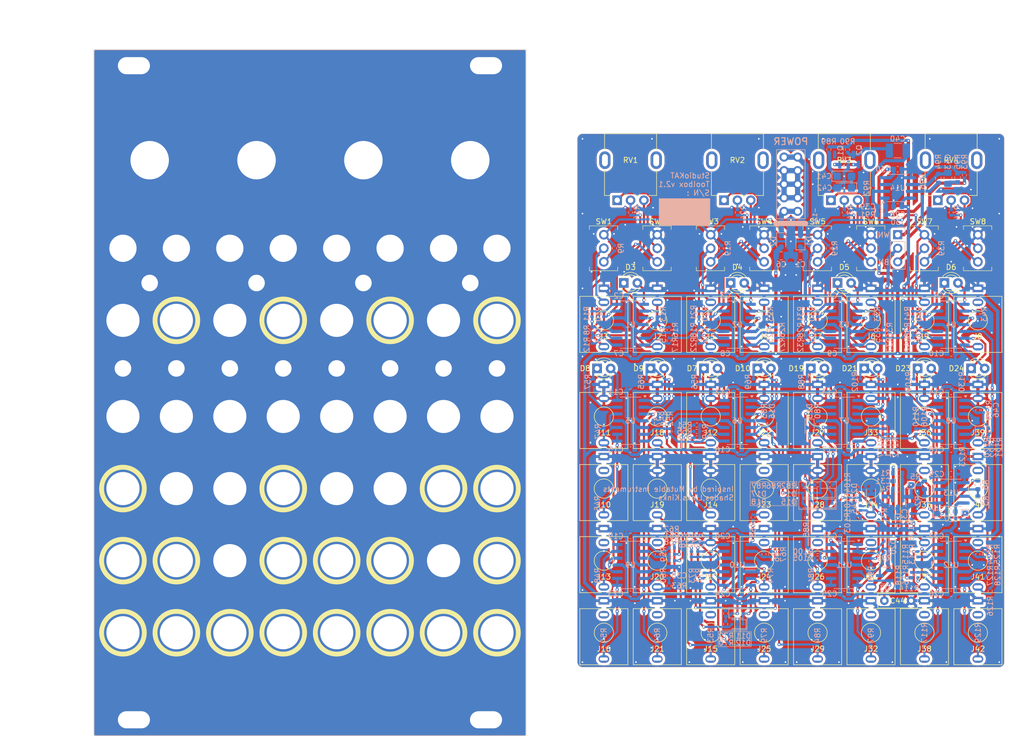
<source format=kicad_pcb>
(kicad_pcb (version 20241229) (generator "pcbnew") (generator_version "9.0")
  (layers (0 "F.Cu" signal) (2 "B.Cu" signal) (13 "F.Paste" user) (15 "B.Paste" user) (5 "F.SilkS" user "F.Silkscreen") (7 "B.SilkS" user "B.Silkscreen") (1 "F.Mask" user) (3 "B.Mask" user) (25 "Edge.Cuts" user))
  (net 0 "")
  (net 1 "+12V")
  (net 2 "GND")
  (net 3 "-12V")
  (net 4 "VREF_+10")
  (net 5 "VREF_+5")
  (net 6 "VREF_-5")
  (net 7 "Net-(C35-Pad2)")
  (net 8 "Net-(C36-Pad2)")
  (net 9 "Net-(U6C--)")
  (net 10 "Net-(U6D-+)")
  (net 11 "Net-(Q2-C)")
  (net 12 "Net-(Q1-E)")
  (net 13 "Net-(Q3-S)")
  (net 14 "Net-(D1-A)")
  (net 15 "Net-(D2-K)")
  (net 16 "Net-(D3-AK)")
  (net 17 "Net-(D3-KA)")
  (net 18 "Net-(D4-AK)")
  (net 19 "Net-(D4-KA)")
  (net 20 "Net-(D5-KA)")
  (net 21 "Net-(D5-AK)")
  (net 22 "Net-(D6-AK)")
  (net 23 "Net-(D6-KA)")
  (net 24 "Net-(D7-AK)")
  (net 25 "Net-(D7-KA)")
  (net 26 "Net-(D8-AK)")
  (net 27 "Net-(D8-KA)")
  (net 28 "Net-(D9-KA)")
  (net 29 "Net-(D9-AK)")
  (net 30 "Net-(D10-AK)")
  (net 31 "Net-(D13-A)")
  (net 32 "Net-(D13-K)")
  (net 33 "Net-(D14-A)")
  (net 34 "Net-(C45-Pad1)")
  (net 35 "Net-(D15-A)")
  (net 36 "Net-(D16-A)")
  (net 37 "Net-(D16-K)")
  (net 38 "Net-(D17-A)")
  (net 39 "Net-(D11-A)")
  (net 40 "Net-(D11-K)")
  (net 41 "Net-(D21-AK)")
  (net 42 "Net-(D21-KA)")
  (net 43 "Net-(D12-A)")
  (net 44 "Net-(D22-K)")
  (net 45 "Net-(D23-KA)")
  (net 46 "Net-(D23-AK)")
  (net 47 "Net-(U1A-+)")
  (net 48 "Net-(J2-PadTN)")
  (net 49 "Net-(SW1-B)")
  (net 50 "Net-(J3-PadT)")
  (net 51 "Net-(U2A-+)")
  (net 52 "Net-(J4-PadTN)")
  (net 53 "Net-(J5-PadT)")
  (net 54 "Net-(SW3-B)")
  (net 55 "Net-(U3A-+)")
  (net 56 "Net-(J6-PadTN)")
  (net 57 "Net-(J7-PadT)")
  (net 58 "Net-(SW5-B)")
  (net 59 "Net-(U4A-+)")
  (net 61 "Net-(J9-PadT)")
  (net 62 "Net-(SW7-B)")
  (net 63 "Net-(J10-PadT)")
  (net 65 "Net-(U5A-+)")
  (net 66 "Net-(J12-PadT)")
  (net 67 "Net-(C33-Pad2)")
  (net 68 "Net-(J13-PadT)")
  (net 70 "Net-(J14-PadT)")
  (net 71 "Net-(J15-PadT)")
  (net 73 "Net-(J16-PadT)")
  (net 74 "Net-(C34-Pad2)")
  (net 75 "Net-(J17-PadT)")
  (net 76 "Net-(J18-PadT)")
  (net 77 "Net-(J19-PadT)")
  (net 78 "Net-(J20-PadT)")
  (net 80 "Net-(J21-PadT)")
  (net 81 "Net-(D14-K)")
  (net 82 "Net-(D19-AK)")
  (net 83 "Net-(J24-PadT)")
  (net 84 "Net-(D19-KA)")
  (net 85 "Net-(J25-PadT)")
  (net 87 "Net-(D20-A)")
  (net 88 "Net-(D24-KA)")
  (net 89 "Net-(D24-AK)")
  (net 91 "Net-(J29-PadT)")
  (net 93 "Net-(U14A--)")
  (net 94 "Net-(U6A-+)")
  (net 95 "Net-(J23-PadT)")
  (net 97 "Net-(C39-Pad2)")
  (net 98 "Net-(C40-Pad2)")
  (net 99 "Net-(J37-PadT)")
  (net 100 "Net-(U14B--)")
  (net 102 "Net-(J26-PadT)")
  (net 103 "Net-(C43-Pad1)")
  (net 104 "GND1")
  (net 105 "Net-(Q1-B)")
  (net 107 "Net-(Q3-D)")
  (net 108 "Net-(U15-REF)")
  (net 109 "Net-(U1D--)")
  (net 111 "Net-(U1B--)")
  (net 112 "Net-(U2D--)")
  (net 114 "Net-(U2B--)")
  (net 115 "Net-(U3D--)")
  (net 116 "NOISE")
  (net 117 "Net-(U3B--)")
  (net 118 "Net-(U4D--)")
  (net 120 "Net-(U5B--)")
  (net 121 "Net-(U5C--)")
  (net 123 "Net-(J32-PadT)")
  (net 124 "Net-(U9C--)")
  (net 125 "Net-(U8D-+)")
  (net 126 "Net-(U9B--)")
  (net 127 "Net-(J36-PadT)")
  (net 128 "Net-(U4B-+)")
  (net 129 "Net-(J40-PadT)")
  (net 131 "Net-(J41-PadT)")
  (net 133 "Net-(U9D--)")
  (net 134 "Net-(U9A--)")
  (net 135 "Net-(SW2-B)")
  (net 136 "Net-(SW4-B)")
  (net 137 "Net-(SW6-B)")
  (net 138 "Net-(SW8-B)")
  (net 139 "Net-(U7D-+)")
  (net 140 "Net-(C41-Pad2)")
  (net 141 "Net-(D10-KA)")
  (net 142 "Net-(U5C-+)")
  (net 143 "Net-(SW2-C)")
  (net 144 "Net-(SW4-C)")
  (net 145 "Net-(SW6-C)")
  (net 146 "Net-(SW8-C)")
  (net 147 "Net-(SW1-C)")
  (net 148 "Net-(SW3-C)")
  (net 149 "Net-(SW5-C)")
  (net 150 "Net-(SW7-C)")
  (net 151 "Net-(U8A--)")
  (net 152 "Net-(D20-K)")
  (net 153 "Net-(U11A-+)")
  (net 154 "Net-(U10A--)")
  (net 155 "Net-(U10C--)")
  (net 156 "Net-(U10D--)")
  (net 157 "Net-(U11D--)")
  (net 158 "Net-(U11B--)")
  (net 159 "Net-(U11D-+)")
  (net 160 "Net-(U8C--)")
  (net 161 "Net-(U7B--)")
  (net 162 "Net-(U12D--)")
  (net 163 "Net-(U12C--)")
  (net 164 "Net-(U8B--)")
  (net 165 "Net-(U12A--)")
  (net 166 "Net-(U12B--)")
  (net 167 "Net-(C46-Pad2)")
  (net 169 "Net-(J35-PadT)")
  (net 170 "Net-(J37-PadTN)")
  (net 172 "Net-(J38-PadT)")
  (net 174 "Net-(J42-PadT)")
  (net 175 "Net-(U13A--)")
  (net 176 "Net-(U13B--)")
  (net 177 "Net-(R10-Pad2)")
  (net 178 "Net-(R14-Pad2)")
  (net 179 "Net-(R15-Pad2)")
  (net 180 "Net-(R20-Pad2)")
  (net 181 "Net-(R24-Pad2)")
  (net 182 "Net-(R25-Pad2)")
  (net 183 "Net-(R30-Pad2)")
  (net 184 "Net-(R34-Pad2)")
  (net 185 "Net-(R35-Pad2)")
  (net 186 "Net-(R40-Pad2)")
  (net 187 "Net-(R44-Pad2)")
  (net 188 "Net-(R49-Pad2)")
  (net 189 "Net-(R59-Pad2)")
  (net 190 "Net-(R66-Pad2)")
  (net 191 "Net-(R71-Pad2)")
  (net 192 "Net-(R77-Pad2)")
  (net 193 "Net-(J30-Pin_1)")
  (net 194 "Net-(R94-Pad2)")
  (net 195 "Net-(J30-Pin_3)")
  (net 196 "Net-(R106-Pad2)")
  (net 197 "Net-(R113-Pad2)")
  (net 198 "Net-(R120-Pad2)")
  (net 199 "Net-(R124-Pad2)")
  (net 200 "Net-(R127-Pad2)")
  (net 201 "Net-(U11C--)")
  (footprint "kat_eurorack:PH_LED_3.0mm_Pad" (layer "F.Cu") (at 91.6 96.8)
    (property "Reference" "H28")
    (property "Value" "PH_LED" (hide yes))
  )
  (footprint "kat_eurorack:AudioJack_PJ301M-12" (layer "F.Cu") (at 201.6 146.3)
    (property "Reference" "J29")
    (property "Value" "Kinks_OUT_MIN")
  )
  (footprint "kat_eurorack:PH_AudioJack_3.5mm_Pad" (layer "F.Cu") (at 121.6 132.8)
    (property "Reference" "H55")
    (property "Value" "PH_Audio")
  )
  (footprint "kat_eurorack:AudioJack_PJ301M-12" (layer "F.Cu") (at 181.6 87.8)
    (property "Reference" "J5")
    (property "Value" "IN_2")
  )
  (footprint "LED_THT:LED_D3.0mm" (layer "F.Cu") (at 160.33 96.8)
    (property "Reference" "D8")
    (property "Value" "LED_Dual_Bidirectional")
  )
  (footprint "kat_eurorack:PH_AudioJack_3.5mm_Pad" (layer "F.Cu") (at 71.6 132.8)
    (property "Reference" "H50")
    (property "Value" "PH_Audio")
  )
  (footprint "LED_THT:LED_D3.0mm" (layer "F.Cu") (at 165.33 80.8)
    (property "Reference" "D3")
    (property "Value" "LED_Dual_Bidirectional")
  )
  (footprint "kat_eurorack:PH_LED_3.0mm_Pad" (layer "F.Cu") (at 81.6 96.8)
    (property "Reference" "H27")
    (property "Value" "PH_LED" (hide yes))
  )
  (footprint "kat_eurorack:PH_AudioJack_3.5mm_Pad" (layer "F.Cu") (at 141.6 105.8)
    (property "Reference" "H41")
    (property "Value" "PH_Audio")
  )
  (footprint "kat_eurorack:PH_AudioJack_3.5mm_Pad" (layer "F.Cu") (at 71.6 119.3)
    (property "Reference" "H42")
    (property "Value" "PH_Audio")
  )
  (footprint "kat_eurorack:Potentiometer_RV09" (layer "F.Cu") (at 186.6 57.8)
    (property "Reference" "RV2")
    (property "Value" "B10K")
  )
  (footprint "kat_eurorack:PH_AudioJack_3.5mm_Pad" (layer "F.Cu") (at 71.6 146.3)
    (property "Reference" "H58")
    (property "Value" "PH_Audio")
  )
  (footprint "kat_eurorack:PH_AudioJack_3.5mm_Pad" (layer "F.Cu") (at 101.6 119.3)
    (property "Reference" "H45")
    (property "Value" "PH_Audio")
  )
  (footprint "kat_eurorack:PH_AudioJack_3.5mm_Pad" (layer "F.Cu") (at 121.6 119.3)
    (property "Reference" "H47")
    (property "Value" "PH_Audio")
  )
  (footprint "kat_eurorack:ToggleSwitch_2MS1-T2-B4-M2-Q-E-S" (layer "F.Cu") (at 221.6 74.3)
    (property "Reference" "SW7")
    (property "Value" "SW_SPDT" (hide yes))
  )
  (footprint "kat_eurorack:AudioJack_PJ301M-12" (layer "F.Cu") (at 211.6 119.3)
    (property "Reference" "J34")
    (property "Value" "Kinks_S&H_TRIG")
  )
  (footprint "kat_eurorack:PH_LED_3.0mm_Pad" (layer "F.Cu") (at 116.6 80.8)
    (property "Reference" "H16")
    (property "Value" "PH_LED" (hide yes))
  )
  (footprint "kat_eurorack:PH_AudioJack_3.5mm_Pad" (layer "F.Cu") (at 141.6 146.3)
    (property "Reference" "H65")
    (property "Value" "PH_Audio")
  )
  (footprint "kat_eurorack:PH_AudioJack_3.5mm_Pad" (layer "F.Cu") (at 101.6 105.8)
    (property "Reference" "H37")
    (property "Value" "PH_Audio")
  )
  (footprint "kat_eurorack:AudioJack_PJ301M-12" (layer "F.Cu") (at 211.6 146.3)
    (property "Reference" "J32")
    (property "Value" "Kinks_OUT_S&H")
  )
  (footprint "kat_eurorack:AudioJack_PJ301M-12" (layer "F.Cu") (at 211.6 132.8)
    (property "Reference" "J31")
    (property "Value" "Kinks_OUT_Noise")
  )
  (footprint "kat_eurorack:PH_AudioJack_3.5mm_Pad" (layer "F.Cu") (at 121.6 146.3)
    (property "Reference" "H63")
    (property "Value" "PH_Audio")
  )
  (footprint "kat_eurorack:AudioJack_PJ301M-12" (layer "F.Cu") (at 231.6 119.3)
    (property "Reference" "J40")
    (property "Value" "OUT_x1.25")
  )
  (footprint "LED_THT:LED_D3.0mm" (layer "F.Cu") (at 210.33 96.8)
    (property "Reference" "D21")
    (property "Value" "LED_Dual_Bidirectional")
  )
  (footprint "kat_eurorack:PH_RK097_15mmKnob_BI_UNI_Pad" (layer "F.Cu") (at 136.6 57.8)
    (property "Reference" "H5" (hide yes))
    (property "Value" "PH_Pot" (hide yes))
  )
  (footprint "kat_eurorack:PH_AudioJack_3.5mm_Pad" (layer "F.Cu") (at 91.6 132.8)
    (property "Reference" "H52")
    (property "Value" "PH_Audio")
  )
  (footprint "kat_eurorack:PH_AudioJack_3.5mm_Pad" (layer "F.Cu") (at 91.6 119.3)
    (property "Reference" "H44")
    (property "Value" "PH_Audio")
  )
  (footprint "kat_eurorack:AudioJack_PJ301M-12" (layer "F.Cu") (at 201.6 105.8)
    (property "Reference" "J27")
    (property "Value" "Kinks_IN_A")
  )
  (footprint "kat_eurorack:PH_AudioJack_3.5mm_Pad" (layer "F.Cu") (at 131.6 119.3)
    (property "Reference" "H48")
    (property "Value" "PH_Audio")
  )
  (footprint "LED_THT:LED_D3.0mm" (layer "F.Cu") (at 180.33 96.8)
    (property "Reference" "D7")
    (property "Value" "LED_Dual_Bidirectional")
  )
  (footprint "kat_eurorack:PH_AudioJack_3.5mm_Pad" (layer "F.Cu") (at 121.6 87.8)
    (property "Reference" "H23")
    (property "Value" "PH_Audio")
  )
  (footprint "kat_eurorack:PH_AudioJack_3.5mm_Pad" (layer "F.Cu") (at 141.6 132.8)
    (property "Reference" "H57")
    (property "Value" "PH_Audio")
  )
  (footprint "kat_eurorack:PH_AudioJack_3.5mm_Pad" (layer "F.Cu") (at 111.6 132.8)
    (property "Reference" "H54")
    (property "Value" "PH_Audio")
  )
  (footprint "LED_THT:LED_D3.0mm" (layer "F.Cu") (at 225.33 80.8)
    (property "Reference" "D6")
    (property "Value" "LED_Dual_Bidirectional")
  )
  (footprint "kat_eurorack:PH_AudioJack_3.5mm_Pad" (layer "F.Cu") (at 101.6 132.8)
    (property "Reference" "H53")
    (property "Value" "PH_Audio")
  )
  (footprint "kat_eurorack:PH_LED_3.0mm_Pad" (layer "F.Cu") (at 96.6 80.8)
    (property "Reference" "H15")
    (property "Value" "PH_LED" (hide yes))
  )
  (footprint "kat_eurorack:AudioJack_PJ301M-12" (layer "F.Cu") (at 191.6 132.8)
    (property "Reference" "J24")
    (property "Value" "Kinks_OUT_HW")
  )
  (footprint "kat_eurorack:ToggleSwitch_2MS1-T2-B4-M2-Q-E-S" (layer "F.Cu") (at 211.6 74.3)
    (property "Reference" "SW6")
    (property "Value" "SW_SPDT" (hide yes))
  )
  (footprint "kat_eurorack:AudioJack_PJ301M-12" (layer "F.Cu") (at 161.6 146.3)
    (property "Reference" "J16")
    (property "Value" "Links_1to3_OUT3")
  )
  (footprint "kat_eurorack:ToggleSwitch_2MS1-T2-B4-M2-Q-E-S" (layer "F.Cu") (at 231.6 74.3)
    (property "Reference" "SW8")
    (property "Value" "SW_SPDT" (hide yes))
  )
  (footprint "kat_eurorack:PH_ToggleSwitch_5.1mm_Pad" (layer "F.Cu") (at 81.6 74.3)
    (property "Reference" "H7" (hide yes))
    (property "Value" "PH_SW")
  )
  (footprint "kat_eurorack:ToggleSwitch_2MS1-T2-B4-M2-Q-E-S" (layer "F.Cu") (at 161.6 74.3)
    (property "Reference" "SW1")
    (property "Value" "SW_SPDT" (hide yes))
  )
  (footprint "kat_eurorack:PH_AudioJack_3.5mm_Pad" (layer "F.Cu") (at 81.6 146.3)
    (property "Reference" "H59")
    (property "Value" "PH_Audio")
  )
  (footprint "kat_eurorack:PH_AudioJack_3.5mm_Pad" (layer "F.Cu") (at 111.6 119.3)
    (property "Reference" "H46")
    (property "Value" "PH_Audio")
  )
  (footprint "kat_eurorack:PH_LED_3.0mm_Pad" (layer "F.Cu") (at 76.6 80.8)
    (property "Reference" "H14")
    (property "Value" "PH_LED" (hide yes))
  )
  (footprint "kat_eurorack:PH_ToggleSwitch_5.1mm_Pad" (layer "F.Cu") (at 111.6 74.3)
    (property "Reference" "H10" (hide yes))
    (property "Value" "PH_SW")
  )
  (footprint "kat_eurorack:PH_RK097_15mmKnob_BI_UNI_Pad" (layer "F.Cu") (at 116.6 57.8)
    (property "Reference" "H4" (hide yes))
    (property "Value" "PH_Pot" (hide yes))
  )
  (footprint "kat_eurorack:AudioJack_PJ301M-12" (layer "F.Cu") (at 231.6 132.8)
    (property "Reference" "J41")
    (property "Value" "OUT_x1.6")
  )
  (footprint "kat_eurorack:Potentiometer_RV09" (layer "F.Cu") (at 206.6 57.8)
    (property "Reference" "RV3")
    (property "Value" "B10K")
  )
  (footprint "kat_eurorack:PH_LED_3.0mm_Pad" (layer "F.Cu") (at 136.6 80.8)
    (property "Reference" "H17")
    (property "Value" "PH_LED" (hide yes))
  )
  (footprint "kat_eurorack:AudioJack_PJ301M-12" (layer "F.Cu") (at 221.6 87.8)
    (property "Reference" "J9")
    (property "Value" "IN_4")
  )
  (footprint "kat_eurorack:PH_AudioJack_3.5mm_Pad" (layer "F.Cu") (at 91.6 146.3)
    (property "Reference" "H60")
    (property "Value" "PH_Audio")
  )
  (footprint "kat_eurorack:PH_AudioJack_3.5mm_Pad" (layer "F.Cu") (at 71.6 87.8)
    (property "Reference" "H18")
    (property "Value" "PH_Audio")
  )
  (footprint "kat_eurorack:PH_AudioJack_3.5mm_Pad" (layer "F.Cu") (at 141.6 119.3)
    (property "Reference" "H49")
    (property "Value" "PH_Audio")
  )
  (footprint "kat_eurorack:AudioJack_PJ301M-12" (layer "F.Cu") (at 181.6 119.3)
    (property "Reference" "J14")
    (property "Value" "Links_3to1_IN2")
  )
  (footprint "kat_eurorack:PH_ToggleSwitch_5.1mm_Pad" (layer "F.Cu") (at 131.6 74.3)
    (property "Reference" "H12" (hide yes))
    (property "Value" "PH_SW")
  )
  (footprint "kat_eurorack:AudioJack_PJ301M-12" (layer "F.Cu") (at 171.6 119.3)
    (property "Reference" "J19")
    (property "Value" "Links_2to2_IN2")
  )
  (footprint "kat_eurorack:PH_AudioJack_3.5mm_Pad" (layer "F.Cu") (at 131.6 146.3)
    (property "Reference" "H64")
    (property "Value" "PH_Audio")
  )
  (footprint "kat_eurorack:PH_AudioJack_3.5mm_Pad" (layer "F.Cu") (at 81.6 105.8)
    (property "Reference" "H35")
    (property "Value" "PH_Audio")
  )
  (footprint "kat_eurorack:PH_AudioJack_3.5mm_Pad" (layer "F.Cu") (at 111.6 105.8)
    (property "Reference" "H38")
    (property "Value" "PH_Audio")
  )
  (footprint "kat_eurorack:AudioJack_PJ301M-12" (layer "F.Cu") (at 221.6 146.3)
    (property "Reference" "J38")
    (property "Value" "OUT_±5V")
  )
  (footprint "kat_eurorack:AudioJack_PJ301M-12" (layer "F.Cu") (at 201.6 87.8)
    (property "Reference" "J7")
    (property "Value" "IN_3")
  )
  (footprint "kat_eurorack:PH_LED_3.0mm_Pad" (layer "F.Cu") (at 71.6 96.8)
    (property "Reference" "H26")
    (property "Value" "PH_LED" (hide yes))
  )
  (footprint "kat_eurorack:ToggleSwitch_2MS1-T2-B4-M2-Q-E-S" (layer "F.Cu") (at 171.6 74.3)
    (property "Reference" "SW2")
    (property "Value" "SW_SPDT" (hide yes))
  )
  (footprint "kat_eurorack:AudioJack_PJ301M-12" (layer "F.Cu") (at 181.6 132.8)
    (property "Reference" "J17")
    (property "Value" "Links_3to1_IN3")
  )
  (footprint "kat_eurorack:PH_AudioJack_3.5mm_Pad" (layer "F.Cu") (at 71.6 105.8)
    (property "Reference" "H34")
    (property "Value" "PH_Audio")
  )
  (footprint "kat_eurorack:AudioJack_PJ301M-12" (layer "F.Cu") (at 231.6 87.8)
    (property "Reference" "J8")
    (property "Value" "OUT_4")
  )
  (footprint "kat_eurorack:AudioJack_PJ301M-12" (layer "F.Cu") (at 161.6 119.3)
    (property "Reference" "J10")
    (property "Value" "Links_1to3_OUT1")
  )
  (footprint "kat_eurorack:PH_RK097_15mmKnob_BI_UNI_Pad" (layer "F.Cu") (at 96.6 57.8)
    (property "Reference" "H3" (hide yes))
    (property "Value" "PH_Pot" (hide yes))
  )
  (footprint "kat_eurorack:PH_ToggleSwitch_5.1mm_Pad" (layer "F.Cu") (at 71.6 74.3)
    (property "Reference" "H6" (hide yes))
    (property "Value" "PH_SW")
  )
  (footprint "kat_eurorack:PH_AudioJack_3.5mm_Pad" (layer "F.Cu") (at 91.6 105.8)
    (property "Reference" "H36")
    (property "Value" "PH_Audio")
  )
  (footprint "kat_eurorack:PH_LED_3.0mm_Pad" (layer "F.Cu") (at 111.6 96.8)
    (property "Reference" "H30")
    (property "Value" "PH_LED" (hide yes))
  )
  (footprint "Capacitor_THT:C_Rect_L7.2mm_W2.5mm_P5.00mm_FKS2_FKP2_MKS2_MKP2" (layer "F.Cu") (at 214.1 140.3)
    (property "Reference" "C44")
    (property "Value" "10n")
  )
  (footprint "kat_eurorack:AudioJack_PJ301M-12" (layer "F.Cu") (at 201.6 132.8)
    (property "Reference" "J26")
    (property "Value" "Kinks_OUT_MAX")
  )
  (footprint "kat_eurorack:PH_ToggleSwitch_5.1mm_Pad" (layer "F.Cu") (at 91.6 74.3)
    (property "Reference" "H8" (hide yes))
    (property "Value" "PH_SW")
  )
  (footprint "kat_eurorack:Potentiometer_RV09" (layer "F.Cu") (at 166.6 57.8)
    (property "Reference" "RV1")
    (property "Value" "B10K")
  )
  (footprint "kat_eurorack:AudioJack_PJ301M-12" (layer "F.Cu") (at 171.6 146.3)
    (property "Reference" "J21")
    (property "Value" "Links_2to2_OUT2")
  )
  (footprint "kat_eurorack:AudioJack_PJ301M-12" (layer "F.Cu") (at 191.6 119.3)
    (property "Reference" "J23")
    (property "Value" "Kinks_OUT_INV")
  )
  (footprint "kat_eurorack:PH_ToggleSwitch_5.1mm_Pad" (layer "F.Cu") (at 101.6 74.3)
    (property "Reference" "H9" (hide yes))
    (property "Value" "PH_SW")
  )
  (footprint "kat_eurorack:PH_AudioJack_3.5mm_Pad" (layer "F.Cu") (at 91.6 87.8)
    (property "Reference" "H20")
    (property "Value" "PH_Audio")
  )
  (footprint "LED_THT:LED_D3.0mm" (layer "F.Cu") (at 190.33 96.8)
    (property "Reference" "D10")
    (property "Value" "LED_Dual_Bidirectional")
  )
  (footprint "kat_eurorack:PH_AudioJack_3.5mm_Pad" (layer "F.Cu") (at 111.6 146.3)
    (property "Reference" "H62")
    (property "Value" "PH_Audio")
  )
  (footprint "kat_eurorack:PH_AudioJack_3.5mm_Pad" (layer "F.Cu") (at 101.6 87.8)
    (property "Reference" "H21")
    (property "Value" "PH_Audio")
  )
  (footprint "kat_eurorack:PH_AudioJack_3.5mm_Pad" (layer "F.Cu") (at 101.6 146.3)
    (property "Reference" "H61")
    (property "Value" "PH_Audio")
  )
  (footprint "kat_eurorack:AudioJack_PJ301M-12" (layer "F.Cu") (at 181.6 105.8)
    (property "Reference" "J12")
    (property "Value" "Links_3to1_IN1")
  )
  (footprint "kat_eurorack:PH_ToggleSwitch_5.1mm_Pad" (layer "F.Cu") (at 141.6 74.3)
    (property "Reference" "H13" (hide yes))
    (property "Value" "PH_SW")
  )
  (footprint "kat_eurorack:PH_AudioJack_3.5mm_Pad" (layer "F.Cu") (at 81.6 119.3)
    (property "Reference" "H43")
    (property "Value" "PH_Audio")
  )
  (footprint "kat_eurorack:PH_AudioJack_3.5mm_Pad" (layer "F.Cu") (at 81.6 87.8)
    (property "Reference" "H19")
    (property "Value" "PH_Audio")
  )
  (footprint "kat_eurorack:AudioJack_PJ301M-12" (layer "F.Cu") (at 191.6 146.3)
    (property "Reference" "J25")
    (property "Value" "Kinks_OUT_FW")
  )
  (footprint "kat_eurorack:ToggleSwitch_2MS1-T2-B4-M2-Q-E-S" (layer "F.Cu") (at 191.6 74.3)
    (property "Reference" "SW4")
    (property "Value" "SW_SPDT" (hide yes))
  )
  (footprint "kat_eurorack:AudioJack_PJ301M-12" (layer "F.Cu") (at 211.6 87.8)
    (property "Reference" "J6")
    (property "Value" "OUT_3")
  )
  (footprint "kat_eurorack:AudioJack_PJ301M-12" (layer "F.Cu") (at 201.6 119.3)
    (property "Reference" "J28")
    (property "Value" "Kinks_IN_B")
  )
  (footprint "kat_eurorack:PH_LED_3.0mm_Pad" (layer "F.Cu") (at 131.6 96.8)
    (property "Reference" "H32")
    (property "Value" "PH_LED" (hide yes))
  )
  (footprint "kat_eurorack:PH_LED_3.0mm_Pad" (layer "F.Cu") (at 121.6 96.8)
    (property "Reference" "H31")
    (property "Value" "PH_LED" (hide yes))
  )
  (footprint "kat_eurorack:AudioJack_PJ301M-12" (layer "F.Cu") (at 191.6 105.8)
    (property "Reference" "J22")
    (property "Value" "Kinks_IN")
  )
  (footprint "kat_eurorack:AudioJack_PJ301M-12" (layer "F.Cu") (at 161.6 105.8)
    (property "Reference" "J11")
    (property "Value" "Links_1to3_IN")
  )
  (footprint "kat_eurorack:PH_AudioJack_3.5mm_Pad" (layer "F.Cu") (at 111.6 87.8)
    (property "Reference" "H22")
    (property "Value" "PH_Audio")
  )
  (footprint "kat_eurorack:PH_AudioJack_3.5mm_Pad" (layer "F.Cu") (at 81.6 132.8)
    (property "Reference" "H51")
    (property "Value" "PH_Audio")
  )
  (footprint "kat_eurorack:PH_AudioJack_3.5mm_Pad" (layer "F.Cu") (at 131.6 105.8)
    (property "Reference" "H40")
    (property "Value" "PH_Audio")
  )
  (footprint "kat_eurorack:Panel_16HP" (layer "F.Cu") (at 66.15 37.1)
    (property "Reference" "H1")
    (property "Value" "Panel")
    (fp_line (start 0 0) (end 80.9 0) (stroke (width 0.12)) (layer "Edge.Cuts"))
    (fp_line (start 0 128.5) (end 0 0) (stroke (width 0.12)) (layer "Edge.Cuts"))
    (fp_line (start 80.9 0) (end 80.9 128.5) (stroke (width 0.12)) (layer "Edge.Cuts"))
    (fp_line (start 80.9 128.5) (end 0 128.5) (stroke (width 0.12)) (layer "Edge.Cuts"))
  )
  (footprint "kat_eurorack:AudioJack_PJ301M-12" (layer "F.Cu") (at 181.6 146.3)
    (property "Reference" "J15")
    (property "Value" "Links_3to1_OUT")
  )
  (footprint "LED_THT:LED_D3.0mm" (layer "F.Cu") (at 220.33 96.8)
    (property "Reference" "D23")
    (property "Value" "LED_Dual_Bidirectional")
  )
  (footprint "kat_eurorack:PH_AudioJack_3.5mm_Pad" (layer "F.Cu") (at 121.6 105.8)
    (property "Reference" "H39")
    (property "Value" "PH_Audio")
  )
  (footprint "kat_eurorack:PH_AudioJack_3.5mm_Pad" (layer "F.Cu") (at 131.6 132.8)
    (property "Reference" "H56")
    (property "Value" "PH_Audio")
  )
  (footprint "LED_THT:LED_D3.0mm" (layer "F.Cu") (at 185.33 80.8)
    (property "Reference" "D4")
    (property "Value" "LED_Dual_Bidirectional")
  )
  (footprint "kat_eurorack:PH_AudioJack_3.5mm_Pad" (layer "F.Cu") (at 131.6 87.8)
    (property "Reference" "H24")
    (property "Value" "PH_Audio")
  )
  (footprint "kat_eurorack:PH_LED_3.0mm_Pad" (layer "F.Cu") (at 101.6 96.8)
    (property "Reference" "H29")
    (property "Value" "PH_LED" (hide yes))
  )
  (footprint "kat_eurorack:Potentiometer_RV09" (layer "F.Cu") (at 226.6 57.8)
    (property "Reference" "RV4")
    (property "Value" "B10K")
  )
  (footprint "kat_eurorack:ToggleSwitch_2MS1-T2-B4-M2-Q-E-S" (layer "F.Cu") (at 181.6 74.3)
    (property "Reference" "SW3")
    (property "Value" "SW_SPDT" (hide yes))
  )
  (footprint "kat_eurorack:AudioJack_PJ301M-12" (layer "F.Cu") (at 191.6 87.8)
    (property "Reference" "J4")
    (property "Value" "OUT_2")
  )
  (footprint "kat_eurorack:AudioJack_PJ301M-12" (layer "F.Cu") (at 211.6 105.8)
    (property "Reference" "J33")
    (property "Value" "Kinks_S&H_IN")
  )
  (footprint "LED_THT:LED_D3.0mm" (layer "F.Cu") (at 230.33 96.8)
    (property "Reference" "D24")
    (property "Value" "LED_Dual_Bidirectional")
  )
  (footprint "kat_eurorack:PH_LED_3.0mm_Pad" (layer "F.Cu") (at 141.6 96.8)
    (property "Reference" "H33")
    (property "Value" "PH_LED" (hide yes))
  )
  (footprint "LED_THT:LED_D3.0mm" (layer "F.Cu") (at 200.33 96.8)
    (property "Reference" "D19")
    (property "Value" "LED_Dual_Bidirectional")
  )
  (footprint "LED_THT:LED_D3.0mm" (layer "F.Cu") (at 205.33 80.8)
    (property "Reference" "D5")
    (property "Value" "LED_Dual_Bidirectional")
  )
  (footprint "kat_eurorack:AudioJack_PJ301M-12" (layer "F.Cu") (at 231.6 105.8)
    (property "Reference" "J39")
    (property "Value" "IN")
  )
  (footprint "LED_THT:LED_D3.0mm" (layer "F.Cu") (at 170.33 96.8)
    (property "Reference" "D9")
    (property "Value" "LED_Dual_Bidirectional")
  )
  (footprint "kat_eurorack:AudioJack_PJ301M-12" (layer "F.Cu") (at 171.6 87.8)
    (property "Reference" "J2")
    (property "Value" "OUT_1")
  )
  (footprint "kat_eurorack:AudioJack_PJ301M-12" (layer "F.Cu") (at 161.6 87.8)
    (property "Reference" "J3")
    (property "Value" "IN_1")
  )
  (footprint "kat_eurorack:AudioJack_PJ301M-12" (layer "F.Cu") (at 221.6 105.8)
    (property "Reference" "J36")
    (property "Value" "IN_±5V")
  )
  (footprint "kat_eurorack:AudioJack_PJ301M-12" (layer "F.Cu") (at 221.6 119.3)
    (property "Reference" "J35")
    (property "Value" "OUT_+10V")
  )
  (footprint "kat_eurorack:PH_AudioJack_3.5mm_Pad" (layer "F.Cu") (at 141.6 87.8)
    (property "Reference" "H25")
    (property "Value" "PH_Audio")
  )
  (footprint "kat_eurorack:AudioJack_PJ301M-12" (layer "F.Cu") (at 171.6 105.8)
    (property "Reference" "J18")
    (property "Value" "Links_2to2_IN1")
  )
  (footprint "kat_eurorack:AudioJack_PJ301M-12" (layer "F.Cu") (at 221.6 132.8)
    (property "Reference" "J37")
    (property "Value" "IN_+10V")
  )
  (footprint "kat_eurorack:PH_ToggleSwitch_5.1mm_Pad" (layer "F.Cu") (at 121.6 74.3)
    (property "Reference" "H11" (hide yes))
    (property "Value" "PH_SW")
  )
  (footprint "kat_eurorack:AudioJack_PJ301M-12" (layer "F.Cu") (at 161.6 132.8)
    (property "Reference" "J13")
    (property "Value" "Links_1to3_OUT2")
  )
  (footprint "kat_eurorack:AudioJack_PJ301M-12" (layer "F.Cu") (at 231.6 146.3)
    (property "Reference" "J42")
    (property "Value" "OUT_x2")
  )
  (footprint "kat_eurorack:AudioJack_PJ301M-12" (layer "F.Cu") (at 171.6 132.8)
    (property "Reference" "J20")
    (property "Value" "Links_2to2_OUT1")
  )
  (footprint "kat_eurorack:PH_RK097_15mmKnob_BI_UNI_Pad" (layer "F.Cu") (at 76.6 57.8)
    (property "Reference" "H2" (hide yes))
    (property "Value" "PH_Pot" (hide yes))
  )
  (footprint "kat_eurorack:ToggleSwitch_2MS1-T2-B4-M2-Q-E-S" (layer "F.Cu") (at 201.6 74.3)
    (property "Reference" "SW5")
    (property "Value" "SW_SPDT" (hide yes))
  )
  (footprint "Resistor_SMD:R_0402_1005Metric" (layer "B.Cu") (at 180.4 135.6 90)
    (property "Reference" "R73")
    (property "Value" "100K")
  )
  (footprint "Capacitor_SMD:C_0603_1608Metric" (layer "B.Cu") (at 166.6 83.2 180)
    (property "Reference" "C2")
    (property "Value" "100nF")
  )
  (footprint "Resistor_SMD:R_0402_1005Metric" (layer "B.Cu") (at 233.9 138.5 -90)
    (property "Reference" "R126")
    (property "Value" "100R")
  )
  (footprint "Resistor_SMD:R_0402_1005Metric" (layer "B.Cu") (at 211.59 132.9 -90)
    (property "Reference" "R98")
    (property "Value" "1M")
  )
  (footprint "Resistor_SMD:R_0402_1005Metric" (layer "B.Cu") (at 179 109.8)
    (property "Reference" "R46")
    (property "Value" "100K")
  )
  (footprint "Package_TO_SOT_SMD:SOT-23" (layer "B.Cu") (at 214.2 135.6 180)
    (property "Reference" "Q3")
    (property "Value" "MMBFJ310")
  )
  (footprint "Resistor_SMD:R_0402_1005Metric" (layer "B.Cu") (at 231.6 108.6 -90)
    (property "Reference" "R120")
    (property "Value" "150K")
  )
  (footprint "Resistor_SMD:R_0402_1005Metric" (layer "B.Cu") (at 161.6 86.6 90)
    (property "Reference" "R10")
    (property "Value" "100K")
  )
  (footprint "Resistor_SMD:R_0402_1005Metric" (layer "B.Cu") (at 212.9 108.6 90)
    (property "Reference" "R111")
    (property "Value" "100K")
  )
  (footprint "Resistor_SMD:R_0402_1005Metric" (layer "B.Cu") (at 209.6 123.9 -90)
    (property "Reference" "R103")
    (property "Value" "100K")
  )
  (footprint "Resistor_SMD:R_0402_1005Metric" (layer "B.Cu") (at 213.9 89.6 -90)
    (property "Reference" "R36")
    (property "Value" "100K")
  )
  (footprint "Resistor_SMD:R_0402_1005Metric" (layer "B.Cu") (at 219.4 91.6 90)
    (property "Reference" "R42")
    (property "Value" "1K")
  )
  (footprint "Resistor_SMD:R_0402_1005Metric" (layer "B.Cu") (at 189.6 99.3 90)
    (property "Reference" "R69")
    (property "Value" "1K")
  )
  (footprint "Package_SO:SOIC-14_3.9x8.7mm_P1.27mm" (layer "B.Cu") (at 206.6 88.6 180)
    (property "Reference" "U3")
    (property "Value" "TL074CDR")
  )
  (footprint "Resistor_SMD:R_0402_1005Metric" (layer "B.Cu") (at 174.3 130.4)
    (property "Reference" "R62")
    (property "Value" "100K")
  )
  (footprint "Resistor_SMD:R_0402_1005Metric" (layer "B.Cu") (at 178 131.6 -90)
    (property "Reference" "R78")
    (property "Value" "200K")
  )
  (footprint "Resistor_SMD:R_0402_1005Metric" (layer "B.Cu") (at 191.6 90.6 -90)
    (property "Reference" "R25")
    (property "Value" "100K")
  )
  (footprint "Resistor_SMD:R_0402_1005Metric" (layer "B.Cu") (at 201.6 118.6 180)
    (property "Reference" "R86")
    (property "Value" "1M")
  )
  (footprint "Package_SO:SOIC-8_3.9x4.9mm_P1.27mm" (layer "B.Cu") (at 216.6 63)
    (property "Reference" "U14")
    (property "Value" "TL072CDT")
  )
  (footprint "Capacitor_SMD:C_0603_1608Metric" (layer "B.Cu") (at 166.6 139 180)
    (property "Reference" "C23")
    (property "Value" "100nF")
  )
  (footprint "Diode_SMD:D_SOD-323" (layer "B.Cu") (at 203.25 120.1 180)
    (property "Reference" "D14")
    (property "Value" "1N4148WS")
  )
  (footprint "Resistor_SMD:R_0603_1608Metric" (layer "B.Cu") (at 227.8 61.1 -90)
    (property "Reference" "R95")
    (property "Value" "2K")
  )
  (footprint "Capacitor_SMD:C_0603_1608Metric" (layer "B.Cu") (at 186.6 101.2 180)
    (property "Reference" "C12")
    (property "Value" "100nF")
  )
  (footprint "Resistor_SMD:R_0402_1005Metric" (layer "B.Cu") (at 184.4 142.7 -90)
    (property "Reference" "R72")
    (property "Value" "200K")
  )
  (footprint "Resistor_SMD:R_0402_1005Metric" (layer "B.Cu") (at 166.6 67.6 90)
    (property "Reference" "R14")
    (property "Value" "100K")
  )
  (footprint "Resistor_SMD:R_0402_1005Metric" (layer "B.Cu") (at 201.6 149.1 -90)
    (property "Reference" "R84")
    (property "Value" "100R")
  )
  (footprint "Resistor_SMD:R_0402_1005Metric" (layer "B.Cu") (at 161.6 108.6 90)
    (property "Reference" "R47")
    (property "Value" "10M")
  )
  (footprint "Resistor_SMD:R_0402_1005Metric" (layer "B.Cu") (at 229.6 99.3 90)
    (property "Reference" "R130")
    (property "Value" "1K")
  )
  (footprint "Resistor_SMD:R_0402_1005Metric" (layer "B.Cu") (at 231.6 86.6 90)
    (property "Reference" "R43")
    (property "Value" "1K")
  )
  (footprint "Diode_SMD:D_SOD-323" (layer "B.Cu") (at 200.1 107.9 -90)
    (property "Reference" "D13")
    (property "Value" "1N4148WS")
  )
  (footprint "Resistor_SMD:R_0603_1608Metric" (layer "B.Cu") (at 213.6 68)
    (property "Reference" "R91")
    (property "Value" "240K")
  )
  (footprint "Resistor_SMD:R_0402_1005Metric" (layer "B.Cu") (at 171.6 149.1 -90)
    (property "Reference" "R64")
    (property "Value" "100R")
  )
  (footprint "Package_SO:SOIC-14_3.9x8.7mm_P1.27mm" (layer "B.Cu") (at 206.6 106.6 180)
    (property "Reference" "U7")
    (property "Value" "TL074CDR")
  )
  (footprint "Resistor_SMD:R_0402_1005Metric" (layer "B.Cu") (at 183.6 74.3 -90)
    (property "Reference" "R19")
    (property "Value" "100K")
  )
  (footprint "Capacitor_SMD:C_0603_1608Metric" (layer "B.Cu") (at 186.6 94 180)
    (property "Reference" "C8")
    (property "Value" "100nF")
  )
  (footprint "Resistor_SMD:R_0402_1005Metric" (layer "B.Cu") (at 232.6 108.6 90)
    (property "Reference" "R122")
    (property "Value" "120K")
  )
  (footprint "Resistor_SMD:R_0402_1005Metric" (layer "B.Cu") (at 213.9 91.6 90)
    (property "Reference" "R37")
    (property "Value" "100K")
  )
  (footprint "Resistor_SMD:R_0603_1608Metric" (layer "B.Cu") (at 221.6 121.6 -90)
    (property "Reference" "R2")
    (property "Value" "100K")
  )
  (footprint "Resistor_SMD:R_0402_1005Metric" (layer "B.Cu") (at 173.8 89.6 -90)
    (property "Reference" "R16")
    (property "Value" "100K")
  )
  (footprint "Resistor_SMD:R_0402_1005Metric" (layer "B.Cu") (at 209.6 122 90)
    (property "Reference" "R101")
    (property "Value" "10K")
  )
  (footprint "Diode_SMD:D_SOD-323" (layer "B.Cu") (at 199.9 120.1 180)
    (property "Reference" "D17")
    (property "Value" "1N4148WS")
  )
  (footprint "Resistor_SMD:R_0402_1005Metric" (layer "B.Cu") (at 201.6 135.6 -90)
    (property "Reference" "R81")
    (property "Value" "100R")
  )
  (footprint "Capacitor_SMD:C_0805_2012Metric_Pad1.18x1.45mm_HandSolder" (layer "B.Cu") (at 226 61.2 90)
    (property "Reference" "C43")
    (property "Value" "0.01uF/16V")
  )
  (footprint "Capacitor_SMD:C_0603_1608Metric" (layer "B.Cu") (at 226.6 128.2 180)
    (property "Reference" "C22")
    (property "Value" "100nF")
  )
  (footprint "Capacitor_SMD:C_0603_1608Metric" (layer "B.Cu") (at 166.6 112 180)
    (property "Reference" "C15")
    (property "Value" "100nF")
  )
  (footprint "Connector_PinHeader_2.54mm:PinHeader_1x03_P2.54mm_Vertical" (layer "B.Cu") (at 216.6 71.76 180)
    (property "Reference" "J30")
    (property "Value" "Jumper")
  )
  (footprint "Resistor_SMD:R_0402_1005Metric" (layer "B.Cu") (at 161.6 122.1 -90)
    (property "Reference" "R45")
    (property "Value" "100R")
  )
  (footprint "Diode_SMD:D_SOD-323" (layer "B.Cu") (at 194.8 73 -90)
    (property "Reference" "D2")
    (property "Value" "1N5819WS")
  )
  (footprint "Capacitor_SMD:C_0603_1608Metric" (layer "B.Cu") (at 186.6 128.2 180)
    (property "Reference" "C20")
    (property "Value" "100nF")
  )
  (footprint "Resistor_SMD:R_0402_1005Metric" (layer "B.Cu") (at 159.6 99.3 90)
    (property "Reference" "R57")
    (property "Value" "1K")
  )
  (footprint "Resistor_SMD:R_0402_1005Metric" (layer "B.Cu") (at 191.6 135.6 -90)
    (property "Reference" "R74")
    (property "Value" "100R")
  )
  (footprint "Package_SO:SOIC-14_3.9x8.7mm_P1.27mm" (layer "B.Cu") (at 186.6 106.6 180)
    (property "Reference" "U6")
    (property "Value" "TL074CDR")
  )
  (footprint "Resistor_SMD:R_0402_1005Metric" (layer "B.Cu") (at 231.6 131.6 90)
    (property "Reference" "R124")
    (property "Value" "120K")
  )
  (footprint "Capacitor_SMD:C_0603_1608Metric" (layer "B.Cu") (at 206.6 94 180)
    (property "Reference" "C9")
    (property "Value" "100nF")
  )
  (footprint "Capacitor_SMD:C_0603_1608Metric" (layer "B.Cu") (at 226.6 101.2 180)
    (property "Reference" "C14")
    (property "Value" "100nF")
  )
  (footprint "Resistor_SMD:R_0402_1005Metric" (layer "B.Cu") (at 221.6 86.6 90)
    (property "Reference" "R40")
    (property "Value" "100K")
  )
  (footprint "Capacitor_SMD:C_0402_1005Metric" (layer "B.Cu") (at 221.6 90.6 -90)
    (property "Reference" "C36")
    (property "Value" "22p")
  )
  (footprint "Resistor_SMD:R_0603_1608Metric" (layer "B.Cu") (at 216.6 119.4 180)
    (property "Reference" "R4")
    (property "Value" "10K")
  )
  (footprint "Resistor_SMD:R_0402_1005Metric" (layer "B.Cu") (at 199.6 99.3 90)
    (property "Reference" "R88")
    (property "Value" "1K")
  )
  (footprint "Capacitor_SMD:C_0603_1608Metric" (layer "B.Cu") (at 213.6 66.5)
    (property "Reference" "C39")
    (property "Value" "22pF")
  )
  (footprint "Resistor_SMD:R_0402_1005Metric" (layer "B.Cu") (at 229.1 60.6 -90)
    (property "Reference" "R93")
    (property "Value" "100R")
  )
  (footprint "Resistor_SMD:R_0402_1005Metric" (layer "B.Cu") (at 193.8 91.6 90)
    (property "Reference" "R27")
    (property "Value" "100K")
  )
  (footprint "Resistor_SMD:R_0402_1005Metric" (layer "B.Cu") (at 174.3 131.6 180)
    (property "Reference" "R61")
    (property "Value" "100K")
  )
  (footprint "Resistor_SMD:R_0402_1005Metric" (layer "B.Cu") (at 173.8 91.6 90)
    (property "Reference" "R17")
    (property "Value" "100K")
  )
  (footprint "Resistor_SMD:R_0402_1005Metric" (layer "B.Cu") (at 214.2 108.6 90)
    (property "Reference" "R112")
    (property "Value" "100K")
  )
  (footprint "Resistor_SMD:R_0402_1005Metric" (layer "B.Cu") (at 220 108.6 90)
    (property "Reference" "R110")
    (property "Value" "100K")
  )
  (footprint "Package_SO:SOIC-14_3.9x8.7mm_P1.27mm" (layer "B.Cu") (at 226.6 88.6 180)
    (property "Reference" "U4")
    (property "Value" "TL074CDR")
  )
  (footprint "Resistor_SMD:R_0603_1608Metric" (layer "B.Cu") (at 214.1 121.6 -90)
    (property "Reference" "R7")
    (property "Value" "10K")
  )
  (footprint "TestPoint:TestPoint_Pad_1.0x1.0mm" (layer "B.Cu") (at 229.2 123.9)
    (property "Reference" "TP3")
    (property "Value" "+10V_TP")
  )
  (footprint "Resistor_SMD:R_0402_1005Metric" (layer "B.Cu") (at 179.4 86.6 -90)
    (property "Reference" "R21")
    (property "Value" "100K")
  )
  (footprint "Resistor_SMD:R_0402_1005Metric" (layer "B.Cu") (at 211.6 108.6 -90)
    (property "Reference" "R107")
    (property "Value" "100K")
  )
  (footprint "Resistor_SMD:R_0402_1005Metric" (layer "B.Cu") (at 219.2 135.5 90)
    (property "Reference" "R118")
    (property "Value" "100K")
  )
  (footprint "Diode_SMD:D_SOD-323" (layer "B.Cu") (at 199.9 122.1 180)
    (property "Reference" "D18")
    (property "Value" "1N4148WS")
  )
  (footprint "Resistor_SMD:R_0603_1608Metric" (layer "B.Cu") (at 224.2 61.2 -90)
    (property "Reference" "R94")
    (property "Value" "2.2K")
  )
  (footprint "Capacitor_SMD:C_0603_1608Metric" (layer "B.Cu") (at 216.6 117.9 180)
    (property "Reference" "C31")
    (property "Value" "100nF")
  )
  (footprint "Resistor_SMD:R_0402_1005Metric" (layer "B.Cu") (at 232.8 135.6 90)
    (property "Reference" "R128")
    (property "Value" "49.9K")
  )
  (footprint "Resistor_SMD:R_0402_1005Metric" (layer "B.Cu") (at 181.6 108.6 -90)
    (property "Reference" "R49")
    (property "Value" "33K")
  )
  (footprint "Resistor_SMD:R_0603_1608Metric" (layer "B.Cu") (at 221.6 118.6 -90)
    (property "Reference" "R5")
    (property "Value" "100K")
  )
  (footprint "Resistor_SMD:R_0402_1005Metric" (layer "B.Cu") (at 179 107.4)
    (property "Reference" "R51")
    (property "Value" "100K")
  )
  (footprint "Resistor_SMD:R_0402_1005Metric" (layer "B.Cu") (at 209.6 120 90)
    (property "Reference" "R104")
    (property "Value" "100K")
  )
  (footprint "Capacitor_SMD:C_0402_1005Metric" (layer "B.Cu") (at 201.6 90.6 -90)
    (property "Reference" "C35")
    (property "Value" "22p")
  )
  (footprint "Resistor_SMD:R_0402_1005Metric" (layer "B.Cu") (at 201.59 132.3 180)
    (property "Reference" "R105")
    (property "Value" "10K")
  )
  (footprint "Resistor_SMD:R_0402_1005Metric" (layer "B.Cu") (at 220.4 135.5 90)
    (property "Reference" "R116")
    (property "Value" "100K")
  )
  (footprint "Resistor_SMD:R_0402_1005Metric" (layer "B.Cu") (at 174 108.6 90)
    (property "Reference" "R52")
    (property "Value" "100K")
  )
  (footprint "Resistor_SMD:R_0603_1608Metric" (layer "B.Cu") (at 231.6 118.6 -90)
    (property "Reference" "R6")
    (property "Value" "100K")
  )
  (footprint "Resistor_SMD:R_0402_1005Metric" (layer "B.Cu") (at 221.6 149.1 -90)
    (property "Reference" "R117")
    (property "Value" "100R")
  )
  (footprint "Resistor_SMD:R_0603_1608Metric" (layer "B.Cu") (at 231.6 121.6 -90)
    (property "Reference" "R3")
    (property "Value" "200K")
  )
  (footprint "Resistor_SMD:R_0402_1005Metric" (layer "B.Cu") (at 232.8 131.6 -90)
    (property "Reference" "R125")
    (property "Value" "75K")
  )
  (footprint "Capacitor_SMD:C_0603_1608Metric" (layer "B.Cu") (at 186.6 112 180)
    (property "Reference" "C16")
    (property "Value" "100nF")
  )
  (footprint "Capacitor_SMD:C_1210_3225Metric_Pad1.33x2.70mm_HandSolder" (layer "B.Cu") (at 216.6 56)
    (property "Reference" "C40")
    (property "Value" "0.1uF/16V")
  )
  (footprint "Resistor_SMD:R_0402_1005Metric" (layer "B.Cu") (at 161.6 135.6 -90)
    (property "Reference" "R48")
    (property "Value" "100R")
  )
  (footprint "Resistor_SMD:R_0402_1005Metric" (layer "B.Cu") (at 211.6 149.1 -90)
    (property "Reference" "R97")
    (property "Value" "100R")
  )
  (footprint "Diode_SMD:D_SOD-323" (layer "B.Cu") (at 203.25 122.1 180)
    (property "Reference" "D15")
    (property "Value" "1N4148WS")
  )
  (footprint "Package_SO:SOIC-14_3.9x8.7mm_P1.27mm" (layer "B.Cu") (at 226.6 106.6 180)
    (property "Reference" "U8")
    (property "Value" "TL074CDR")
  )
  (footprint "Resistor_SMD:R_0402_1005Metric" (layer "B.Cu") (at 221.6 131.6 90)
    (property "Reference" "R113")
    (property "Value" "100K")
  )
  (footprint "Diode_SMD:D_SOD-323" (layer "B.Cu") (at 193.1 107.9 90)
    (property "Reference" "D16")
    (property "Value" "1N4148WS")
  )
  (footprint "TestPoint:TestPoint_Pad_1.0x1.0mm" (layer "B.Cu") (at 219.1 118.6 90)
    (property "Reference" "TP1")
    (property "Value" "+5V_TP")
  )
  (footprint "Capacitor_SMD:C_0402_1005Metric" (layer "B.Cu") (at 232.6 104.6 90)
    (property "Reference" "C46")
    (property "Value" "10p")
  )
  (footprint "Resistor_SMD:R_0402_1005Metric" (layer "B.Cu") (at 180.4 131.6 -90)
    (property "Reference" "R76")
    (property "Value" "100K")
  )
  (footprint "Capacitor_SMD:C_0603_1608Metric" (layer "B.Cu") (at 206.6 101.2 180)
    (property "Reference" "C13")
    (property "Value" "100nF")
  )
  (footprint "Resistor_SMD:R_0402_1005Metric" (layer "B.Cu") (at 159.4 89.6 -90)
    (property "Reference" "R8")
    (property "Value" "100K")
  )
  (footprint "Capacitor_SMD:C_0603_1608Metric" (layer "B.Cu") (at 226.6 139 180)
    (property "Reference" "C26")
    (property "Value" "100nF")
  )
  (footprint "Capacitor_SMD:C_0603_1608Metric" (layer "B.Cu") (at 226.6 116.6 180)
    (property "Reference" "C29")
    (property "Value" "100nF")
  )
  (footprint "Resistor_SMD:R_0402_1005Metric" (layer "B.Cu") (at 221.6 135.5 -90)
    (property "Reference" "R114")
    (property "Value" "100K")
  )
  (footprint "Resistor_SMD:R_0402_1005Metric" (layer "B.Cu") (at 199.4 91.6 90)
    (property "Reference" "R32")
    (property "Value" "1K")
  )
  (footprint "Resistor_SMD:R_0402_1005Metric" (layer "B.Cu") (at 181.6 86.6 90)
    (property "Reference" "R20")
    (property "Value" "100K")
  )
  (footprint "Capacitor_SMD:C_0603_1608Metric" (layer "B.Cu") (at 206.6 112 180)
    (property "Reference" "C17")
    (property "Value" "100nF")
  )
  (footprint "Package_SO:SOIC-14_3.9x8.7mm_P1.27mm" (layer "B.Cu") (at 166.6 88.6 180)
    (property "Reference" "U1")
    (property "Value" "TL074CDR")
  )
  (footprint "Capacitor_SMD:C_0402_1005Metric" (layer "B.Cu") (at 211.6 122.6 180)
    (property "Reference" "C45")
    (property "Value" "100p")
  )
  (footprint "Resistor_SMD:R_0402_1005Metric" (layer "B.Cu") (at 169.6 99.3 90)
    (property "Reference" "R65")
    (property "Value" "1K")
  )
  (footprint "Resistor_SMD:R_0402_1005Metric" (layer "B.Cu") (at 212 63 -90)
    (property "Reference" "R92")
    (property "Value" "100K")
  )
  (footprint "Resistor_SMD:R_0402_1005Metric" (layer "B.Cu") (at 191.6 86.6 90)
    (property "Reference" "R23")
    (property "Value" "1K")
  )
  (footprint "Resistor_SMD:R_0402_1005Metric" (layer "B.Cu") (at 211.6 90.6 -90)
    (property "Reference" "R35")
    (property "Value" "100K")
  )
  (footprint "Resistor_SMD:R_0402_1005Metric" (layer "B.Cu") (at 219.1 124.5 90)
    (property "Reference" "R108")
    (property "Value" "100R")
  )
  (footprint "Resistor_SMD:R_0402_1005Metric" (layer "B.Cu") (at 192.8 131.6 -90)
    (property "Reference" "R67")
    (property "Value" "200K")
  )
  (footprint "Resistor_SMD:R_0402_1005Metric" (layer "B.Cu") (at 226.6 67.6 90)
    (property "Reference" "R44")
    (property "Value" "100K")
  )
  (footprint "Capacitor_SMD:C_0603_1608Metric" (layer "B.Cu") (at 166.6 101.2 180)
    (property "Reference" "C11")
    (property "Value" "100nF")
  )
  (footprint "Resistor_SMD:R_0402_1005Metric" (layer "B.Cu") (at 179.6 99.3 90)
    (property "Reference" "R56")
    (property "Value" "1K")
  )
  (footprint "Resistor_SMD:R_0402_1005Metric" (layer "B.Cu") (at 223.6 74.3 -90)
    (property "Reference" "R39")
    (property "Value" "100K")
  )
  (footprint "Resistor_SMD:R_0603_1608Metric" (layer "B.Cu") (at 216.6 116.4)
    (property "Reference" "R1")
    (property "Value" "1K")
  )
  (footprint "Resistor_SMD:R_0402_1005Metric" (layer "B.Cu") (at 219.6 99.3 90)
    (property "Reference" "R109")
    (property "Value" "1K")
  )
  (footprint "Resistor_SMD:R_0402_1005Metric" (layer "B.Cu") (at 161.6 149.1 -90)
    (property "Reference" "R54")
    (property "Value" "100R")
  )
  (footprint "Capacitor_SMD:C_0603_1608Metric" (layer "B.Cu") (at 226.6 83.2 180)
    (property "Reference" "C5")
    (property "Value" "100nF")
  )
  (footprint "Resistor_SMD:R_0402_1005Metric" (layer "B.Cu") (at 159.4 86.6 -90)
    (property "Reference" "R11")
    (property "Value" "100K")
  )
  (footprint "Resistor_SMD:R_0402_1005Metric" (layer "B.Cu") (at 173.8 137.5 -90)
    (property "Reference" "R63")
    (property "Value" "100R")
  )
  (footprint "Capacitor_SMD:C_0603_1608Metric" (layer "B.Cu") (at 206.6 139 180)
    (property "Reference" "C25")
    (property "Value" "100nF")
  )
  (footprint "Resistor_SMD:R_0402_1005Metric" (layer "B.Cu") (at 179.2 131.6 -90)
    (property "Reference" "R75")
    (property "Value" "100K")
  )
  (footprint "Capacitor_SMD:C_0603_1608Metric" (layer "B.Cu") (at 186.6 83.2 180)
    (property "Reference" "C3")
    (property "Value" "100nF")
  )
  (footprint "Resistor_SMD:R_0402_1005Metric" (layer "B.Cu") (at 220.4 131.6 -90)
    (property "Reference" "R115")
    (property "Value" "100K")
  )
  (footprint "Resistor_SMD:R_0402_1005Metric" (layer "B.Cu") (at 199.4 89.6 -90)
    (property "Reference" "R28")
    (property "Value" "100K")
  )
  (footprint "TestPoint:TestPoint_Pad_1.0x1.0mm" (layer "B.Cu") (at 224 124)
    (property "Reference" "TP2")
    (property "Value" "-5V_TP")
  )
  (footprint "Resistor_SMD:R_0402_1005Metric" (layer "B.Cu") (at 191.6 107.2 -90)
    (property "Reference" "R83")
    (property "Value" "220K")
  )
  (footprint "Resistor_SMD:R_0402_1005Metric" (layer "B.Cu") (at 181.6 135.6 -90)
    (property "Reference" "R71")
    (property "Value" "200K")
  )
  (footprint "Resistor_SMD:R_0402_1005Metric" (layer "B.Cu") (at 191.6 149.1 -90)
    (property "Reference" "R79")
    (property "Value" "100R")
  )
  (footprint "Resistor_SMD:R_0402_1005Metric" (layer "B.Cu") (at 159.4 91.6 90)
    (property "Reference" "R12")
    (property "Value" "1K")
  )
  (footprint "Capacitor_SMD:C_0603_1608Metric" (layer "B.Cu") (at 219.1 121.6 -90)
    (property "Reference" "C32")
    (property "Value" "100nF")
  )
  (footprint "Resistor_SMD:R_0402_1005Metric" (layer "B.Cu") (at 229.8 113.3 -90)
    (property "Reference" "R123")
    (property "Value" "100R")
  )
  (footprint "Resistor_SMD:R_0402_1005Metric" (layer "B.Cu") (at 203.6 74.3 -90)
    (property "Reference" "R29")
    (property "Value" "100K")
  )
  (footprint "Capacitor_SMD:C_0603_1608Metric" (layer "B.Cu") (at 166.6 94 180)
    (property "Reference" "C7")
    (property "Value" "100nF")
  )
  (footprint "Diode_SMD:D_SOD-323" (layer "B.Cu") (at 211.6 120.4 90)
    (property "Reference" "D22")
    (property "Value" "1N4148WS")
  )
  (footprint "Capacitor_SMD:C_0402_1005Metric" (layer "B.Cu") (at 181.6 90.6 -90)
    (property "Reference" "C34")
    (property "Value" "22p")
  )
  (footprint "Package_TO_SOT_SMD:SOT-23" (layer "B.Cu") (at 204.8 57.7 90)
    (property "Reference" "Q1")
    (property "Value" "2SC1815")
  )
  (footprint "Resistor_SMD:R_0402_1005Metric" (layer "B.Cu") (at 199.5 124.7 -90)
    (property "Reference" "R85")
    (property "Value" "220K")
  )
  (footprint "Resistor_SMD:R_0402_1005Metric" (layer "B.Cu") (at 211.6 86.6 90)
    (property "Reference" "R33")
    (property "Value" "1K")
  )
  (footprint "Resistor_SMD:R_0402_1005Metric" (layer "B.Cu") (at 199.4 86.6 -90)
    (property "Reference" "R31")
    (property "Value" "100K")
  )
  (footprint "Resistor_SMD:R_0402_1005Metric" (layer "B.Cu") (at 233.6 108.6 90)
    (property "Reference" "R121")
    (property "Value" "100K")
  )
  (footprint "Resistor_SMD:R_0402_1005Metric" (layer "B.Cu") (at 221.6 108.6 -90)
    (property "Reference" "R106")
    (property "Value" "100K")
  )
  (footprint "Resistor_SMD:R_0402_1005Metric" (layer "B.Cu") (at 179.4 89.6 -90)
    (property "Reference" "R18")
    (property "Value" "100K")
  )
  (footprint "Resistor_SMD:R_0402_1005Metric" (layer "B.Cu") (at 172.8 108.6 -90)
    (property "Reference" "R50")
    (property "Value" "100K")
  )
  (footprint "Resistor_SMD:R_0402_1005Metric" (layer "B.Cu") (at 201.6 131.1)
    (property "Reference" "R100")
    (property "Value" "1M")
  )
  (footprint "Capacitor_SMD:C_0402_1005Metric" (layer "B.Cu") (at 161.6 90.6 -90)
    (property "Reference" "C33")
    (property "Value" "22p")
  )
  (footprint "Capacitor_SMD:C_0603_1608Metric" (layer "B.Cu") (at 216.6 66.5 180)
    (property "Reference" "C28")
    (property "Value" "100nF")
  )
  (footprint "Package_SO:SOIC-14_3.9x8.7mm_P1.27mm" (layer "B.Cu") (at 166.6 133.6 180)
    (property "Reference" "U9")
    (property "Value" "TL074CDR")
  )
  (footprint "Resistor_SMD:R_0402_1005Metric" (layer "B.Cu") (at 181.6 131.6 90)
    (property "Reference" "R77")
    (property "Value" "200K")
  )
  (footprint "Resistor_SMD:R_0402_1005Metric" (layer "B.Cu") (at 219.4 86.6 -90)
    (property "Reference" "R41")
    (property "Value" "100K")
  )
  (footprint "Package_SO:SOIC-14_3.9x8.7mm_P1.27mm" (layer "B.Cu") (at 166.6 106.6 180)
    (property "Reference" "U5")
    (property "Value" "TL074CDR")
  )
  (footprint "Resistor_SMD:R_0402_1005Metric" (layer "B.Cu") (at 231.6 104.6 90)
    (property "Reference" "R119")
    (property "Value" "100K")
  )
  (footprint "Resistor_SMD:R_0402_1005Metric" (layer "B.Cu") (at 171.6 135.6 -90)
    (property "Reference" "R60")
    (property "Value" "100K")
  )
  (footprint "Package_SO:SOIC-8_3.9x4.9mm_P1.27mm" (layer "B.Cu") (at 226.6 120.1)
    (property "Reference" "U13")
    (property "Value" "TL072CDT")
  )
  (footprint "Capacitor_SMD:C_0603_1608Metric" (layer "B.Cu") (at 206.6 128.2 180)
    (property "Reference" "C21")
    (property "Value" "100nF")
  )
  (footprint "Capacitor_SMD:C_0603_1608Metric" (layer "B.Cu") (at 166.6 128.2 180)
    (property "Reference" "C19")
    (property "Value" "100nF")
  )
  (footprint "Package_TO_SOT_SMD:SOT-23" (layer "B.Cu") (at 216.6 122.1 -90)
    (property "Reference" "U15")
    (property "Value" "CJ431")
  )
  (footprint "Diode_SMD:D_SOD-323" (layer "B.Cu") (at 186.6 144.7 180)
    (property "Reference" "D12")
    (property "Value" "1N4148WS")
  )
  (footprint "Resistor_SMD:R_0402_1005Metric" (layer "B.Cu") (at 171.6 131.6 90)
    (property "Reference" "R59")
    (property "Value" "100K")
  )
  (footprint "Capacitor_SMD:C_0805_2012Metric" (layer "B.Cu") (at 194.8 75.7 180)
    (property "Reference" "C6")
    (property "Value" "22uF")
  )
  (footprint "Diode_SMD:D_SOD-323" (layer "B.Cu") (at 186.6 142.7)
    (property "Reference" "D11")
    (property "Value" "1N4148WS")
  )
  (footprint "Resistor_SMD:R_0402_1005Metric" (layer "B.Cu") (at 201.6 86.6 90)
    (property "Reference" "R30")
    (property "Value" "100K")
  )
  (footprint "Capacitor_SMD:C_0603_1608Metric" (layer "B.Cu") (at 206.6 83.2 180)
    (property "Reference" "C4")
    (property "Value" "100nF")
  )
  (footprint "Capacitor_Tantalum_SMD:CP_EIA-3216-18_Kemet-A" (layer "B.Cu") (at 206.6 63 180)
    (property "Reference" "C42")
    (property "Value" "10u")
  )
  (footprint "Package_SO:SOIC-14_3.9x8.7mm_P1.27mm" (layer "B.Cu") (at 226.6 133.6 180)
    (property "Reference" "U12")
    (property "Value" "TL074CDR")
  )
  (footprint "Resistor_SMD:R_0402_1005Metric" (layer "B.Cu") (at 207.2 55.8 -90)
    (property "Reference" "R90")
    (property "Value" "4.7K")
  )
  (footprint "Resistor_SMD:R_0402_1005Metric" (layer "B.Cu") (at 163.6 74.3 -90)
    (property "Reference" "R9")
    (property "Value" "100K")
  )
  (footprint "kat_eurorack:PinHeader_2x05_2.54mm_Europower" (layer "B.Cu") (at 196.6 62.3 180)
    (property "Reference" "J1" (hide yes))
    (property "Value" "POWER")
  )
  (footprint "Resistor_SMD:R_0402_1005Metric" (layer "B.Cu") (at 199.3 118.6)
    (property "Reference" "R87")
    (property "Value" "1M")
  )
  (footprint "Package_SO:SOIC-14_3.9x8.7mm_P1.27mm" (layer "B.Cu") (at 186.6 88.6 180)
    (property "Reference" "U2")
    (property "Value" "TL074CDR")
  )
  (footprint "Resistor_SMD:R_0402_1005Metric" (layer "B.Cu") (at 221.2 64.1 -90)
    (property "Reference" "R96")
    (property "Value" "100R")
  )
  (footprint "Resistor_SMD:R_0402_1005Metric" (layer "B.Cu") (at 179 108.6)
    (property "Reference" "R55")
    (property "Value" "100K")
  )
  (footprint "Resistor_SMD:R_0402_1005Metric" (layer "B.Cu") (at 186.6 67.6 90)
    (property "Reference" "R24")
    (property "Value" "100K")
  )
  (footprint "Capacitor_SMD:C_0603_1608Metric" (layer "B.Cu") (at 186.6 139 180)
    (property "Reference" "C24")
    (property "Value" "100nF")
  )
  (footprint "Resistor_SMD:R_0402_1005Metric" (layer "B.Cu") (at 231.6 135.6 -90)
    (property "Reference" "R127")
    (property "Value" "100K")
  )
  (footprint "Resistor_SMD:R_0402_1005Metric" (layer "B.Cu") (at 191.6 131.6 90)
    (property "Reference" "R66")
    (property "Value" "200K")
  )
  (footprint "Capacitor_SMD:C_0805_2012Metric" (layer "B.Cu") (at 198.4 75.7 180)
    (property "Reference" "C1")
    (property "Value" "22uF")
  )
  (footprint "Diode_SMD:D_SOD-323" (layer "B.Cu") (at 214.1 130.2 -90)
    (property "Reference" "D20")
    (property "Value" "1N4148WS")
  )
  (footprint "Package_TO_SOT_SMD:SOT-23" (layer "B.Cu") (at 208.3 57.7 90)
    (property "Reference" "Q2")
    (property "Value" "2SC1815")
  )
  (footprint "Resistor_SMD:R_0402_1005Metric" (layer "B.Cu") (at 219.4 89.6 -90)
    (property "Reference" "R38")
    (property "Value" "100K")
  )
  (footprint "Capacitor_SMD:C_0603_1608Metric" (layer "B.Cu") (at 216.6 59.5 180)
    (property "Reference" "C30")
    (property "Value" "100nF")
  )
  (footprint "Resistor_SMD:R_0402_1005Metric" (layer "B.Cu") (at 181.6 149.1 -90)
    (property "Reference" "R53")
    (property "Value" "100R")
  )
  (footprint "Capacitor_Tantalum_SMD:CP_EIA-3216-18_Kemet-A" (layer "B.Cu") (at 206.6 60.8)
    (property "Reference" "C41")
    (property "Value" "10u")
  )
  (footprint "Resistor_SMD:R_0402_1005Metric" (layer "B.Cu") (at 203.9 118.6)
    (property "Reference" "R82")
    (property "Value" "220K")
  )
  (footprint "Resistor_SMD:R_0402_1005Metric" (layer "B.Cu") (at 231.6 149.1 -90)
    (property "Reference" "R129")
    (property "Value" "100R")
  )
  (footprint "Resistor_SMD:R_0402_1005Metric" (layer "B.Cu") (at 189.5 124.7 90)
    (property "Reference" "R68")
    (property "Value" "100R")
  )
  (footprint "Package_SO:SOIC-14_3.9x8.7mm_P1.27mm" (layer "B.Cu") (at 206.6 133.6 180)
    (property "Reference" "U11")
    (property "Value" "TL074CDR")
  )
  (footprint "Resistor_SMD:R_0402_1005Metric" (layer "B.Cu") (at 171.6 86.6 90)
    (property "Reference" "R13")
    (property "Value" "1K")
  )
  (footprint "Diode_SMD:D_SOD-323" (layer "B.Cu") (at 198.4 73 90)
    (property "Reference" "D1")
    (property "Value" "1N5819WS")
  )
  (footprint "Capacitor_SMD:C_0603_1608Metric" (layer "B.Cu") (at 226.6 123.6 180)
    (property "Reference" "C27")
    (property "Value" "100nF")
  )
  (footprint "Resistor_SMD:R_0402_1005Metric" (layer "B.Cu") (at 206.6 67.6 90)
    (property "Reference" "R34")
    (property "Value" "100K")
  )
  (footprint "Package_SO:SOIC-14_3.9x8.7mm_P1.27mm" (layer "B.Cu") (at 186.6 133.6 180)
    (property "Reference" "U10")
    (property "Value" "TL074CDR")
  )
  (footprint "Resistor_SMD:R_0402_1005Metric" (layer "B.Cu") (at 203.7 55.8 -90)
    (property "Reference" "R89")
    (property "Value" "470K")
  )
  (footprint "Capacitor_SMD:C_0603_1608Metric" (layer "B.Cu") (at 226.6 94 180)
    (property "Reference" "C10")
    (property "Value" "100nF")
  )
  (footprint "Resistor_SMD:R_0402_1005Metric" (layer "B.Cu") (at 171.6 90.6 -90)
    (property "Reference" "R15")
    (property "Value" "100K")
  )
  (footprint "Resistor_SMD:R_0402_1005Metric" (layer "B.Cu") (at 209.6 99.3 90)
    (property "Reference" "R102")
    (property "Value" "1K")
  )
  (footprint "Resistor_SMD:R_0402_1005Metric" (layer "B.Cu") (at 179.4 91.6 90)
    (property "Reference" "R22")
    (property "Value" "1K")
  )
  (footprint "Capacitor_SMD:C_0603_1608Metric" (layer "B.Cu") (at 226.6 112 180)
    (property "Reference" "C18")
    (property "Value" "100nF")
  )
  (footprint "Resistor_SMD:R_0402_1005Metric" (layer "B.Cu") (at 214.1 133.3 180)
    (property "Reference" "R99")
    (property "Value" "1M")
  )
  (footprint "Resistor_SMD:R_0402_1005Metric" (layer "B.Cu") (at 184.4 144.7 -90)
    (property "Reference" "R70")
    (property "Value" "100K")
  )
  (footprint "Resistor_SMD:R_0402_1005Metric" (layer "B.Cu") (at 174.3 132.8 180)
    (property "Reference" "R58")
    (property "Value" "100K")
  )
  (footprint "Capacitor_SMD:C_0402_1005Metric" (layer "B.Cu") (at 173.8 135.6 -90)
    (property "Reference" "C38")
    (property "Value" "10p")
  )
  (footprint "Resistor_SMD:R_0402_1005Metric" (layer "B.Cu") (at 193.8 89.6 -90)
    (property "Reference" "R26")
    (property "Value" "100K")
  )
  (footprint "Capacitor_SMD:C_0402_1005Metric" (layer "B.Cu") (at 171.6 108.6 -90)
    (property "Reference" "C37")
    (property "Value" "10p")
  )
  (footprint "Resistor_SMD:R_0402_1005Metric" (layer "B.Cu") (at 201.6 107.2 -90)
    (property "Reference" "R80")
    (property "Value" "220K")
  )
  (gr_circle (center 111.6 132.8) (end 115.6 132.8) (stroke (width 0.9)) (fill no) (layer "F.SilkS"))
  (gr_circle (center 71.6 119.3) (end 75.6 119.3) (stroke (width 0.9)) (fill no) (layer "F.SilkS"))
  (gr_circle (center 101.6 146.3) (end 105.6 146.3) (stroke (width 0.9)) (fill no) (layer "F.SilkS"))
  (gr_circle (center 71.6 146.3) (end 75.6 146.3) (stroke (width 0.9)) (fill no) (layer "F.SilkS"))
  (gr_circle (center 81.6 132.8) (end 85.6 132.8) (stroke (width 0.9)) (fill no) (layer "F.SilkS"))
  (gr_circle (center 81.6 146.3) (end 85.6 146.3) (stroke (width 0.9)) (fill no) (layer "F.SilkS"))
  (gr_circle (center 91.6 146.3) (end 95.6 146.3) (stroke (width 0.9)) (fill no) (layer "F.SilkS"))
  (gr_circle (center 121.6 132.8) (end 125.6 132.8) (stroke (width 0.9)) (fill no) (layer "F.SilkS"))
  (gr_circle (center 141.6 119.3) (end 145.6 119.3) (stroke (width 0.9)) (fill no) (layer "F.SilkS"))
  (gr_circle (center 101.6 132.8) (end 105.6 132.8) (stroke (width 0.9)) (fill no) (layer "F.SilkS"))
  (gr_circle (center 71.6 132.8) (end 75.6 132.8) (stroke (width 0.9)) (fill no) (layer "F.SilkS"))
  (gr_circle (center 121.6 87.8) (end 125.6 87.8) (stroke (width 0.9)) (fill no) (layer "F.SilkS"))
  (gr_circle (center 141.6 87.8) (end 145.6 87.8) (stroke (width 0.9)) (fill no) (layer "F.SilkS"))
  (gr_circle (center 121.6 146.3) (end 125.6 146.3) (stroke (width 0.9)) (fill no) (layer "F.SilkS"))
  (gr_circle (center 131.6 119.3) (end 135.6 119.3) (stroke (width 0.9)) (fill no) (layer "F.SilkS"))
  (gr_circle (center 131.6 146.3) (end 135.6 146.3) (stroke (width 0.9)) (fill no) (layer "F.SilkS"))
  (gr_circle (center 81.6 87.8) (end 85.6 87.8) (stroke (width 0.9)) (fill no) (layer "F.SilkS"))
  (gr_circle (center 141.6 132.8) (end 145.6 132.8) (stroke (width 0.9)) (fill no) (layer "F.SilkS"))
  (gr_circle (center 111.6 146.3) (end 115.6 146.3) (stroke (width 0.9)) (fill no) (layer "F.SilkS"))
  (gr_circle (center 101.6 87.8) (end 105.6 87.8) (stroke (width 0.9)) (fill no) (layer "F.SilkS"))
  (gr_circle (center 141.6 146.3) (end 145.6 146.3) (stroke (width 0.9)) (fill no) (layer "F.SilkS"))
  (gr_circle (center 101.6 119.3) (end 105.6 119.3) (stroke (width 0.9)) (fill no) (layer "F.SilkS"))
  (gr_rect (start 183 146.1) (end 189.2 148.9) (stroke (width 0.1)) (fill no) (layer "B.SilkS"))
  (gr_rect (start 171.95 65) (end 181.45 70) (stroke (width 0.1)) (fill yes) (layer "B.SilkS"))
  (gr_rect (start 231.1 107.6) (end 234.1 109.6) (stroke (width 0.1)) (fill no) (layer "B.SilkS"))
  (gr_rect (start 189 118) (end 197.7 122.5) (stroke (width 0.1)) (fill no) (layer "B.SilkS"))
  (gr_rect (start 183.7 141.6) (end 188.4 145.8) (stroke (width 0.1)) (fill no) (layer "B.SilkS"))
  (gr_rect (start 211.1 107.6) (end 214.7 109.6) (stroke (width 0.1)) (fill no) (layer "B.SilkS"))
  (gr_rect (start 198.1 118) (end 205.1 123.2) (stroke (width 0.1)) (fill no) (layer "B.SilkS"))
  (gr_line (start 235.6 152.8) (end 157.6 152.8) (stroke (width 0.05)) (layer "Edge.Cuts"))
  (gr_line (start 156.6 151.8) (end 156.6 53.8) (stroke (width 0.05)) (layer "Edge.Cuts"))
  (gr_arc (start 156.6 53.8) (mid 156.892893 53.092893) (end 157.6 52.8) (stroke (width 0.05)) (layer "Edge.Cuts"))
  (gr_line (start 157.6 52.8) (end 235.6 52.8) (stroke (width 0.05)) (layer "Edge.Cuts"))
  (gr_arc (start 235.6 52.8) (mid 236.307107 53.092893) (end 236.6 53.8) (stroke (width 0.05)) (layer "Edge.Cuts"))
  (gr_arc (start 157.6 152.8) (mid 156.892893 152.507107) (end 156.6 151.8) (stroke (width 0.05)) (layer "Edge.Cuts"))
  (gr_arc (start 236.6 151.8) (mid 236.307107 152.507107) (end 235.6 152.8) (stroke (width 0.05)) (layer "Edge.Cuts"))
  (gr_line (start 236.6 53.8) (end 236.6 151.8) (stroke (width 0.05)) (layer "Edge.Cuts"))
  (gr_text "WN" (at 214 71.8 0) (layer "B.SilkS") (effects (font (size 1 1)) (justify mirror)))
  (gr_text "StudioKAT\nToolbox v2.1\nS/N :" (at 181.5 64.5 0) (layer "B.SilkS") (effects (font (size 1 1)) (justify left bottom mirror)))
  (gr_text "BN" (at 214 76.9 0) (layer "B.SilkS") (effects (font (size 1 1)) (justify mirror)))
  (gr_text "Inspired by Mutable Instruments\nShades,Links,Kinks" (at 186 120.2 0) (layer "B.SilkS") (effects (font (size 1 1)) (justify left mirror)))
  (segment (start 215.8 115.3) (end 215.8 128.2) (width 0.6) (layer "F.Cu") (net 1))
  (segment (start 218.6 66.6) (end 218.6 54.150161) (width 0.6) (layer "F.Cu") (net 1))
  (segment (start 217.8 83.2) (end 217.8 81.4) (width 0.6) (layer "F.Cu") (net 1))
  (segment (start 218.6 54.150161) (end 218.600161 54.15) (width 0.6) (layer "F.Cu") (net 1))
  (via (at 215.8 128.2) (size 0.6) (drill 0.3) (layers "F.Cu" "B.Cu") (net 1))
  (via (at 218.600161 54.15) (size 0.6) (drill 0.3) (layers "F.Cu" "B.Cu") (net 1))
  (via (at 217.8 83.2) (size 0.6) (drill 0.3) (layers "F.Cu" "B.Cu") (net 1))
  (via (at 217.8 81.4) (size 0.6) (drill 0.3) (layers "F.Cu" "B.Cu") (net 1))
  (via (at 215.8 115.3) (size 0.6) (drill 0.3) (layers "F.Cu" "B.Cu") (net 1))
  (via (at 218.6 66.6) (size 0.6) (drill 0.3) (layers "F.Cu" "B.Cu") (net 1))
  (segment (start 228.100001 106.6) (end 227.375 105.874999) (width 0.6) (layer "B.Cu") (net 1))
  (segment (start 228.100001 133.6) (end 227.375 132.874999) (width 0.6) (layer "B.Cu") (net 1))
  (segment (start 188.100001 106.6) (end 187.375 105.874999) (width 0.6) (layer "B.Cu") (net 1))
  (segment (start 229.075 133.6) (end 228.100001 133.6) (width 0.6) (layer "B.Cu") (net 1))
  (segment (start 215.775 116.4) (end 215.775 115.325) (width 0.6) (layer "B.Cu") (net 1))
  (segment (start 187.375 83.2) (end 199.3 83.2) (width 0.6) (layer "B.Cu") (net 1))
  (segment (start 228.100001 88.6) (end 227.375 87.874999) (width 0.6) (layer "B.Cu") (net 1))
  (segment (start 185.293046 127.224) (end 186.399 127.224) (width 0.6) (layer "B.Cu") (net 1))
  (segment (start 206.399 100.224) (end 207.375 101.2) (width 0.6) (layer "B.Cu") (net 1))
  (segment (start 189.075 133.6) (end 188.100001 133.6) (width 0.6) (layer "B.Cu") (net 1))
  (segment (start 235.3 101.2) (end 235.3 86.12153) (width 0.6) (layer "B.Cu") (net 1))
  (segment (start 229.075 106.6) (end 228.100001 106.6) (width 0.6) (layer "B.Cu") (net 1))
  (segment (start 217.8 83.2) (end 224.317046 83.2) (width 0.6) (layer "B.Cu") (net 1))
  (segment (start 217.375 66.5) (end 218.5 66.5) (width 0.6) (layer "B.Cu") (net 1))
  (segment (start 205.293046 127.224) (end 206.399 127.224) (width 0.6) (layer "B.Cu") (net 1))
  (segment (start 227.375 132.874999) (end 227.375 128.2) (width 0.6) (layer "B.Cu") (net 1))
  (segment (start 226.375 100.2) (end 227.375 101.2) (width 0.6) (layer "B.Cu") (net 1))
  (segment (start 227.375 126.248) (end 226.399 127.224) (width 0.6) (layer "B.Cu") (net 1))
  (segment (start 208.100001 133.6) (end 207.375 132.874999) (width 0.6) (layer "B.Cu") (net 1))
  (segment (start 167.375 101.2) (end 184.317046 101.2) (width 0.6) (layer "B.Cu") (net 1))
  (segment (start 198.4 74.05) (end 199.35 75) (width 1) (layer "B.Cu") (net 1))
  (segment (start 207.375 105.874999) (end 207.375 101.2) (width 0.6) (layer "B.Cu") (net 1))
  (segment (start 215.8 128.2) (end 224.317046 128.2) (width 0.6) (layer "B.Cu") (net 1))
  (segment (start 218.600161 54.15) (end 218.55 54.15) (width 0.6) (layer "B.Cu") (net 1))
  (segment (start 218.5 66.5) (end 218.6 66.6) (width 0.6) (layer "B.Cu") (net 1))
  (segment (start 229.075 88.6) (end 228.100001 88.6) (width 0.6) (layer "B.Cu") (net 1))
  (segment (start 204.317046 101.2) (end 205.293046 100.224) (width 0.6) (layer "B.Cu") (net 1))
  (segment (start 185.293046 100.224) (end 186.399 100.224) (width 0.6) (layer "B.Cu") (net 1))
  (segment (start 184.317046 83.2) (end 185.293046 82.224) (width 0.6) (layer "B.Cu") (net 1))
  (segment (start 218.55 54.15) (end 218.5 54.1) (width 0.6) (layer "B.Cu") (net 1))
  (segment (start 207.375 132.874999) (end 207.375 128.2) (width 0.6) (layer "B.Cu") (net 1))
  (segment (start 169.075 133.6) (end 168.100001 133.6) (width 0.6) (layer "B.Cu") (net 1))
  (segment (start 207.375 83.2) (end 217.8 83.2) (width 0.6) (layer "B.Cu") (net 1))
  (segment (start 208.100001 106.6) (end 207.375 105.874999) (width 0.6) (layer "B.Cu") (net 1))
  (segment (start 205.293046 82.224) (end 206.399 82.224) (width 0.6) (layer "B.Cu") (net 1))
  (segment (start 205.293046 100.224) (end 206.399 100.224) (width 0.6) (layer "B.Cu") (net 1))
  (segment (start 227.895 122.005) (end 229.075 122.005) (width 0.6) (layer "B.Cu") (net 1))
  (segment (start 217.375 66.5) (end 217.375 65.625) (width 0.6) (layer "B.Cu") (net 1))
  (segment (start 217.8 81.4) (end 218.6 80.6) (width 0.6) (layer "B.Cu") (net 1))
  (segment (start 218.6 80.6) (end 218.6 66.6) (width 0.6) (layer "B.Cu") (net 1))
  (segment (start 215.775 115.325) (end 215.8 115.3) (width 0.6) (layer "B.Cu") (net 1))
  (segment (start 227.375 128.2) (end 234.2 128.2) (width 0.6) (layer "B.Cu") (net 1))
  (segment (start 206.399 127.224) (end 207.375 128.2) (width 0.6) (layer "B.Cu") (net 1))
  (segment (start 187.375 128.2) (end 199.5 128.2) (width 0.6) (layer "B.Cu") (net 1))
  (segment (start 199.5 130.1) (end 200.5 131.1) (width 0.6) (layer "B.Cu") (net 1))
  (segment (start 225.293046 82.224) (end 226.399 82.224) (width 0.6) (layer "B.Cu") (net 1))
  (segment (start 186.399 82.224) (end 187.375 83.2) (width 0.6) (layer "B.Cu") (net 1))
  (segment (start 199.5 128.2) (end 204.317046 128.2) (width 0.6) (layer "B.Cu") (net 1))
  (segment (start 167.375 105.874999) (end 167.375 101.2) (width 0.6) (layer "B.Cu") (net 1))
  (segment (start 199.3 75.75) (end 199.35 75.7) (width 0.6) (layer "B.Cu") (net 1))
  (segment (start 169.075 106.6) (end 168.100001 106.6) (width 0.6) (layer "B.Cu") (net 1))
  (segment (start 225.293046 127.224) (end 226.399 127.224) (width 0.6) (layer "B.Cu") (net 1))
  (segment (start 227.375 87.874999) (end 227.375 83.2) (width 0.6) (layer "B.Cu") (net 1))
  (segment (start 186.399 127.224) (end 187.375 128.2) (width 0.6) (layer "B.Cu") (net 1))
  (segment (start 187.375 101.2) (end 204.317046 101.2) (width 0.6) (layer "B.Cu") (net 1))
  (segment (start 208.100001 88.6) (end 207.375 87.874999) (width 0.6) (layer "B.Cu") (net 1))
  (segment (start 199.5 128.2) (end 199.5 125.21) (width 0.6) (layer "B.Cu") (net 1))
  (segment (start 169.075 88.6) (end 168.100001 88.6) (width 0.6) (layer "B.Cu") (net 1))
  (segment (start 234.2 128.2) (end 235.3 127.1) (width 0.6) (layer "B.Cu") (net 1))
  (segment (start 189.075 106.6) (end 188.100001 106.6) (width 0.6) (layer "B.Cu") (net 1))
  (segment (start 168.100001 106.6) (end 167.375 105.874999) (width 0.6) (layer "B.Cu") (net 1))
  (segment (start 218.095 64.905) (end 219.075 64.905) (width 0.6) (layer "B.Cu") (net 1))
  (segment (start 224.317046 83.2) (end 225.293046 82.224) (width 0.6) (layer "B.Cu") (net 1))
  (segment (start 207.375 101.2) (end 224.317046 101.2) (width 0.6) (layer "B.Cu") (net 1))
  (segment (start 208.39 54.1) (end 207.2 55.29) (width 0.6) (layer "B.Cu") (net 1))
  (segment (start 206.399 82.224) (end 207.375 83.2) (width 0.6) (layer "B.Cu") (net 1))
  (segment (start 227.375 123.6) (end 227.375 122.525) (width 0.6) (layer "B.Cu") (net 1))
  (segment (start 227.375 123.6) (end 227.375 126.248) (width 0.6) (layer "B.Cu") (net 1))
  (segment (start 184.317046 128.2) (end 185.293046 127.224) (width 0.6) (layer "B.Cu") (net 1))
  (segment (start 199.35 75) (end 199.35 75.7) (width 1) (layer "B.Cu") (net 1))
  (segment (start 207.375 87.874999) (end 207.375 83.2) (width 0.6) (layer "B.Cu") (net 1))
  (segment (start 218.5 54.1) (end 208.39 54.1) (width 0.6) (layer "B.Cu") (net 1))
  (segment (start 225.317046 100.2) (end 226.375 100.2) (width 0.6) (layer "B.Cu") (net 1))
  (segment (start 199.3 83.2) (end 204.317046 83.2) (width 0.6) (layer "B.Cu") (net 1))
  (segment (start 227.375 122.525) (end 227.895 122.005) (width 0.6) (layer "B.Cu") (net 1))
  (segment (start 188.100001 133.6) (end 187.375 132.874999) (width 0.6) (layer "B.Cu") (net 1))
  (segment (start 226.399 127.224) (end 227.375 128.2) (width 0.6) (layer "B.Cu") (net 1))
  (segment (start 203.7 55.29) (end 207.2 55.29) (width 0.6) (layer "B.Cu") (net 1))
  (segment (start 167.375 83.2) (end 184.317046 83.2) (width 0.6) (layer "B.Cu") (net 1))
  (segment (start 204.317046 83.2) (end 205.293046 82.224) (width 0.6) (layer "B.Cu") (net 1))
  (segment (start 204.317046 128.2) (end 205.293046 127.224) (width 0.6) (layer "B.Cu") (net 1))
  (segment (start 207.375 128.2) (end 215.8 128.2) (width 0.6) (layer "B.Cu") (net 1))
  (segment (start 188.100001 88.6) (end 187.375 87.874999) (width 0.6) (layer "B.Cu") (net 1))
  (segment (start 209.075 88.6) (end 208.100001 88.6) (width 0.6) (layer "B.Cu") (net 1))
  (segment (start 235.3 127.1) (end 235.3 101.2) (width 0.6) (layer "B.Cu") (net 1))
  (segment (start 168.100001 88.6) (end 167.375 87.874999) (width 0.6) (layer "B.Cu") (net 1))
  (segment (start 184.317046 101.2) (end 185.293046 100.224) (width 0.6) (layer "B.Cu") (net 1))
  (segment (start 209.075 133.6) (end 208.100001 133.6) (width 0.6) (layer "B.Cu") (net 1))
  (segment (start 191.51 106.6) (end 191.6 106.69) (width 0.6) (layer "B.Cu") (net 1))
  (segment (start 235.3 86.12153) (end 232.37847 83.2) (width 0.6) (layer "B.Cu") (net 1))
  (segment (start 185.293046 82.224) (end 186.399 82.224) (width 0.6) (layer "B.Cu") (net 1))
  (segment (start 199.5 128.2) (end 199.5 130.1) (width 0.6) (layer "B.Cu") (net 1))
  (segment (start 187.375 105.874999) (end 187.375 101.2) (width 0.6) (layer "B.Cu") (net 1))
  (segment (start 187.375 132.874999) (end 187.375 128.2) (width 0.6) (layer "B.Cu") (net 1))
  (segment (start 168.100001 133.6) (end 167.375 132.874999) (width 0.6) (layer "B.Cu") (net 1))
  (segment (start 167.375 128.2) (end 184.317046 128.2) (width 0.6) (layer "B.Cu") (net 1))
  (segment (start 224.317046 101.2) (end 225.317046 100.2) (width 0.6) (layer "B.Cu") (net 1))
  (segment (start 226.399 82.224) (end 227.375 83.2) (width 0.6) (layer "B.Cu") (net 1))
  (segment (start 167.375 87.874999) (end 167.375 83.2) (width 0.6) (layer "B.Cu") (net 1))
  (segment (start 200.5 131.1) (end 201.09 131.1) (width 0.6) (layer "B.Cu") (net 1))
  (segment (start 209.075 106.6) (end 208.100001 106.6) (width 0.6) (layer "B.Cu") (net 1))
  (segment (start 189.075 106.6) (end 191.51 106.6) (width 0.6) (layer "B.Cu") (net 1))
  (segment (start 217.375 65.625) (end 218.095 64.905) (width 0.6) (layer "B.Cu") (net 1))
  (segment (start 187.375 87.874999) (end 187.375 83.2) (width 0.6) (layer "B.Cu") (net 1))
  (segment (start 199.3 83.2) (end 199.3 75.75) (width 0.6) (layer "B.Cu") (net 1))
  (segment (start 224.317046 128.2) (end 225.293046 127.224) (width 0.6) (layer "B.Cu") (net 1))
  (segment (start 167.375 132.874999) (end 167.375 128.2) (width 0.6) (layer "B.Cu") (net 1))
  (segment (start 232.37847 83.2) (end 227.375 83.2) (width 0.6) (layer "B.Cu") (net 1))
  (segment (start 227.375 105.874999) (end 227.375 101.2) (width 0.6) (layer "B.Cu") (net 1))
  (segment (start 189.075 88.6) (end 188.100001 88.6) (width 0.6) (layer "B.Cu") (net 1))
  (segment (start 186.399 100.224) (end 187.375 101.2) (width 0.6) (layer "B.Cu") (net 1))
  (segment (start 227.375 101.2) (end 235.3 101.2) (width 0.6) (layer "B.Cu") (net 1))
  (segment (start 167.4 140.777) (end 167.4 137.725) (width 0.6) (layer "F.Cu") (net 2))
  (segment (start 207.4 140.777) (end 207.4 137.725) (width 0.6) (layer "F.Cu") (net 2))
  (segment (start 221.6 99.8) (end 221.6 102.42) (width 0.6) (layer "F.Cu") (net 2))
  (segment (start 207.4 137.725) (end 207.375 137.7) (width 0.6) (layer "F.Cu") (net 2))
  (segment (start 200.7 62.3) (end 197.87 62.3) (width 0.6) (layer "F.Cu") (net 2))
  (segment (start 205.8 129.475) (end 205.825 129.5) (width 0.6) (layer "F.Cu") (net 2))
  (segment (start 171.6 113.3) (end 171.6 115.92) (width 0.6) (layer "F.Cu") (net 2))
  (segment (start 167.4 137.725) (end 167.375 137.7) (width 0.6) (layer "F.Cu") (net 2))
  (segment (start 231.6 99.8) (end 231.6 102.42) (width 0.6) (layer "F.Cu") (net 2))
  (segment (start 181.6 115.92) (end 181.6 113.3) (width 0.6) (layer "F.Cu") (net 2))
  (segment (start 181.6 126.8) (end 181.6 129.42) (width 0.6) (layer "F.Cu") (net 2))
  (segment (start 225.825 126.825) (end 225.05 126.05) (width 0.6) (layer "F.Cu") (net 2))
  (segment (start 201.6 113.3) (end 201.6 115.92) (width 0.6) (layer "F.Cu") (net 2))
  (segment (start 187.375 113.752) (end 187.4 113.777) (width 0.6) (layer "F.Cu") (net 2))
  (segment (start 216.6 124.9) (end 216.6 126.8) (width 0.6) (layer "F.Cu") (net 2))
  (segment (start 185.825 102.4) (end 185.825 99.448) (width 0.6) (layer "F.Cu") (net 2))
  (segment (start 161.6 99.8) (end 161.6 102.42) (width 0.6) (layer "F.Cu") (net 2))
  (segment (start 187.375 110.7) (end 187.375 113.752) (width 0.6) (layer "F.Cu") (net 2))
  (segment (start 225.825 129.5) (end 225.825 126.825) (width 0.6) (layer "F.Cu") (net 2))
  (segment (start 171.6 99.8) (end 171.6 102.42) (width 0.6) (layer "F.Cu") (net 2))
  (segment (start 185.8 129.475) (end 185.825 129.5) (width 0.6) (layer "F.Cu") (net 2))
  (segment (start 185.825 99.448) (end 185.8 99.423) (width 0.6) (layer "F.Cu") (net 2))
  (segment (start 181.6 99.8) (end 181.6 102.42) (width 0.6) (layer "F.Cu") (net 2))
  (segment (start 201.6 99.8) (end 201.6 102.42) (width 0.6) (layer "F.Cu") (net 2))
  (segment (start 191.6 99.8) (end 191.6 102.42) (width 0.6) (layer "F.Cu") (net 2))
  (segment (start 205.8 126.423) (end 205.8 129.475) (width 0.6) (layer "F.Cu") (net 2))
  (segment (start 185.8 126.423) (end 185.8 129.475) (width 0.6) (layer "F.Cu") (net 2))
  (segment (start 211.6 113.3) (end 211.6 115.92) (width 0.6) (layer "F.Cu") (net 2))
  (via (at 225.8 99.399) (size 0.6) (drill 0.3) (layers "F.Cu" "B.Cu") (net 2))
  (via (at 207.375 92.7) (size 0.6) (drill 0.3) (layers "F.Cu" "B.Cu") (net 2))
  (via (at 235.6 133.6) (size 0.6) (drill 0.3) (layers "F.Cu" "B.Cu") (net 2))
  (via (at 167.375 137.7) (size 0.6) (drill 0.3) (layers "F.Cu" "B.Cu") (net 2))
  (via (at 216.6 126.8) (size 0.6) (drill 0.3) (layers "F.Cu" "B.Cu") (net 2))
  (via (at 179.9 104.3) (size 0.6) (drill 0.3) (layers "F.Cu" "B.Cu") (net 2))
  (via (at 174.9 140.3) (size 0.6) (drill 0.3) (layers "F.Cu" "B.Cu") (net 2))
  (via (at 197.7 151.8) (size 0.6) (drill 0.3) (layers "F.Cu" "B.Cu") (net 2))
  (via (at 174.7 99.8) (size 0.6) (drill 0.3) (layers "F.Cu" "B.Cu") (net 2))
  (via (at 192.7 136.5) (size 0.6) (drill 0.3) (layers "F.Cu" "B.Cu") (net 2))
  (via (at 207.9 66.9) (size 0.6) (drill 0.3) (layers "F.Cu" "B.Cu") (net 2))
  (via (at 159.1 110.7) (size 0.6) (drill 0.3) (layers "F.Cu" "B.Cu") (net 2))
  (via (at 170.8 66.7) (size 0.6) (drill 0.3) (layers "F.Cu" "B.Cu") (net 2))
  (via (at 205.4 66.9) (size 0.6) (drill 0.3) (layers "F.Cu" "B.Cu") (net 2))
  (via (at 209.6 73.8) (size 0.6) (drill 0.3) (layers "F.Cu" "B.Cu") (net 2))
  (via (at 170.8 69.9) (size 0.6) (drill 0.3) (layers "F.Cu" "B.Cu") (net 2))
  (via (at 207.4 114) (size 0.6) (drill 0.3) (layers "F.Cu" "B.Cu") (net 2))
  (via (at 187.6 70.3) (size 0.6) (drill 0.3) (layers "F.Cu" "B.Cu") (net 2))
  (via (at 195.6 77.3) (size 0.6) (drill 0.3) (layers "F.Cu" "B.Cu") (net 2))
  (via (at 157.6 67.8) (size 0.6) (drill 0.3) (layers "F.Cu" "B.Cu") (net 2))
  (via (at 194.8 82.3) (size 0.6) (drill 0.3) (layers "F.Cu" "B.Cu") (net 2))
  (via (at 190.6 53.8) (size 0.6) (drill 0.3) (layers "F.Cu" "B.Cu") (net 2))
  (via (at 226.6 120.1) (size 0.6) (drill 0.3) (layers "F.Cu" "B.Cu") (net 2))
  (via (at 200.7 62.3) (size 0.6) (drill 0.3) (layers "F.Cu" "B.Cu") (net 2))
  (via (at 202.6 53.8) (size 0.6) (drill 0.3) (layers "F.Cu" "B.Cu") (net 2))
  (via (at 229.6 73.8) (size 0.6) (drill 0.3) (layers "F.Cu" "B.Cu") (net 2))
  (via (at 166.6 133.6) (size 0.6) (drill 0.3) (layers "F.Cu" "B.Cu") (net 2))
  (via (at 205.8 99.423) (size 0.6) (drill 0.3) (layers "F.Cu" "B.Cu") (net 2))
  (via (at 226.6 76.8) (size 0.6) (drill 0.3) (layers "F.Cu" "B.Cu") (net 2))
  (via (at 185.8 99.423) (size 0.6) (drill 0.3) (layers "F.Cu" "B.Cu") (net 2))
  (via (at 216.6 99.8) (size 0.6) (drill 0.3) (layers "F.Cu" "B.Cu") (net 2))
  (via (at 206.6 63) (size 0.6) (drill 0.3) (layers "F.Cu" "B.Cu") (net 2))
  (via (at 174.7 95) (size 0.6) (drill 0.3) (layers "F.Cu" "B.Cu") (net 2))
  (via (at 227.375 137.7) (size 0.6) (drill 0.3) (layers "F.Cu" "B.Cu") (net 2))
  (via (at 174.7 90.2) (size 0.6) (drill 0.3) (layers "F.Cu" "B.Cu") (net 2))
  (via (at 194.8 84) (size 0.6) (drill 0.3) (layers "F.Cu" "B.Cu") (net 2))
  (via (at 203.5 71.6) (size 0.6) (drill 0.3) (layers "F.Cu" "B.Cu") (net 2))
  (via (at 187.4 113.777) (size 0.6) (drill 0.3) (layers "F.Cu" "B.Cu") (net 2))
  (via (at 165.4 78.7) (size 0.6) (drill 0.3) (layers "F.Cu" "B.Cu") (net 2))
  (via (at 206.7 88.7) (size 0.6) (drill 0.3) (layers "F.Cu" "B.Cu") (net 2))
  (via (at 178.6 102) (size 0.6) (drill 0.3) (layers "F.Cu" "B.Cu") (net 2))
  (via (at 198.2 82.3) (size 0.6) (drill 0.3) (layers "F.Cu" "B.Cu") (net 2))
  (via (at 219.1 138) (size 0.6) (drill 0.3) (layers "F.Cu" "B.Cu") (net 2))
  (via (at 191.5 105.4) (size 0.6) (drill 0.3) (layers "F.Cu" "B.Cu") (net 2))
  (via (at 160.5 87.1) (size 0.6) (drill 0.3) (layers "F.Cu" "B.Cu") (net 2))
  (via (at 235.6 151.8) (size 0.6) (drill 0.3) (layers "F.Cu" "B.Cu") (net 2))
  (via (at 186.6 143.8) (size 0.6) (drill 0.3) (layers "F.Cu" "B.Cu") (net 2))
  (via (at 192.6 87.1) (size 0.6) (drill 0.3) (layers "F.Cu" "B.Cu") (net 2))
  (via (at 215.825 65.3) (size 0.6) (drill 0.3) (layers "F.Cu" "B.Cu") (net 2))
  (via (at 200 57.6) (size 0.6) (drill 0.3) (layers "F.Cu" "B.Cu") (net 2))
  (via (at 227.375 118.2) (size 0.6) (drill 0.3) (layers "F.Cu" "B.Cu") (net 2))
  (via (at 215.6 84.1) (size 0.6) (drill 0.3) (layers "F.Cu" "B.Cu") (net 2))
  (via (at 216.6 129.3) (size 0.6) (drill 0.3) (layers "F.Cu" "B.Cu") (net 2))
  (via (at 166.6 88.6) (size 0.6) (drill 0.3) (layers "F.Cu" "B.Cu") (net 2))
  (via (at 160.2 85.3) (size 0.6) (drill 0.3) (layers "F.Cu" "B.Cu") (net 2))
  (via (at 165.6 66.7) (size 0.6) (drill 0.3) (layers "F.Cu" "B.Cu") (net 2))
  (via (at 205.825 102.4) (size 0.6) (drill 0.3) (layers "F.Cu" "B.Cu") (net 2))
  (via (at 228.1 126.8) (size 0.6) (drill 0.3) (layers "F.Cu" "B.Cu") (net 2))
  (via (at 167.6 151.8) (size 0.6) (drill 0.3) (layers "F.Cu" "B.Cu") (net 2))
  (via (at 216.6 124.9) (size 0.6) (drill 0.3) (layers "F.Cu" "B.Cu") (net 2))
  (via (at 161.6 147.4) (size 0.6) (drill 0.3) (layers "F.Cu" "B.Cu") (net 2))
  (via (at 205.6 151.8) (size 0.6) (drill 0.3) (layers "F.Cu" "B.Cu") (net 2))
  (via (at 216.6 63) (size 0.6) (drill 0.3) (layers "F.Cu" "B.Cu") (net 2))
  (via (at 225.825 129.5) (size 0.6) (drill 0.3) (layers "F.Cu" "B.Cu") (net 2))
  (via (at 186.6175 133.5825) (size 0.6) (drill 0.3) (layers "F.Cu" "B.Cu") (net 2))
  (via (at 194.8 95) (size 0.6) (drill 0.3) (layers "F.Cu" "B.Cu") (net 2))
  (via (at 220.3 119.8) (size 0.6) (drill 0.3) (layers "F.Cu" "B.Cu") (net 2))
  (via (at 199.9 73) (size 0.6) (drill 0.3) (layers "F.Cu" "B.Cu") (net 2))
  (via (at 190.6 70.3) (size 0.6) (drill 0.3) (layers "F.Cu" "B.Cu") (net 2))
  (via (at 165.825 129.5) (size 0.6) (drill 0.3) (layers "F.Cu" "B.Cu") (net 2))
  (via (at 170.6 53.8) (size 0.6) (drill 0.3) (layers "F.Cu" "B.Cu") (net 2))
  (via (at 212.7 87.1) (size 0.6) (drill 0.3) (layers "F.Cu" "B.Cu") (net 2))
  (via (at 220.2 85.3) (size 0.6) (drill 0.3) (layers "F.Cu" "B.Cu") (net 2))
  (via (at 235.6 128.3) (size 0.6) (drill 0.3) (layers "F.Cu" "B.Cu") (net 2))
  (via (at 173.5 84) (size 0.6) (drill 0.3) (layers "F.Cu" "B.Cu") (net 2))
  (via (at 206.6 60.8) (size 0.6) (drill 0.3) (layers "F.Cu" "B.Cu") (net 2))
  (via (at 187.6 151.8) (size 0.6) (drill 0.3) (layers "F.Cu" "B.Cu") (net 2))
  (via (at 230.6 70.3) (size 0.6) (drill 0.3) (layers "F.Cu" "B.Cu") (net 2))
  (via (at 198.8 102) (size 0.6) (drill 0.3) (layers "F.Cu" "B.Cu") (net 2))
  (via (at 198.2 95) (size 0.6) (drill 0.3) (layers "F.Cu" "B.Cu") (net 2))
  (via (at 218.4 113.3) (size 0.6) (drill 0.3) (layers "F.Cu" "B.Cu") (net 2))
  (via (at 165.6 69.9) (size 0.6) (drill 0.3) (layers "F.Cu" "B.Cu") (net 2))
  (via (at 196.6 113.3) (size 0.6) (drill 0.3) (layers "F.Cu" "B.Cu") (net 2))
  (via (at 200.7 59.9) (size 0.6) (drill 0.3) (layers "F.Cu" "B.Cu") (net 2))
  (via (at 179.5 71.6) (size 0.6) (drill 0.3) (layers "F.Cu" "B.Cu") (net 2))
  (via (at 220.5 87.1) (size 0.6) (drill 0.3) (layers "F.Cu" "B.Cu") (net 2))
  (via (at 185.5 66.7) (size 0.6) (drill 0.3) (layers "F.Cu" "B.Cu") (net 2))
  (via (at 165.825 102.4) (size 0.6) (drill 0.3) (layers "F.Cu" "B.Cu") (net 2))
  (via (at 202.05 133.65) (size 0.6) (drill 0.3) (layers "F.Cu" "B.Cu") (net 2))
  (via (at 207.6 70.3) (size 0.6) (drill 0.3) (layers "F.Cu" "B.Cu") (net 2))
  (via (at 199.7 137.7) (size 0.6) (drill 0.3) (layers "F.Cu" "B.Cu") (net 2))
  (via (at 187.4 96.1) (size 0.6) (drill 0.3) (layers "F.Cu" "B.Cu") (net 2))
  (via (at 184.4 140.3) (size 0.6) (drill 0.3) (layers "F.Cu" "B.Cu") (net 2))
  (via (at 177.8 140.3) (size 0.6) (drill 0.3) (layers "F.Cu" "B.Cu") (net 2))
  (via (at 205.3 79.399) (size 0.6) (drill 0.3) (layers "F.Cu" "B.Cu") (net 2))
  (via (at 159.3 78.7) (size 0.6) (drill 0.3) (layers "F.Cu" "B.Cu") (net 2))
  (via (at 180.5 149.4) (size 0.6) (drill 0.3) (layers "F.Cu" "B.Cu") (net 2))
  (via (at 234.2 90.1) (size 0.6) (drill 0.3) (layers "F.Cu" "B.Cu") (net 2))
  (via (at 197.8 121.1) (size 0.6) (drill 0.3) (layers "F.Cu" "B.Cu") (net 2))
  (via (at 200.5 147.6) (size 0.6) (drill 0.3) (layers "F.Cu" "B.Cu") (net 2))
  (via (at 224.7 63.3) (size 0.6) (drill 0.3) (layers "F.Cu" "B.Cu") (net 2))
  (via (at 186.6 77.3) (size 0.6) (drill 0.3) (layers "F.Cu" "B.Cu") (net 2))
  (via (at 187.375 110.7) (size 0.6) (drill 0.3) (layers "F.Cu" "B.Cu") (net 2))
  (via (at 187.375 92.7) (size 0.6) (drill 0.3) (layers "F.Cu" "B.Cu") (net 2))
  (via (at 225.4 66.8) (size 0.6) (drill 0.3) (layers "F.Cu" "B.Cu") (net 2))
  (via (at 197.6 79.3) (size 0.6) (drill 0.3) (layers "F.Cu" "B.Cu") (net 2))
  (via (at 180.8 78.3) (size 0.6) (drill 0.3) (layers "F.Cu" "B.Cu") (net 2))
  (via (at 167.6 66.7) (size 0.6) (drill 0.3) (layers "F.Cu" "B.Cu") (net 2))
  (via (at 184.6 74.3) (size 0.6) (drill 0.3) (layers "F.Cu" "B.Cu") (net 2))
  (via (at 207.375 137.7) (size 0.6) (drill 0.3) (layers "F.Cu" "B.Cu") (net 2))
  (via (at 206.55 133.55) (size 0.6) (drill 0.3) (layers "F.Cu" "B.Cu") (net 2))
  (via (at 167.3 77) (size 0.6) (drill 0.3) (layers "F.Cu" "B.Cu") (net 2))
  (via (at 200.1 104.3) (size 0.6) (drill 0.3) (layers "F.Cu" "B.Cu") (net 2))
  (via (at 177.6 151.8) (size 0.6) (drill 0.3) (layers "F.Cu" "B.Cu") (net 2))
  (via (at 227.375 92.7) (size 0.6) (drill 0.3) (layers "F.Cu" "B.Cu") (net 2))
  (via (at 226.6 133.6) (size 0.6) (drill 0.3) (layers "F.Cu" "B.Cu") (net 2))
  (via (at 178.5 84) (size 0.6) (drill 0.3) (layers "F.Cu" "B.Cu") (net 2))
  (via (at 187.8 66.7) (size 0.6) (drill 0.3) (layers "F.Cu" "B.Cu") (net 2))
  (via (at 178.5 95) (size 0.6) (drill 0.3) (layers "F.Cu" "B.Cu") (net 2))
  (via (at 166.6 106.6) (size 0.6) (drill 0.3) (layers "F.Cu" "B.Cu") (net 2))
  (via (at 195.6 151.8) (size 0.6) (drill 0.3) (layers "F.Cu" "B.Cu") (net 2))
  (via (at 216.6 78.6) (size 0.6) (drill 0.3) (layers "F.Cu" "B.Cu") (net 2))
  (via (at 200.5 149.4) (size 0.6) (drill 0.3) (layers "F.Cu" "B.Cu") (net 2))
  (via (at 235.6 53.8) (size 0.6) (drill 0.3) (layers "F.Cu" "B.Cu") (net 2))
  (via (at 194.8 90.1) (size 0.6) (drill 0.3) (layers "F.Cu" "B.Cu") (net 2))
  (via (at 225.825 102.4) (size 0.6) (drill 0.3) (layers "F.Cu" "B.Cu") (net 2))
  (via (at 190.5 149.4) (size 0.6) (drill 0.3) (layers "F.Cu" "B.Cu") (net 2))
  (via (at 161 78.7) (size 0.6) (drill 0.3) (layers "F.Cu" "B.Cu") (net 2))
  (via (at 187.375 137.7) (size 0.6) (drill 0.3) (layers "F.Cu" "B.Cu") (net 2))
  (via (at 229.6 95) (size 0.6) (drill 0.3) (layers "F.Cu" "B.Cu") (net 2))
  (via (at 207.375 110.7) (size 0.6) (drill 0.3) (layers "F.Cu" "B.Cu") (net 2))
  (via (at 205.825 84.4) (size 0.6) (drill 0.3) (layers "F.Cu" "B.Cu") (net 2))
  (via (at 199.9 70.6) (size 0.6) (drill 0.3) (layers "F.Cu" "B.Cu") (net 2))
  (via (at 200.1 85.2) (size 0.6) (drill 0.3) (layers "F.Cu" "B.Cu") (net 2))
  (via (at 192.8 130.3) (size 0.6) (drill 0.3) (layers "F.Cu" "B.Cu") (net 2))
  (via (at 230.6 66.8) (size 0.6) (drill 0.3) (layers "F.Cu" "B.Cu") (net 2))
  (via (at 224.8 115.2) (size 0.6) (drill 0.3) (layers "F.Cu" "B.Cu") (net 2))
  (via (at 230.3 63.3) (size 0.6) (drill 0.3) (layers "F.Cu" "B.Cu") (net 2))
  (via (at 180.2 85.2) (size 0.6) (drill 0.3) (layers "F.Cu" "B.Cu") (net 2))
  (via (at 225.7 151.8) (size 0.6) (drill 0.3) (layers "F.Cu" "B.Cu") (net 2))
  (via (at 174.7 102) (size 0.6) (drill 0.3) (layers "F.Cu" "B.Cu") (net 2))
  (via (at 185.825 102.4) (size 0.6) (drill 0.3) (layers "F.Cu" "B.Cu") (net 2))
  (via (at 210.8 106.6) (size 0.6) (drill 0.3) (layers "F.Cu" "B.Cu") (net 2))
  (via (at 180.5 87.1) (size 0.6) (drill 0.3) (layers "F.Cu" "B.Cu") (net 2))
  (via (at 174.9 137.9) (size 0.6) (drill 0.3) (layers "F.Cu" "B.Cu") (net 2))
  (via (at 207.4 140.777) (size 0.6) (drill 0.3) (layers "F.Cu" "B.Cu") (net 2))
  (via (at 185.8 126.423) (size 0.6) (drill 0.3) (layers "F.Cu" "B.Cu") (net 2))
  (via (at 206.6 76.8) (size 0.6) (drill 0.3) (layers "F.Cu" "B.Cu") (net 2))
  (via (at 196.6 69) (size 0.6) (drill 0.3) (layers "F.Cu" "B.Cu") (net 2))
  (via (at 186.6 88.6) (size 0.6) (drill 0.3) (layers "F.Cu" "B.Cu") (net 2))
  (via (at 196.6 73) (size 0.6) (drill 0.3) (layers "F.Cu" "B.Cu") (net 2))
  (via (at 204.6 74.3) (size 0.6) (drill 0.3) (layers "F.Cu" "B.Cu") (net 2))
  (via (at 226.6 106.6) (size 0.6) (drill 0.3) (layers "F.Cu" "B.Cu") (net 2))
  (via (at 159.4 136.8) (size 0.6) (drill 0.3) (layers "F.Cu" "B.Cu") (net 2))
  (via (at 234.4 110.6) (size 0.6) (drill 0.3) (layers "F.Cu" "B.Cu") (net 2))
  (via (at 217.6 84.05) (size 0.6) (drill 0.3) (layers "F.Cu" "B.Cu") (net 2))
  (via (at 195.6 79.3) (size 0.6) (drill 0.3) (layers "F.Cu" "B.Cu") (net 2))
  (via (at 163.5 71.6) (size 0.6) (drill 0.3) (layers "F.Cu" "B.Cu") (net 2))
  (via (at 180.5 147.6) (size 0.6) (drill 0.3) (layers "F.Cu" "B.Cu") (net 2))
  (via (at 167.4 140.777) (size 0.6) (drill 0.3) (layers "F.Cu" "B.Cu") (net 2))
  (via (at 215.6 81.4) (size 0.6) (drill 0.3) (layers "F.Cu" "B.Cu") (net 2))
  (via (at 227.9 66.8) (size 0.6) (drill 0.3) (layers "F.Cu" "B.Cu") (net 2))
  (via (at 225.825 122) (size 0.6) (drill 0.3) (layers "F.Cu" "B.Cu") (net 2))
  (via (at 216.1 138) (size 0.6) (drill 0.3) (layers "F.Cu" "B.Cu") (net 2))
  (via (at 177.8 137.9) (size 0.6) (drill 0.3) (layers "F.Cu" "B.Cu") (net 2))
  (via (at 233 85.4) (size 0.6) (drill 0.3) (layers "F.Cu" "B.Cu") (net 2))
  (via (at 227.375 110.7) (size 0.6) (drill 0.3) (layers "F.Cu" "B.Cu") (net 2))
  (via (at 178.5 82.2) (size 0.6) (drill 0.3) (layers "F.Cu" "B.Cu") (net 2))
  (via (at 157.6 53.8) (size 0.6) (drill 0.3) (layers "F.Cu" "B.Cu") (net 2))
  (via (at 187.4 140.777) (size 0.6) (drill 0.3) (layers "F.Cu" "B.Cu") (net 2))
  (via (at 217.375 61.1) (size 0.6) (drill 0.3) (layers "F.Cu" "B.Cu") (net 2))
  (via (at 198.2 127.1) (size 0.6) (drill 0.3) (layers "F.Cu" "B.Cu") (net 2))
  (via (at 170.5 149.1) (size 0.6) (drill 0.3) (layers "F.Cu" "B.Cu") (net 2))
  (via (at 196.6 110.9) (size 0.6) (drill 0.3) (layers "F.Cu" "B.Cu") (net 2))
  (via (at 219.7 95) (size 0.6) (drill 0.3) (layers "F.Cu" "B.Cu") (net 2))
  (via (at 235.6 84.8) (size 0.6) (drill 0.3) (layers "F.Cu" "B.Cu") (net 2))
  (via (at 225.05 126.05) (size 0.6) (drill 0.3) (layers "F.Cu" "B.Cu") (net 2))
  (via (at 230.551 133.6) (size 0.6) (drill 0.3) (layers "F.Cu" "B.Cu") (net 2))
  (via (at 223.5 71.6) (size 0.6) (drill 0.3) (layers "F.Cu" "B.Cu") (net 2))
  (via (at 210.6 66.9) (size 0.6) (drill 0.3) (layers "F.Cu" "B.Cu") (net 2))
  (via (at 210.2 60.1) (size 0.6) (drill 0.3) (layers "F.Cu" "B.Cu") (net 2))
  (via (at 162.7 149.1) (size 0.6) (drill 0.3) (layers "F.Cu" "B.Cu") (net 2))
  (via (at 195.5 140.3) (size 0.6) (drill 0.3) (layers "F.Cu" "B.Cu") (net 2))
  (via (at 227.375 115.2) (size 0.6) (drill 0.3) (layers "F.Cu" "B.Cu") (net 2))
  (via (at 194.7 99.8) (size 0.6) (drill 0.3) (layers "F.Cu" "B.Cu") (net 2))
  (via (at 197.8 119.1) (size 0.6) (drill 0.3) (layers "F.Cu" "B.Cu") (net 2))
  (via (at 190.5 147.6) (size 0.6) (drill 0.3) (layers "F.Cu" "B.Cu") (net 2))
  (via (at 227.6 70.3) (size 0.6) (drill 0.3) (layers "F.Cu" "B.Cu") (net 2))
  (via (at 213.5 95) (size 0.6) (drill 0.3) (layers "F.Cu" "B.Cu") (net 2))
  (via (at 186.6 106.6) (size 0.6) (drill 0.3) (layers "F.Cu" "B.Cu") (net 2))
  (via (at 222.6 107.2) (size 0.6) (drill 0.3) (layers "F.Cu" "B.Cu") (net 2))
  (via (at 165.825 84.4) (size 0.6) (drill 0.3) (layers "F.Cu" "B.Cu") (net 2))
  (via (at 220.3 123.1) (size 0.6) (drill 0.3) (layers "F.Cu" "B.Cu") (net 2))
  (via (at 185.825 84.4) (size 0.6) (drill 0.3) (layers "F.Cu" "B.Cu") (net 2))
  (via (at 183.6 71.6) (size 0.6) (drill 0.3) (layers "F.Cu" "B.Cu") (net 2))
  (via (at 185.825 129.5) (size 0.6) (drill 0.3) (layers "F.Cu" "B.Cu") (net 2))
  (via (at 217.6 89.4) (size 0.6) (drill 0.3) (layers "F.Cu" "B.Cu") (net 2))
  (via (at 193.3 73) (size 0.6) (drill 0.3) (layers "F.Cu" "B.Cu") (net 2))
  (via (at 230.551 106.6) (size 0.6) (drill 0.3) (layers "F.Cu" "B.Cu") (net 2))
  (via (at 224.6 74.3) (size 0.6) (drill 0.3) (layers "F.Cu" "B.Cu") (net 2))
  (via (at 205.8 126.423) (size 0.6) (drill 0.3) (layers "F.Cu" "B.Cu") (net 2))
  (via (at 159.1 103.2) (size 0.6) (drill 0.3) (layers "F.Cu" "B.Cu") (net 2))
  (via (at 215.6 151.8) (size 0.6) (drill 0.3) (layers "F.Cu" "B.Cu") (net 2))
  (via (at 172.1 105.9) (size 0.6) (drill 0.3) (layers "F.Cu" "B.Cu") (net 2))
  (via (at 185.3 79.399) (size 0.6) (drill 0.3) (layers "F.Cu" "B.Cu") (net 2))
  (via (at 216.6 95) (size 0.6) (drill 0.3) (layers "F.Cu" "B.Cu") (net 2))
  (via (at 161.6 131) (size 0.6) (drill 0.3) (layers "F.Cu" "B.Cu") (net 2))
  (via (at 215.8 113.3) (size 0.6) (drill 0.3) (layers "F.Cu" "B.Cu") (net 2))
  (via (at 218.5 109.1) (size 0.6) (drill 0.3) (layers "F.Cu" "B.Cu") (net 2))
  (via (at 205.825 129.5) (size 0.6) (drill 0.3) (layers "F.Cu" "B.Cu") (net 2))
  (via (at 198.8 99.8) (size 0.6) (drill 0.3) (layers "F.Cu" "B.Cu") (net 2))
  (via (at 226.6 88.6) (size 0.6) (drill 0.3) (layers "F.Cu" "B.Cu") (net 2))
  (via (at 157.6 151.8) (size 0.6) (drill 0.3) (layers "F.Cu" "B.Cu") (net 2))
  (via (at 225.825 84.4) (size 0.6) (drill 0.3) (layers "F.Cu" "B.Cu") (net 2))
  (via (at 159.7 71.6) (size 0.6) (drill 0.3) (layers "F.Cu" "B.Cu") (net 2))
  (via (at 198.2 129.3) (size 0.6) (drill 0.3) (layers "F.Cu" "B.Cu") (net 2))
  (via (at 181.6 69.7) (size 0.6) (drill 0.3) (layers "F.Cu" "B.Cu") (net 2))
  (via (at 157.6 94.55) (size 0.6) (drill 0.3) (layers "F.Cu" "B.Cu") (net 2))
  (via (at 201.6 121.1) (size 0.6) (drill 0.3) (layers "F.Cu" "B.Cu") (net 2))
  (via (at 197.6 77.3) (size 0.6) (drill 0.3) (layers "F.Cu" "B.Cu") (net 2))
  (via (at 167.4 113.777) (size 0.6) (drill 0.3) (layers "F.Cu" "B.Cu") (net 2))
  (via (at 216.6 102.2) (size 0.6) (drill 0.3) (layers "F.Cu" "B.Cu") (net 2))
  (via (at 235.6 67.8) (size 0.6) (drill 0.3) (layers "F.Cu" "B.Cu") (net 2))
  (via (at 167.375 92.7) (size 0.6) (drill 0.3) (layers "F.Cu" "B.Cu") (net 2))
  (via (at 190.6 135.5) (size 0.6) (drill 0.3) (layers "F.Cu" "B.Cu") (net 2))
  (via (at 182.7 107.2) (size 0.6) (drill 0.3) (layers "F.Cu" "B.Cu") (net 2))
  (via (at 210.6 70.3) (size 0.6) (drill 0.3) (layers "F.Cu" "B.Cu") (net 2))
  (via (at 170.86 89.06) (size 0.6) (drill 0.3) (layers "F.Cu" "B.Cu") (net 2))
  (via (at 167.4 96) (size 0.6) (drill 0.3) (layers "F.Cu" "B.Cu") (net 2))
  (via (at 194.8 87.1) (size 0.6) (drill 0.3) (layers "F.Cu" "B.Cu") (net 2))
  (via (at 167.375 110.8) (size 0.6) (drill 0.3) (layers "F.Cu" "B.Cu") (net 2))
  (via (at 195.1 102) (size 0.6) (drill 0.3) (layers "F.Cu" "B.Cu") (net 2))
  (via (at 178.6 99.8) (size 0.6) (drill 0.3) (layers "F.Cu" "B.Cu") (net 2))
  (via (at 232.7 133.6) (size 0.6) (drill 0.3) (layers "F.Cu" "B.Cu") (net 2))
  (via (at 157.6 81.8) (size 0.6) (drill 0.3) (layers "F.Cu" "B.Cu") (net 2))
  (via (at 195.5 137.7) (size 0.6) (drill 0.3) (layers "F.Cu" "B.Cu") (net 2))
  (via (at 200.5 87.1) (size 0.6) (drill 0.3) (layers "F.Cu" "B.Cu") (net 2))
  (via (at 200.9 78.3) (size 0.6) (drill 0.3) (layers "F.Cu" "B.Cu") (net 2))
  (via (at 173.5 82.2) (size 0.6) (drill 0.3) (layers "F.Cu" "B.Cu") (net 2))
  (via (at 215.6 90.1) (size 0.6) (drill 0.3) (layers "F.Cu" "B.Cu") (net 2))
  (via (at 161.6 107.3) (size 0.6) (drill 0.3) (layers "F.Cu" "B.Cu") (net 2))
  (via (at 171.6 147.4) (size 0.6) (drill 0.3) (layers "F.Cu" "B.Cu") (net 2))
  (via (at 157.6 138.3) (size 0.6) (drill 0.3) (layers "F.Cu" "B.Cu") (net 2))
  (via (at 222.6 53.8) (size 0.6) (drill 0.3) (layers "F.Cu" "B.Cu") (net 2))
  (via (at 172.3 88) (size 0.6) (drill 0.3) (layers "F.Cu" "B.Cu") (net 2))
  (via (at 231.6 87.9) (size 0.6) (drill 0.3) (layers "F.Cu" "B.Cu") (net 2))
  (via (at 175.7 134) (size 0.6) (drill 0.3) (layers "F.Cu" "B.Cu") (net 2))
  (via (at 160.1 95.1) (size 0.6) (drill 0.3) (layers "F.Cu" "B.Cu") (net 2))
  (via (at 211.6 134.2) (size 0.6) (drill 0.3) (layers "F.Cu" "B.Cu") (net 2))
  (via (at 198.2 84) (size 0.6) (drill 0.3) (layers "F.Cu" "B.Cu") (net 2))
  (via (at 206.6 106.6) (size 0.6) (drill 0.3) (layers "F.Cu" "B.Cu") (net 2))
  (via (at 190.6 66.7) (size 0.6) (drill 0.3) (layers "F.Cu" "B.Cu") (net 2))
  (segment (start 196.6 75.7) (end 196.6 73) (width 1) (layer "B.Cu") (net 2))
  (segment (start 166.6 106.6) (end 165.825 105.825) (width 0.6) (layer "B.Cu") (net 2))
  (segment (start 187.375 107.375) (end 186.6 106.6) (width 0.6) (layer "B.Cu") (net 2))
  (segment (start 165.825 102.4) (end 165.825 101.2) (width 0.6) (layer "B.Cu") (net 2))
  (segment (start 227.375 116.6) (end 227.375 115.2) (width 0.6) (layer "B.Cu") (net 2))
  (segment (start 193.3 73) (end 196.6 73) (width 0.4) (layer "B.Cu") (net 2))
  (segment (start 227.375 92.7) (end 227.375 89.375) (width 0.6) (layer "B.Cu") (net 2))
  (segment (start 185.365 132.33) (end 185.825 132.79) (width 0.6) (layer "B.Cu") (net 2))
  (segment (start 212.901 141.601) (end 217.799 141.601) (width 0.6) (layer "B.Cu") (net 2))
  (segment (start 199.19 99.81) (end 199.18 99.8) (width 0.6) (layer "B.Cu") (net 2))
  (segment (start 227.375 139) (end 227.375 137.7) (width 0.6) (layer "B.Cu") (net 2))
  (segment (start 222.649 134.368999) (end 223.150001 134.87) (width 0.6) (layer "B.Cu") (net 2))
  (segment (start 223.150001 134.87) (end 224.125 134.87) (width 0.6) (layer "B.Cu") (net 2))
  (segment (start 196.6 73) (end 196.6 69) (width 1) (layer "B.Cu") (net 2))
  (segment (start 225.825 105.825) (end 225.825 102.4) (width 0.6) (layer "B.Cu") (net 2))
  (segment (start 230.551 105.831001) (end 230.551 106.6) (width 0.6) (layer "B.Cu") (net 2))
  (segment (start 230.551 106.6) (end 230.551 107.368999) (width 0.6) (layer "B.Cu") (net 2))
  (segment (start 181.2 127.2) (end 181.6 126.8) (width 0.6) (layer "B.Cu") (net 2))
  (segment (start 205.992214 140.3) (end 201.6 140.3) (width 0.6) (layer "B.Cu") (net 2))
  (segment (start 168.71574 113.3) (end 168.238739 113.777) (width 0.6) (layer "B.Cu") (net 2))
  (segment (start 225.825 87.825) (end 225.825 84.4) (width 0.6) (layer "B.Cu") (net 2))
  (segment (start 210.049999 89.87) (end 211.6 88.319999) (width 0.6) (layer "B.Cu") (net 2))
  (segment (start 227.117786 99.81) (end 226.706785 99.399) (width 0.6) (layer "B.Cu") (net 2))
  (segment (start 211.6 88.319999) (end 211.6 87.11) (width 0.6) (layer "B.Cu") (net 2))
  (segment (start 205.825 129.5) (end 205.825 128.2) (width 0.6) (layer "B.Cu") (net 2))
  (segment (start 167.87 89.87) (end 167.375 89.375) (width 0.6) (layer "B.Cu") (net 2))
  (segment (start 197.87 62.3) (end 195.33 62.3) (width 1) (layer "B.Cu") (net 2))
  (segment (start 209.075 107.87) (end 207.87 107.87) (width 0.6) (layer "B.Cu") (net 2))
  (segment (start 219.1 140.3) (end 221.6 140.3) (width 0.6) (layer "B.Cu") (net 2))
  (segment (start 227.375 134.375) (end 226.6 133.6) (width 0.6) (layer "B.Cu") (net 2))
  (segment (start 185.825 87.825) (end 185.825 84.4) (width 0.6) (layer "B.Cu") (net 2))
  (segment (start 225.825 132.825) (end 225.825 129.5) (width 0.6) (layer "B.Cu") (net 2))
  (segment (start 211.6 99.8) (end 209.61 99.8) (width 0.6) (layer "B.Cu") (net 2))
  (segment (start 169.075 107.87) (end 167.87 107.87) (width 0.6) (layer "B.Cu") (net 2))
  (segment (start 179.59 99.8) (end 178.6 99.8) (width 0.6) (layer "B.Cu") (net 2))
  (segment (start 201.6 99.8) (end 199.61 99.8) (width 0.6) (layer "B.Cu") (net 2))
  (segment (start 174.9 140.3) (end 171.6 140.3) (width 0.6) (layer "B.Cu") (net 2))
  (segment (start 227.375 110.7) (end 227.375 107.375) (width 0.6) (layer "B.Cu") (net 2))
  (segment (start 207.87 107.87) (end 207.375 107.375) (width 0.6) (layer "B.Cu") (net 2))
  (segment (start 168.238739 140.777) (end 167.4 140.777) (width 0.6) (layer "B.Cu") (net 2))
  (segment (start 225.05 126.05) (end 225.825 125.275) (width 0.6) (layer "B.Cu") (net 2))
  (segment (start 205.33 87.33) (end 205.825 87.825) (width 0.6) (layer "B.Cu") (net 2))
  (segment (start 165.825 83.2) (end 163 83.2) (width 0.6) (layer "B.Cu") (net 2))
  (segment (start 229.6 99.81) (end 231.59 99.81) (width 0.6) (layer "B.Cu") (net 2))
  (segment (start 186.6175 133.5825) (end 185.825 132.79) (width 0.6) (layer "B.Cu") (net 2))
  (segment (start 171.6 88.319999) (end 170.86 89.06) (width 0.6) (layer "B.Cu") (net 2))
  (segment (start 170.86 89.06) (end 170.049999 89.87) (width 0.6) (layer "B.Cu") (net 2))
  (segment (start 230.049999 105.33) (end 230.551 105.831001) (width 0.6) (layer "B.Cu") (net 2))
  (segment (start 229.075 134.87) (end 227.87 134.87) (width 0.6) (layer "B.Cu") (net 2))
  (segment (start 216.6 123.0375) (end 216.6 124.9) (width 0.6) (layer "B.Cu") (net 2))
  (segment (start 227.375 112) (end 227.375 110.7) (width 0.6) (layer "B.Cu") (net 2))
  (segment (start 219.6 99.81) (end 221.59 99.81) (width 0.6) (layer "B.Cu") (net 2))
  (segment (start 206.6 106.6) (end 205.825 105.825) (width 0.6) (layer "B.Cu") (net 2))
  (segment (start 211.6 140.3) (end 208.71574 140.3) (width 0.6) (layer "B.Cu") (net 2))
  (segment (start 207.87 89.87) (end 207.375 89.375) (width 0.6) (layer "B.Cu") (net 2))
  (segment (start 216.6 99.8) (end 211.6 99.8) (width 0.6) (layer "B.Cu") (net 2))
  (segment (start 183.150001 89.87) (end 184.125 89.87) (width 0.6) (layer "B.Cu") (net 2))
  (segment (start 204.001 79.399) (end 201.6 81.8) (width 0.6) (layer "B.Cu") (net 2))
  (segment (start 182 127.2) (end 184.18426 127.2) (width 0.6) (layer "B.Cu") (net 2))
  (segment (start 185.33 87.33) (end 185.825 87.825) (width 0.6) (layer "B.Cu") (net 2))
  (segment (start 170.551 134.368999) (end 170.049999 134.87) (width 0.6) (layer "B.Cu") (net 2))
  (segment (start 226.706785 99.399) (end 225.8 99.399) (width 0.6) (layer "B.Cu") (net 2))
  (segment (start 163 83.2) (end 161.6 81.8) (width 0.6) (layer "B.Cu") (net 2))
  (segment (start 223.150001 132.33) (end 222.649 132.831001) (width 0.6) (layer "B.Cu") (net 2))
  (segment (start 229.075 134.87) (end 230.049999 134.87) (width 0.6) (layer "B.Cu") (net 2))
  (segment (start 207.375 134.375) (end 206.55 133.55) (width 0.6) (layer "B.Cu") (net 2))
  (segment (start 203.150001 87.33) (end 204.125 87.33) (width 0.6) (layer "B.Cu") (net 2))
  (segment (start 185.8 126.423) (end 186.730786 126.423) (width 0.6) (layer "B.Cu") (net 2))
  (segment (start 168.71574 140.3) (end 168.238739 140.777) (width 0.6) (layer "B.Cu") (net 2))
  (segment (start 189.61 99.8) (end 189.6 99.81) (width 0.6) (layer "B.Cu") (net 2))
  (segment (start 185.825 102.4) (end 185.825 101.2) (width 0.6) (layer "B.Cu") (net 2))
  (segment (start 167.4 140.777) (end 166.469214 140.777) (width 0.6) (layer "B.Cu") (net 2))
  (segment (start 204.125 87.33) (end 205.33 87.33) (width 0.6) (layer "B.Cu") (net 2))
  (segment (start 167.87 107.87) (end 167.375 107.375) (width 0.6) (layer "B.Cu") (net 2))
  (segment (start 217.799 141.601) (end 219.1 140.3) (width 0.6) (layer "B.Cu") (net 2))
  (segment (start 225.825 129.5) (end 225.825 128.2) (width 0.6) (layer "B.Cu") (net 2))
  (segment (start 185.825 129.5) (end 185.825 128.2) (width 0.6) (layer "B.Cu") (net 2))
  (segment (start 197.87 59.76) (end 197.87 64.84) (width 1) (layer "B.Cu") (net 2))
  (segment (start 189.199 79.399) (end 191.6 81.8) (width 0.6) (layer "B.Cu") (net 2))
  (segment (start 165.825 101.2) (end 167.215 99.81) (width 0.6) (layer "B.Cu") (net 2))
  (segment (start 209.6 126.8) (end 209.6 124.41) (width 0.6) (layer "B.Cu") (net 2))
  (segment (start 207.375 139) (end 207.375 137.7) (width 0.6) (layer "B.Cu") (net 2))
  (segment (start 165.825 128.2) (end 164.825 127.2) (width 0.6) (layer "B.Cu") (net 2))
  (segment (start 184.125 132.33) (end 183.150001 132.33) (width 0.6) (layer "B.Cu") (net 2))
  (segment (start 221.61 99.81) (end 221.6 99.8) (width 0.6) (layer "B.Cu") (net 2))
  (segment (start 170.049999 89.87) (end 169.075 89.87) (width 0.6) (layer "B.Cu") (net 2))
  (segment (start 181.6 126.8) (end 182 127.2) (width 0.6) (layer "B.Cu") (net 2))
  (segment (start 225.05 126.05) (end 224.3 126.8) (width 0.6) (layer "B.Cu") (net 2))
  (segment (start 227.375 119.325) (end 227.375 118.2) (width 0.6) (layer "B.Cu") (net 2))
  (segment (start 179.6 99.81) (end 179.59 99.8) (width 0.6) (layer "B.Cu") (net 2))
  (segment (start 167.375 89.375) (end 166.6 88.6) (width 0.6) (layer "B.Cu") (net 2))
  (segment (start 229.075 105.33) (end 230.049999 105.33) (width 0.6) (layer "B.Cu") (net 2))
  (segment (start 221.6 140.3) (end 226.075 140.3) (width 0.6) (layer "B.Cu") (net 2))
  (segment (start 171.6 140.3) (end 168.71574 140.3) (width 0.6) (layer "B.Cu") (net 2))
  (segment (start 187.375 137.7) (end 187.375 134.34) (width 0.6) (layer "B.Cu") (net 2))
  (segment (start 225.965 119.465) (end 226.6 120.1) (width 0.6) (layer "B.Cu") (net 2))
  (segment (start 170.551 132.831001) (end 170.551 134.368999) (width 0.6) (layer "B.Cu") (net 2))
  (segment (start 202.649 89.368999) (end 202.649 87.831001) (width 0.6) (layer "B.Cu") (net 2))
  (segment (start 171.6 126.8) (end 172 127.2) (width 0.6) (layer "B.Cu") (net 2))
  (segment (start 186.730786 126.423) (end 187.507786 127.2) (width 0.6) (layer "B.Cu") (net 2))
  (segment (start 167.375 92.7) (end 167.375 89.375) (width 0.6) (layer "B.Cu") (net 2))
  (segment (start 191.6 99.8) (end 189.61 99.8) (width 0.6) (layer "B.Cu") (net 2))
  (segment (start 226.075 140.3) (end 227.375 139) (width 0.6) (layer "B.Cu") (net 2))
  (segment (start 189.075 134.87) (end 187.905 134.87) (width 0.6) (layer "B.Cu") (net 2))
  (segment (start 227.38 118.195) (end 227.375 118.2) (width 0.6) (layer "B.Cu") (net 2))
  (segment (start 184.125 132.33) (end 185.365 132.33) (width 0.6) (layer "B.Cu") (net 2))
  (segment (start 187.375 112) (end 187.375 110.7) (width 0.6) (layer "B.Cu") (net 2))
  (segment (start 165.825 105.825) (end 165.825 102.4) (width 0.6) (layer "B.Cu") (net 2))
  (segment (start 191.2 127.2) (end 191.6 126.8) (width 0.6) (layer "B.Cu") (net 2))
  (segment (start 222.649 89.368999) (end 223.150001 89.87) (width 0.6) (layer "B.Cu") (net 2))
  (segment (start 171.6 113.3) (end 168.71574 113.3) (width 0.6) (layer "B.Cu") (net 2))
  (segment (start 218.4 113.3) (end 215.8 113.3) (width 0.6) (layer "B.Cu") (net 2))
  (segment (start 221.6 81.8) (end 221.2 82.2) (width 0.6) (layer "B.Cu") (net 2))
  (segment (start 165.825 129.5) (end 165.825 128.2) (width 0.6) (layer "B.Cu") (net 2))
  (segment (start 224.3 126.8) (end 221.6 126.8) (width 0.6) (layer "B.Cu") (net 2))
  (segment (start 230.551 107.368999) (end 230.049999 107.87) (width 0.6) (layer "B.Cu") (net 2))
  (segment (start 229.075 118.195) (end 227.38 118.195) (width 0.6) (layer "B.Cu") (net 2))
  (segment (start 230.049999 107.87) (end 229.075 107.87) (width 0.6) (layer "B.Cu") (net 2))
  (segment (start 209.6 126.8) (end 207.107785 126.8) (width 0.6) (layer "B.Cu") (net 2))
  (segment (start 179.61 99.8) (end 179.6 99.81) (width 0.6) (layer "B.Cu") (net 2))
  (segment (start 224.125 87.33) (end 223.150001 87.33) (width 0.6) (layer "B.Cu") (net 2))
  (segment (start 224.125 132.33) (end 223.150001 132.33) (width 0.6) (layer "B.Cu") (net 2))
  (segment (start 162.649 89.368999) (end 162.649 87.831001) (width 0.6) (layer "B.Cu") (net 2))
  (segment (start 204.96126 99.423) (end 204.57426 99.81) (width 0.6) (layer "B.Cu") (net 2))
  (segment (start 215.825 65.3) (end 215.825 63.775) (width 0.6) (layer "B.Cu") (net 2))
  (segment (start 169.075 89.87) (end 167.87 89.87) (width 0.6) (layer "B.Cu") (net 2))
  (segment (start 199.9 73) (end 196.6 73) (width 0.4) (layer "B.Cu") (net 2))
  (segment (start 178.5 82.2) (end 173.5 82.2) (width 0.6) (layer "B.Cu") (net 2))
  (segment (start 197.87 59.76) (end 195.33 59.76) (width 1) (layer "B.Cu") (net 2))
  (segment (start 183.150001 134.87) (end 184.125 134.87) (width 0.6) (layer "B.Cu") (net 2))
  (segment (start 200.7 62.3) (end 201.4 63) (width 0.6) (layer "B.Cu") (net 2))
  (segment (start 166.824 82.201) (end 165.825 83.2) (width 0.6) (layer "B.Cu") (net 2))
  (segment (start 207.107785 126.8) (end 206.730785 126.423) (width 0.6) (layer "B.Cu") (net 2))
  (segment (start 171.6 87.11) (end 171.6 88.319999) (width 0.6) (layer "B.Cu") (net 2))
  (segment (start 205.825 87.825) (end 205.825 84.4) (width 0.6) (layer "B.Cu") (net 2))
  (segment (start 167.87 134.87) (end 167.375 134.375) (width 0.6) (layer "B.Cu") (net 2))
  (segment (start 184.4 140.3) (end 181.6 140.3) (width 0.6) (layer "B.Cu") (net 2))
  (segment (start 166.6 88.6) (end 165.825 87.825) (width 0.6) (layer "B.Cu") (net 2))
  (segment (start 231.59 99.81) (end 231.6 99.8) (width 0.6) (layer "B.Cu") (net 2))
  (segment (start 204.96126 126.423) (end 204.584261 126.8) (width 0.6) (layer "B.Cu") (net 2))
  (segment (start 169.075 132.33) (end 170.049999 132.33) (width 0.6) (layer "B.Cu") (net 2))
  (segment (start 224.001 79.399) (end 221.6 81.8) (width 0.6) (layer "B.Cu") (net 2))
  (segment (start 225.825 84.4) (end 225.825 83.2) (width 0.6) (layer "B.Cu") (net 2))
  (segment (start 227.375 137.7) (end 227.375 134.375) (width 0.6) (layer "B.Cu") (net 2))
  (segment (start 206.469214 140.777) (end 205.992214 140.3) (width 0.6) (layer "B.Cu") (net 2))
  (segment (start 207.375 89.375) (end 206.7 88.7) (width 0.6) (layer "B.Cu") (net 2))
  (segment (start 190.551 134.367703) (end 190.048703 134.87) (width 0.6) (layer "B.Cu") (net 2))
  (segment (start 208.238739 140.777) (end 207.4 140.777) (width 0.6) (layer "B.Cu") (net 2))
  (segment (start 166.6 133.6) (end 165.825 132.825) (width 0.6) (layer "B.Cu") (net 2))
  (segment (start 171.6 126.8) (end 171.2 127.2) (width 0.6) (layer "B.Cu") (net 2))
  (segment (start 163.150001 87.33) (end 164.125 87.33) (width 0.6) (layer "B.Cu") (net 2))
  (segment (start 204.125 89.87) (end 203.150001 89.87) (width 0.6) (layer "B.Cu") (net 2))
  (segment (start 196.6 113.3) (end 191.6 113.3) (width 0.6) (layer "B.Cu") (net 2))
  (segment (start 182.649 89.368999) (end 183.150001 89.87) (width 0.6) (layer "B.Cu") (net 2))
  (segment (start 205.825 132.825) (end 205.825 129.5) (width 0.6) (layer "B.Cu") (net 2))
  (segment (start 201.4 63) (end 205.2475 63) (width 0.6) (layer "B.Cu") (net 2))
  (segment (start 209.199 79.399) (end 205.3 79.399) (width 0.6) (layer "B.Cu") (net 2))
  (segment (start 227.375 118.2) (end 227.375 116.6) (width 0.6) (layer "B.Cu") (net 2))
  (segment (start 178.6 99.8) (end 174.7 99.8) (width 0.6) (layer "B.Cu") (net 2))
  (segment (start 181.6 81.8) (end 181.2 82.2) (width 0.6) (layer "B.Cu") (net 2))
  (segment (start 221.2 82.2) (end 212 82.2) (width 0.6) (layer "B.Cu") (net 2))
  (segment (start 174.7 99.8) (end 171.6 99.8) (width 0.6) (layer "B.Cu") (net 2))
  (segment (start 191.6 88.319999) (end 191.6 87.11) (width 0.6) (layer "B.Cu") (net 2))
  (segment (start 201.61 99.81) (end 201.6 99.8) (width 0.6) (layer "B.Cu") (net 2))
  (segment (start 167.215 99.81) (end 169.6 99.81) (width 0.6) (layer "B.Cu") (net 2))
  (segment (start 204.125 134.87) (end 203.27 134.87) (width 0.6) (layer "B.Cu") (net 2))
  (segment (start 185.3 79.399) (end 189.199 79.399) (width 0.6) (layer "B.Cu") (net 2))
  (segment (start 219.075 61.095) (end 217.38 61.095) (width 0.6) (layer "B.Cu") (net 2))
  (segment (start 201.08 132.68) (end 201.08 132.3) (width 0.6) (layer "B.Cu") (net 2))
  (segment (start 165.992214 113.3) (end 161.6 113.3) (width 0.6) (layer "B.Cu") (net 2))
  (segment (start 187.4 113.777) (end 186.469214 113.777) (width 0.6) (layer "B.Cu") (net 2))
  (segment (start 187.87 89.87) (end 187.375 89.375) (width 0.6) (layer "B.Cu") (net 2))
  (segment (start 191.6 140.3) (end 188.71574 140.3) (width 0.6) (layer "B.Cu") (net 2))
  (segment (start 184.125 87.33) (end 185.33 87.33) (width 0.6) (layer "B.Cu") (net 2))
  (segment (start 214.1 122.425) (end 211.6 119.925) (width 0.6) (layer "B.Cu") (net 2))
  (segment (start 165.33 87.33) (end 165.825 87.825) (width 0.6) (layer "B.Cu") (net 2))
  (segment (start 230.551 134.368999) (end 230.551 133.6) (width 0.6) (layer "B.Cu") (net 2))
  (segment (start 189.075 89.87) (end 190.049999 89.87) (width 0.6) (layer "B.Cu") (net 2))
  (segment (start 168.238739 113.777) (end 167.4 113.777) (width 0.6) (layer "B.Cu") (net 2))
  (segment (start 162 127.2) (end 161.6 126.8) (width 0.6) (layer "B.Cu") (net 2))
  (segment (start 221.59 99.81) (end 221.6 99.8) (width 0.6) (layer "B.Cu") (net 2))
  (segment (start 187.117786 99.81) (end 186.730785 99.423) (width 0.6) (layer "B.Cu") (net 2))
  (segment (start 203.150001 89.87) (end 202.649 89.368999) (width 0.6) (layer "B.Cu") (net 2))
  (segment (start 164.125 89.87) (end 163.150001 89.87) (width 0.6) (layer "B.Cu") (net 2))
  (segment (start 165.992214 140.3) (end 161.6 140.3) (width 0.6) (layer "B.Cu") (net 2))
  (segment (start 162.649 87.831001) (end 163.150001 87.33) (width 0.6) (layer "B.Cu") (net 2))
  (segment (start 186.6 88.6) (end 185.825 87.825) (width 0.6) (layer "B.Cu") (net 2))
  (segment (start 205.825 102.4) (end 205.825 101.2) (width 0.6) (layer "B.Cu") (net 2))
  (segment (start 167.375 112) (end 167.375 110.8) (width 0.6) (layer "B.Cu") (net 2))
  (segment (start 187.375 110.7) (end 187.375 107.375) (width 0.6) (layer "B.Cu") (net 2))
  (segment (start 199.6 99.81) (end 199.19 99.81) (width 0.6) (layer "B.Cu") (net 2))
  (segment (start 219.59 99.8) (end 216.6 99.8) (width 0.6) (layer "B.Cu") (net 2))
  (segment (start 229.199 79.399) (end 224.001 79.399) (width 0.6) (layer "B.Cu") (net 2))
  (segment (start 187.375 92.7) (end 187.375 89.375) (width 0.6) (layer "B.Cu") (net 2))
  (segment (start 167.375 137.7) (end 167.375 134.375) (width 0.6) (layer "B.Cu") (net 2))
  (segment (start 181.6 113.3) (end 171.6 113.3) (width 0.6) (layer "B.Cu") (net 2))
  (segment (start 215.825 117.9) (end 213.05 117.9) (width 0.6) (layer "B.Cu") (net 2))
  (segment (start 182.649 87.831001) (end 182.649 89.368999) (width 0.6) (layer "B.Cu") (net 2))
  (segment (start 164.825 127.2) (end 162 127.2) (width 0.6) (layer "B.Cu") (net 2))
  (segment (start 209.075 89.87) (end 210.049999 89.87) (width 0.6) (layer "B.Cu") (net 2))
  (segment (start 199.18 99.8) (end 198.8 99.8) (width 0.6) (layer "B.Cu") (net 2))
  (segment (start 166.469214 113.777) (end 165.992214 113.3) (width 0.6) (layer "B.Cu") (net 2))
  (segment (start 165.825 132.825) (end 165.825 129.5) (width 0.6) (layer "B.Cu") (net 2))
  (segment (start 185.825 84.4) (end 185.825 83.2) (width 0.6) (layer "B.Cu") (net 2))
  (segment (start 195.5 140.3) (end 191.6 140.3) (width 0.6) (layer "B.Cu") (net 2))
  (segment (start 211.46 119.49) (end 211.6 119.35) (width 0.4) (layer "B.Cu") (net 2))
  (segment (start 207.375 94) (end 207.375 92.7) (width 0.6) (layer "B.Cu") (net 2))
  (segment (start 184.001 79.399) (end 185 79.399) (width 0.6) (layer "B.Cu") (net 2))
  (segment (start 202.05 133.65) (end 201.08 132.68) (width 0.6) (layer "B.Cu") (net 2))
  (segment (start 211.6 81.8) (end 209.199 79.399) (width 0.6) (layer "B.Cu") (net 2))
  (segment (start 227.87 134.87) (end 227.375 134.375) (width 0.6) (layer "B.Cu") (net 2))
  (segment (start 230.049999 132.33) (end 229.075 132.33) (width 0.6) (layer "B.Cu") (net 2))
  (segment (start 173.5 82.2) (end 172 82.2) (width 0.6) (layer "B.Cu") (net 2))
  (segment (start 205.8 99.423) (end 204.96126 99.423) (width 0.6) (layer "B.Cu") (net 2))
  (segment (start 171.6 81.8) (end 171.199 82.201) (width 0.6) (layer "B.Cu") (net 2))
  (segment (start 207.375 92.7) (end 207.375 89.375) (width 0.6) (layer "B.Cu") (net 2))
  (segment (start 171.2 127.2) (end 166.825 127.2) (width 0.6) (layer "B.Cu") (net 2))
  (segment (start 207.375 137.7) (end 207.375 134.375) (width 0.6) (layer "B.Cu") (net 2))
  (segment (start 163.150001 89.87) (end 162.649 89.368999) (width 0.6) (layer "B.Cu") (net 2))
  (segment (start 206.7 88.7) (end 205.825 87.825) (width 0.6) (layer "B.Cu") (net 2))
  (segment (start 219.1 122.375) (end 218.4375 123.0375) (width 0.6) (layer "B.Cu") (net 2))
  (segment (start 206.6 60.8) (end 206.6 61.6475) (width 0.6) (layer "B.Cu") (net 2))
  (segment (start 184.125 87.33) (end 183.150001 87.33) (width 0.6) (layer "B.Cu") (net 2))
  (segment (start 227.375 89.375) (end 226.6 88.6) (width 0.6) (layer "B.Cu") (net 2))
  (segment (start 184.961261 126.423) (end 185.8 126.423) (width 0.6) (layer "B.Cu") (net 2))
  (segment (start 205.825 84.4) (end 205.825 83.2) (width 0.6) (layer "B.Cu") (net 2))
  (segment (start 190.049999 89.87) (end 191.6 88.319999) (width 0.6) (layer "B.Cu") (net 2))
  (segment (start 229.075 107.87) (end 227.87 107.87) (width 0.6) (layer "B.Cu") (net 2))
  (segment (start 209.61 99.8) (end 209.6 99.81) (width 0.6) (layer "B.Cu") (net 2))
  (segment (start 225.825 102.4) (end 225.825 101.2) (width 0.6) (layer "B.Cu") (net 2))
  (segment (start 207.375 107.375) (end 206.6 106.6) (width 0.6) (layer "B.Cu") (net 2))
  (segment (start 188.238739 113.777) (end 187.4 113.777) (width 0.6) (layer "B.Cu") (net 2))
  (segment (start 183.150001 132.33) (end 182.649 132.831001) (width 0.6) (layer "B.Cu") (net 2))
  (segment (start 204.57426 99.81) (end 201.61 99.81) (width 0.6) (layer "B.Cu") (net 2))
  (segment (start 164.125 87.33) (end 165.33 87.33) (width 0.6) (layer "B.Cu") (net 2))
  (segment (start 201.6 113.3) (end 196.6 113.3) (width 0.6) (layer "B.Cu") (net 2))
  (segment (start 167.375 107.375) (end 166.6 106.6) (width 0.6) (layer "B.Cu") (net 2))
  (segment (start 166.469214 140.777) (end 165.992214 140.3) (width 0.6) (layer "B.Cu") (net 2))
  (segment (start 181.6 81.8) (end 184.001 79.399) (width 0.6) (layer "B.Cu") (net 2))
  (segment (start 221.6 126.8) (end 216.6 126.8) (width 0.6) (layer "B.Cu") (net 2))
  (segment (start 219.6 99.81) (end 219.59 99.8) (width 0.6) (layer "B.Cu") (net 2))
  (segment (start 230.551 133.6) (end 230.551 132.831001) (width 0.6) (layer "B.Cu") (net 2))
  (segment (start 185.825 132.79) (end 185.825 129.5) (width 0.6) (layer "B.Cu") (net 2))
  (segment (start 190.048703 134.87) (end 189.075 134.87) (width 0.6) (layer "B.Cu") (net 2))
  (segment (start 181.6 140.3) (end 177.8 140.3) (width 0.6) (layer "B.Cu") (net 2))
  (segment (start 185.825 105.825) (end 185.825 102.4) (width 0.6) (layer "B.Cu") (net 2))
  (segment (start 230.3 139) (end 231.6 140.3) (width 0.6) (layer "B.Cu") (net 2))
  (segment (start 170.049999 134.87) (end 169.075 134.87) (width 0.6) (layer "B.Cu") (net 2))
  (segment (start 221.6 113.3) (end 218.4 113.3) (width 0.6) (layer "B.Cu") (net 2))
  (segment (start 189.075 89.87) (end 187.87 89.87) (width 0.6) (layer "B.Cu") (net 2))
  (segment (start 187.375 134.34) (end 186.6175 133.5825) (width 0.6) (layer "B.Cu") (net 2))
  (segment (start 227.87 107.87) (end 227.375 107.375) (width 0.6) (layer "B.Cu") (net 2))
  (segment (start 205.825 105.825) (end 205.825 102.4) (width 0.6) (layer "B.Cu") (net 2))
  (segment (start 182.649 134.368999) (end 183.150001 134.87) (width 0.6) (layer "B.Cu") (net 2))
  (segment (start 197.45 75.7) (end 195.75 75.7) (width 1) (layer "B.Cu") (net 2))
  (segment (start 214.125 62.365) (end 215.765 62.365) (width 0.6) (layer "B.Cu") (net 2))
  (segment (start 188.71574 140.3) (end 188.238739 140.777) (width 0.6) (layer "B.Cu") (net 2))
  (segment (start 217.375 61.1) (end 217.375 59.5) (width 0.6) (layer "B.Cu") (net 2))
  (segment (start 217.375 62.225) (end 217.375 61.1) (width 0.6) (layer "B.Cu") (net 2))
  (segment (start 225.825 122) (end 225.825 120.875) (width 0.6) (layer "B.Cu") (net 2))
  (segment (start 201.6 140.3) (end 195.5 140.3) (width 0.6) (layer "B.Cu") (net 2))
  (segment (start 205.8 126.423) (end 204.96126 126.423) (width 0.6) (layer "B.Cu") (net 2))
  (segment (start 184.125 107.87) (end 183.37 107.87) (width 0.6) (layer "B.Cu") (net 2))
  (segment (start 194.7 99.8) (end 191.6 99.8) (width 0.6) (layer "B.Cu") (net 2))
  (segment (start 181.6 99.8) (end 179.61 99.8) (width 0.6) (layer "B.Cu") (net 2))
  (segment (start 222.649 87.831001) (end 222.649 89.368999) (width 0.6) (layer "B.Cu") (net 2))
  (segment (start 225.825 123.6) (end 225.825 122) (width 0.6) (layer "B.Cu") (net 2))
  (segment (start 207.4 140.777) (end 206.469214 140.777) (width 0.6) (layer "B.Cu") (net 2))
  (segment (start 226.6 120.1) (end 227.375 119.325) (width 0.6) (layer "B.Cu") (net 2))
  (segment (start 211.6 134.2) (end 211.6 133.42) (width 0.4) (layer "B.Cu") (net 2))
  (segment (start 199.61 99.8) (end 199.6 99.81) (width 0.6) (layer "B.Cu") (net 2))
  (segment (start 209.6 119.49) (end 211.46 119.49) (width 0.4) (layer "B.Cu") (net 2))
  (segment (start 167.375 110.8) (end 167.375 107.375) (width 0.6) (layer "B.Cu") (net 2))
  (segment (start 224.125 132.33) (end 225.33 132.33) (width 0.6) (layer "B.Cu") (net 2))
  (segment (start 226.6 88.6) (end 225.825 87.825) (width 0.6) (layer "B.Cu") (net 2))
  (segment (start 222.649 132.831001) (end 222.649 134.368999) (width 0.6) (layer "B.Cu") (net 2))
  (segment (start 181.61 99.81) (end 181.6 99.8) (width 0.6) (layer "B.Cu") (net 2))
  (segment (start 172 127.2) (end 181.2 127.2) (width 0.6) (layer "B.Cu") (net 2))
  (segment (start 166.825 127.2) (end 165.825 128.2) (width 0.6) (layer "B.Cu") (net 2))
  (segment (start 224.125 87.33) (end 225.33 87.33) (width 0.6) (layer "B.Cu") (net 2))
  (segment (start 223.150001 89.87) (end 224.125 89.87) (width 0.6) (layer "B.Cu") (net 2))
  (segment (start 177.8 140.3) (end 174.9 140.3) (width 0.6) (layer "B.Cu") (net 2))
  (segment (start 190.551 132.831001) (end 190.551 134.367703) (width 0.6) (layer "B.Cu") (net 2))
  (segment (start 167.375 134.375) (end 166.6 133.6) (width 0.6) (layer "B.Cu") (net 2))
  (segment (start 231.6 87.9) (end 231.6 87.11) (width 0.4) (layer "B.Cu") (net 2))
  (segment (start 171.59 99.81) (end 171.6 99.8) (width 0.6) (layer "B.Cu") (net 2))
  (segment (start 215.825 66.5) (end 215.825 65.3) (width 0.6) (layer "B.Cu") (net 2))
  (segment (start 187.507786 127.2) (end 191.2 127.2) (width 0.6) (layer "B.Cu") (net 2))
  (segment (start 185 79.399) (end 185.3 79.399) (width 0.6) (layer "B.Cu") (net 2))
  (segment (start 165.825 87.825) (end 165.825 84.4) (width 0.6) (layer "B.Cu") (net 2))
  (segment (start 213.05 117.9) (end 211.6 119.35) (width 0.6) (layer "B.Cu") (net 2))
  (segment (start 224.98526 99.399) (end 224.57426 99.81) (width 0.6) (layer "B.Cu") (net 2))
  (segment (start 170.049999 132.33) (end 170.551 132.831001) (width 0.6) (layer "B.Cu") (net 2))
  (segment (start 191.6 113.3) (end 188.71574 113.3) (width 0.6) (layer "B.Cu") (net 2))
  (segment (start 184.18426 127.2) (end 184.961261 126.423) (width 0.6) (layer "B.Cu") (net 2))
  (segment (start 167.4 113.777) (end 166.469214 113.777) (width 0.6) (layer "B.Cu") (net 2))
  (segment (start 206.55 133.55) (end 205.825 132.825) (width 0.6) (layer "B.Cu") (net 2))
  (segment (start 187.905 134.87) (end 187.375 134.34) (width 0.6) (layer "B.Cu") (net 2))
  (segment (start 204.584261 126.8) (end 201.6 126.8) (width 0.6) (layer "B.Cu") (net 2))
  (segment (start 189.075 132.33) (end 190.049999 132.33) (width 0.6) (layer "B.Cu") (net 2))
  (segment (start 197.87 64.84) (end 195.33 64.84) (width 1) (layer "B.Cu") (net 2))
  (segment (start 226.6 133.6) (end 225.825 132.825) (width 0.6) (layer "B.Cu") (net 2))
  (segment (start 207.375 112) (end 207.375 110.7) (width 0.6) (layer "B.Cu") (net 2))
  (segment (start 186.469214 113.777) (end 185.992214 113.3) (width 0.6) (layer "B.Cu") (net 2))
  (segment (start 215.765 62.365) (end 216.5 63.1) (width 0.6) (layer "B.Cu") (net 2))
  (segment (start 227.375 107.375) (end 226.6 106.6) (width 0.6) (layer "B.Cu") (net 2))
  (segment (start 165.825 84.4) (end 165.825 83.2) (width 0.6) (layer "B.Cu") (net 2))
  (segment (start 225.825 125.275) (end 225.825 123.6) (width 0.6) (layer "B.Cu") (net 2))
  (segment (start 216.6 63) (end 217.375 62.225) (width 0.6) (layer "B.Cu") (net 2))
  (segment (start 159.61 99.8) (end 159.6 99.81) (width 0.6) (layer "B.Cu") (net 2))
  (segment (start 224.125 119.465) (end 225.965 119.465) (width 0.6) (layer "B.Cu") (net 2))
  (segment (start 207.35 58.6375) (end 207.35 59.374999) (width 0.6) (layer "B.Cu") (net 2))
  (segment (start 169.6 99.81) (end 171.59 99.81) (width 0.6) (layer "B.Cu") (net 2))
  (segment (start 186.6 106.6) (end 185.825 105.825) (width 0.6) (layer "B.Cu") (net 2))
  (segment (start 190.049999 132.33) (end 190.551 132.831001) (width 0.6) (layer "B.Cu") (net 2))
  (segment (start 214.1 122.425) (end 214.7125 123.0375) (width 0.6) (layer "B.Cu") (net 2))
  (segment (start 198.8 99.8) (end 194.7 99.8) (width 0.6) (layer "B.Cu") (net 2))
  (segment (start 182.649 132.831001) (end 182.649 134.368999) (width 0.6) (layer "B.Cu") (net 2))
  (segment (start 211.6 140.3) (end 212.901 141.601) (width 0.6) (layer "B.Cu") (net 2))
  (segment (start 227.375 139) (end 230.3 139) (width 0.6) (layer "B.Cu") (net 2))
  (segment (start 169.075 134.87) (end 167.87 134.87) (width 0.6) (layer "B.Cu") (net 2))
  (segment (start 209.6 99.81) (end 207.117786 99.81) (width 0.6) (layer "B.Cu") (net 2))
  (segment (start 230.049999 134.87) (end 230.551 134.368999) (width 0.6) (layer "B.Cu") (net 2))
  (segment (start 217.38 61.095) (end 217.375 61.1) (width 0.6) (layer "B.Cu") (net 2))
  (segment (start 206.6 60.124999) (end 206.6 60.8) (width 0.6) (layer "B.Cu") (net 2))
  (segment (start 205.3 79.399) (end 204.001 79.399) (width 0.6) (layer "B.Cu") (net 2))
  (segment (start 216.6 126.8) (end 211.6 126.8) (width 0.6) (layer "B.Cu") (net 2))
  (segment (start 225.825 120.875) (end 226.6 120.1) (width 0.6) (layer "B.Cu") (net 2))
  (segment (start 225.33 132.33) (end 225.825 132.825) (width 0.6) (layer "B.Cu") (net 2))
  (segment (start 167.375 94) (end 167.375 92.7) (width 0.6) (layer "B.Cu") (net 2))
  (segment (start 183.150001 87.33) (end 182.649 87.831001) (width 0.6) (layer "B.Cu") (net 2))
  (segment (start 187.375 139) (end 187.375 137.7) (width 0.6) (layer "B.Cu") (net 2))
  (segment (start 181.2 82.2) (end 178.5 82.2) (width 0.6) (layer "B.Cu") (net 2))
  (segment (start 211.6 119.925) (end 211.6 119.35) (width 0.6) (layer "B.Cu") (net 2))
  (segment (start 211.6 126.8) (end 209.6 126.8) (width 0.6) (layer "B.Cu") (net 2))
  (segment (start 187.375 89.375) (end 186.6 88.6) (width 0.6) (layer "B.Cu") (net 2))
  (segment (start 187.375 94) (end 187.375 92.7) (width 0.6) (layer "B.Cu") (net 2))
  (segment (start 207.375 110.7) (end 207.375 107.375) (width 0.6) (layer "B.Cu") (net 2))
  (segment (start 207.117786 99.81) (end 206.730785 99.423) (width 0.6) (layer "B.Cu") (net 2))
  (segment (start 186.730785 99.423) (end 185.8 99.423) (width 0.6) (layer "B.Cu") (net 2))
  (segment (start 161.6 108.09) (end 161.6 107.3) (width 0.6) (layer "B.Cu") (net 2))
  (segment (start 209.075 89.87) (end 207.87 89.87) (width 0.6) (layer "B.Cu") (net 2))
  (segment (start 214.7125 123.0375) (end 216.6 123.0375) (width 0.6) (layer "B.Cu") (net 2))
  (segment (start 218.4375 123.0375) (end 216.6 123.0375) (width 0.6) (layer "B.Cu") (net 2))
  (segment (start 206.730785 99.423) (end 205.8 99.423) (width 0.6) (layer "B.Cu") (net 2))
  (segment (start 227.375 94) (end 227.375 92.7) (width 0.6) (layer "B.Cu") (net 2))
  (segment (start 183.37 107.87) (end 182.7 107.2) (width 0.6) (layer "B.Cu") (net 2))
  (segment (start 186.469214 140.777) (end 185.992214 140.3) (width 0.6) (layer "B.Cu") (net 2))
  (segment (start 222.6 107.2) (end 223.27 107.87) (width 0.6) (layer "B.Cu") (net 2))
  (segment (start 185.992214 113.3) (end 181.6 113.3) (width 0.6) (layer "B.Cu") (net 2))
  (segment (start 189.6 99.81) (end 187.117786 99.81) (width 0.6) (layer "B.Cu") (net 2))
  (segment (start 188.71574 113.3) (end 188.238739 113.777) (width 0.6) (layer "B.Cu") (net 2))
  (segment (start 184.96126 99.423) (end 184.57426 99.81) (width 0.6) (layer "B.Cu") (net 2))
  (segment (start 161.6 99.8) (end 159.61 99.8) (width 0.6) (layer "B.Cu") (net 2))
  (segment (start 207.35 59.374999) (end 206.6 60.124999) (width 0.6) (layer "B.Cu") (net 2))
  (segment (start 203.27 134.87) (end 202.05 133.65) (width 0.6) (layer "B.Cu") (net 2))
  (segment (start 223.150001 87.33) (end 222.649 87.831001) (width 0.6) (layer "B.Cu") (net 2))
  (segment (start 212 82.2) (end 211.6 81.8) (width 0.6) (layer "B.Cu") (net 2))
  (segment (start 230.551 132.831001) (end 230.049999 132.33) (width 0.6) (layer "B.Cu") (net 2))
  (segment (start 226.6 106.6) (end 225.825 105.825) (width 0.6) (layer "B.Cu") (net 2))
  (segment (start 208.71574 140.3) (end 208.238739 140.777) (width 0.6) (layer "B.Cu") (net 2))
  (segment (start 202.649 87.831001) (end 203.150001 87.33) (width 0.6) (layer "B.Cu") (net 2))
  (segment (start 231.6 81.8) (end 229.199 79.399) (width 0.6) (layer "B.Cu") (net 2))
  (segment (start 223.27 107.87) (end 224.125 107.87) (width 0.6) (layer "B.Cu") (net 2))
  (segment (start 185.992214 140.3) (end 184.4 140.3) (width 0.6) (layer "B.Cu") (net 2))
  (segment (start 227.375 115.2) (end 227.375 112) (width 0.6) (layer "B.Cu") (net 2))
  (segment (start 195.33 59.76) (end 195.33 64.84) (width 1) (layer "B.Cu") (net 2))
  (segment (start 167.375 139) (end 167.375 137.7) (width 0.6) (layer "B.Cu") (net 2))
  (segment (start 187.4 140.777) (end 186.469214 140.777) (width 0.6) (layer "B.Cu") (net 2))
  (segment (start 225.33 87.33) (end 225.825 87.825) (width 0.6) (layer "B.Cu") (net 2))
  (segment (start 171.199 82.201) (end 166.824 82.201) (width 0.6) (layer "B.Cu") (net 2))
  (segment (start 206.730785 126.423) (end 205.8 126.423) (width 0.6) (layer "B.Cu") (net 2))
  (segment (start 215.825 63.775) (end 216.5 63.1) (width 0.6) (layer "B.Cu") (net 2))
  (segment (start 206.6 61.6475) (end 205.2475 63) (width 0.6) (layer "B.Cu") (net 2))
  (segment (start 184.57426 99.81) (end 181.61 99.81) (width 0.6) (layer "B.Cu") (net 2))
  (segment (start 172 82.2) (end 171.6 81.8) (width 0.6) (layer "B.Cu") (net 2))
  (segment (start 229.6 99.81) (end 227.117786 99.81) (width 0.6) (layer "B.Cu") (net 2))
  (segment (start 211.6 133.42) (end 211.59 133.41) (width 0.4) (layer "B.Cu") (net 2))
  (segment (start 215.8 113.3) (end 211.6 113.3) (width 0.6) (layer "B.Cu") (net 2))
  (segment (start 224.57426 99.81) (end 221.61 99.81) (width 0.6) (layer "B.Cu") (net 2))
  (segment (start 188.238739 140.777) (end 187.4 140.777) (width 0.6) (layer "B.Cu") (net 2))
  (segment (start 185.8 99.423) (end 184.96126 99.423) (width 0.6) (layer "B.Cu") (net 2))
  (segment (start 216.5 63.1) (end 216.6 63) (width 0.6) (layer "B.Cu") (net 2))
  (segment (start 225.8 99.399) (end 224.98526 99.399) (width 0.6) (layer "B.Cu") (net 2))
  (segment (start 216.6 80.3) (end 215.3 79) (width 0.6) (layer "F.Cu") (net 3))
  (segment (start 193.8 94) (end 193.8 79) (width 0.6) (layer "F.Cu") (net 3))
  (segment (start 215.3 79) (end 213.1 79) (width 0.6) (layer "F.Cu") (net 3))
  (segment (start 216.6 94) (end 216.6 80.3) (width 0.6) (layer "F.Cu") (net 3))
  (segment (start 213.1 61) (end 214.6 59.5) (width 0.6) (layer "F.Cu") (net 3))
  (segment (start 213.1 77.494975) (end 213.1 61) (width 0.6) (layer "F.Cu") (net 3))
  (via (at 193.8 79) (size 0.6) (drill 0.3) (layers "F.Cu" "B.Cu") (net 3))
  (via (at 213.1 79) (size 0.6) (drill 0.3) (layers "F.Cu" "B.Cu") (net 3))
  (via (at 214.6 59.5) (size 0.6) (drill 0.3) (layers "F.Cu" "B.Cu") (net 3))
  (via (at 216.6 94) (size 0.6) (drill 0.3) (layers "F.Cu" "B.Cu") (net 3))
  (via (at 213.1 77.494975) (size 0.6) (drill 0.3) (layers "F.Cu" "B.Cu") (net 3))
  (via (at 193.8 94) (size 0.6) (drill 0.3) (layers "F.Cu" "B.Cu") (net 3))
  (segment (start 165.825 112) (end 159.3 112) (width 0.6) (layer "B.Cu") (net 3))
  (segment (start 213.1 79) (end 213.1 77.494975) (width 0.6) (layer "B.Cu") (net 3))
  (segment (start 225.099999 106.6) (end 225.825 107.325001) (width 0.6) (layer "B.Cu") (net 3))
  (segment (start 215.205 61.095) (end 215.825 60.475) (width 0.6) (layer "B.Cu") (net 3))
  (segment (start 168.882954 94) (end 167.906954 94.976) (width 0.6) (layer "B.Cu") (net 3))
  (segment (start 185.825 94) (end 168.882954 94) (width 0.6) (layer "B.Cu") (net 3))
  (segment (start 205.7 112) (end 205.7 117.31) (width 0.6) (layer "B.Cu") (net 3))
  (segment (start 193.85 75) (end 193.85 75.7) (width 1) (layer "B.Cu") (net 3))
  (segment (start 205.825 139) (end 188.882954 139) (width 0.6) (layer "B.Cu") (net 3))
  (segment (start 166.801 139.976) (end 165.825 139) (width 0.6) (layer "B.Cu") (net 3))
  (segment (start 206.843046 94.976) (end 205.867046 94) (width 0.6) (layer "B.Cu") (net 3))
  (segment (start 225.8 117.7) (end 225.8 116.625) (width 0.6) (layer "B.Cu") (net 3))
  (segment (start 164.125 88.6) (end 165.099999 88.6) (width 0.6) (layer "B.Cu") (net 3))
  (segment (start 165.825 94) (end 159.7 94) (width 0.6) (layer "B.Cu") (net 3))
  (segment (start 224.125 118.195) (end 225.305 118.195) (width 0.6) (layer "B.Cu") (net 3))
  (segment (start 225.825 139) (end 208.882954 139) (width 0.6) (layer "B.Cu") (net 3))
  (segment (start 208.882954 112) (end 207.906954 112.976) (width 0.6) (layer "B.Cu") (net 3))
  (segment (start 187.906954 94.976) (end 186.801 94.976) (width 0.6) (layer "B.Cu") (net 3))
  (segment (start 185.825 89.325001) (end 185.825 94) (width 0.6) (layer "B.Cu") (net 3))
  (segment (start 204.125 88.6) (end 204.75481 88.6) (width 0.6) (layer "B.Cu") (net 3))
  (segment (start 208.882954 139) (end 207.906954 139.976) (width 0.6) (layer "B.Cu") (net 3))
  (segment (start 207.906954 94.976) (end 206.843046 94.976) (width 0.6) (layer "B.Cu") (net 3))
  (segment (start 207.906954 139.976) (end 206.801 139.976) (width 0.6) (layer "B.Cu") (net 3))
  (segment (start 164.125 106.6) (end 165.099999 106.6) (width 0.6) (layer "B.Cu") (net 3))
  (segment (start 158 136.9) (end 160.1 139) (width 0.6) (layer "B.Cu") (net 3))
  (segment (start 225.099999 133.6) (end 225.825 134.325001) (width 0.6) (layer "B.Cu") (net 3))
  (segment (start 225.825 89.325001) (end 225.825 94) (width 0.6) (layer "B.Cu") (net 3))
  (segment (start 204.4 112) (end 188.882954 112) (width 0.6) (layer "B.Cu") (net 3))
  (segment (start 215.825 60.475) (end 215.825 59.5) (width 0.6) (layer "B.Cu") (net 3))
  (segment (start 159.3 112) (end 158 113.3) (width 0.6) (layer "B.Cu") (net 3))
  (segment (start 205.825 89.67019) (end 205.825 94) (width 0.6) (layer "B.Cu") (net 3))
  (segment (start 225.825 134.325001) (end 225.825 139) (width 0.6) (layer "B.Cu") (net 3))
  (segment (start 224.125 88.6) (end 225.099999 88.6) (width 0.6) (layer "B.Cu") (net 3))
  (segment (start 205.099999 133.6) (end 205.825 134.325001) (width 0.6) (layer "B.Cu") (net 3))
  (segment (start 204.125 133.6) (end 205.099999 133.6) (width 0.6) (layer "B.Cu") (net 3))
  (segment (start 159.7 94) (end 158 95.7) (width 0.6) (layer "B.Cu") (net 3))
  (segment (start 168.882954 139) (end 167.906954 139.976) (width 0.6) (layer "B.Cu") (net 3))
  (segment (start 201.69 106.6) (end 201.6 106.69) (width 0.6) (layer "B.Cu") (net 3))
  (segment (start 184.75481 106.6) (end 184.125 106.6) (width 0.6) (layer "B.Cu") (net 3))
  (segment (start 185.099999 133.6) (end 185.825 134.325001) (width 0.6) (layer "B.Cu") (net 3))
  (segment (start 193.8 79) (end 193.8 75.75) (width 0.6) (layer "B.Cu") (net 3))
  (segment (start 188.882954 139) (end 187.906954 139.976) (width 0.6) (layer "B.Cu") (net 3))
  (segment (start 224.125 106.6) (end 225.099999 106.6) (width 0.6) (layer "B.Cu") (net 3))
  (segment (start 206.801 112.976) (end 205.825 112) (width 0.6) (layer "B.Cu") (net 3))
  (segment (start 165.099999 133.6) (end 165.825 134.325001) (width 0.6) (layer "B.Cu") (net 3))
  (segment (start 194.8 74.05) (end 193.85 75) (width 1) (layer "B.Cu") (net 3))
  (segment (start 165.099999 88.6) (end 165.825 89.325001) (width 0.6) (layer "B.Cu") (net 3))
  (segment (start 185.825 112) (end 168.882954 112) (width 0.6) (layer "B.Cu") (net 3))
  (segment (start 185.825 134.325001) (end 185.825 139) (width 0.6) (layer "B.Cu") (net 3))
  (segment (start 193.8 94) (end 188.882954 94) (width 0.6) (layer "B.Cu") (net 3))
  (segment (start 165.825 107.325001) (end 165.825 112) (width 0.6) (layer "B.Cu") (net 3))
  (segment (start 225.305 118.195) (end 225.8 117.7) (width 0.6) (layer "B.Cu") (net 3))
  (segment (start 225.8 116.625) (end 225.825 116.6) (width 0.6) (layer "B.Cu") (net 3))
  (segment (start 204.75481 88.6) (end 205.825 89.67019) (width 0.6) (layer "B.Cu") (net 3))
  (segment (start 166.801 94.976) (end 165.825 94) (width 0.6) (layer "B.Cu") (net 3))
  (segment (start 168.882954 112) (end 167.906954 112.976) (width 0.6) (layer "B.Cu") (net 3))
  (segment (start 225.825 116.6) (end 225.825 112) (width 0.6) (layer "B.Cu") (net 3))
  (segment (start 167.906954 139.976) (end 166.801 139.976) (width 0.6) (layer "B.Cu") (net 3))
  (segment (start 205.825 107.325001) (end 205.825 112) (width 0.6) (layer "B.Cu") (net 3))
  (segment (start 160.1 139) (end 165.825 139) (width 0.6) (layer "B.Cu") (net 3))
  (segment (start 185.825 139) (end 168.882954 139) (width 0.6) (layer "B.Cu") (net 3))
  (segment (start 205.825 94) (end 193.8 94) (width 0.6) (layer "B.Cu") (net 3))
  (segment (start 225.099999 88.6) (end 225.825 89.325001) (width 0.6) (layer "B.Cu") (net 3))
  (segment (start 186.801 94.976) (end 185.825 94) (width 0.6) (layer "B.Cu") (net 3))
  (segment (start 187.906954 112.976) (end 186.801 112.976) (width 0.6) (layer "B.Cu") (net 3))
  (segment (start 158 95.7) (end 158 136.9) (width 0.6) (layer "B.Cu") (net 3))
  (segment (start 207.906954 112.976) (end 206.801 112.976) (width 0.6) (layer "B.Cu") (net 3))
  (segment (start 204.4 112) (end 205.7 112) (width 0.6) (layer "B.Cu") (net 3))
  (segment (start 165.825 134.325001) (end 165.825 139) (width 0.6) (layer "B.Cu") (net 3))
  (segment (start 205.7 117.31) (end 204.41 118.6) (width 0.6) (layer "B.Cu") (net 3))
  (segment (start 214.6 59.5) (end 215.825 59.5) (width 0.6) (layer "B.Cu") (net 3))
  (segment (start 224.125 133.6) (end 225.099999 133.6) (width 0.6) (layer "B.Cu") (net 3))
  (segment (start 214.125 61.095) (end 215.205 61.095) (width 0.6) (layer "B.Cu") (net 3))
  (segment (start 184.125 88.6) (end 185.099999 88.6) (width 0.6) (layer "B.Cu") (net 3))
  (segment (start 167.906954 112.976) (end 166.801 112.976) (width 0.6) (layer "B.Cu") (net 3))
  (segment (start 225.825 112) (end 208.882954 112) (width 0.6) (layer "B.Cu") (net 3))
  (segment (start 205.825 134.325001) (end 205.825 139) (width 0.6) (layer "B.Cu") (net 3))
  (segment (start 188.882954 94) (end 187.906954 94.976) (width 0.6) (layer "B.Cu") (net 3))
  (segment (start 185.825 107.67019) (end 184.75481 106.6) (width 0.6) (layer "B.Cu") (net 3))
  (segment (start 184.125 133.6) (end 185.099999 133.6) (width 0.6) (layer "B.Cu") (net 3))
  (segment (start 193.8 75.75) (end 193.85 75.7) (width 0.6) (layer "B.Cu") (net 3))
  (segment (start 187.906954 139.976) (end 186.801 139.976) (width 0.6) (layer "B.Cu") (net 3))
  (segment (start 167.906954 94.976) (end 166.801 94.976) (width 0.6) (layer "B.Cu") (net 3))
  (segment (start 204.125 106.6) (end 201.69 106.6) (width 0.6) (layer "B.Cu") (net 3))
  (segment (start 205.099999 106.6) (end 205.825 107.325001) (width 0.6) (layer "B.Cu") (net 3))
  (segment (start 186.801 139.976) (end 185.825 139) (width 0.6) (layer "B.Cu") (net 3))
  (segment (start 225.825 107.325001) (end 225.825 112) (width 0.6) (layer "B.Cu") (net 3))
  (segment (start 165.099999 106.6) (end 165.825 107.325001) (width 0.6) (layer "B.Cu") (net 3))
  (segment (start 186.801 112.976) (end 185.825 112) (width 0.6) (layer "B.Cu") (net 3))
  (segment (start 216.6 94) (end 208.882954 94) (width 0.6) (layer "B.Cu") (net 3))
  (segment (start 205.867046 94) (end 205.825 94) (width 0.6) (layer "B.Cu") (net 3))
  (segment (start 204.125 106.6) (end 205.099999 106.6) (width 0.6) (layer "B.Cu") (net 3))
  (segment (start 164.125 133.6) (end 165.099999 133.6) (width 0.6) (layer "B.Cu") (net 3))
  (segment (start 208.882954 94) (end 207.906954 94.976) (width 0.6) (layer "B.Cu") (net 3))
  (segment (start 206.801 139.976) (end 205.825 139) (width 0.6) (layer "B.Cu") (net 3))
  (segment (start 185.099999 88.6) (end 185.825 89.325001) (width 0.6) (layer "B.Cu") (net 3))
  (segment (start 165.825 89.325001) (end 165.825 94) (width 0.6) (layer "B.Cu") (net 3))
  (segment (start 225.825 94) (end 216.6 94) (width 0.6) (layer "B.Cu") (net 3))
  (segment (start 166.801 112.976) (end 165.825 112) (width 0.6) (layer "B.Cu") (net 3))
  (segment (start 185.825 112) (end 185.825 107.67019) (width 0.6) (layer "B.Cu") (net 3))
  (segment (start 188.882954 112) (end 187.906954 112.976) (width 0.6) (layer "B.Cu") (net 3))
  (segment (start 218.652 101.467464) (end 218.652 80.348) (width 0.4) (layer "F.Cu") (net 4))
  (segment (start 219.946182 68.045182) (end 220 68.099) (width 0.4) (layer "F.Cu") (net 4))
  (segment (start 224.600517 124.702247) (end 223.902 124.00373) (width 0.4) (layer "F.Cu") (net 4))
  (segment (start 219.890364 68.101) (end 219.946182 68.045182) (width 0.4) (layer "F.Cu") (net 4))
  (segment (start 192.8 68.9) (end 195.66 71.76) (width 0.4) (layer "F.Cu") (net 4))
  (segment (start 195.66 71.76) (end 201.6 71.76) (width 0.4) (layer "F.Cu") (net 4))
  (segment (start 222.9 104.6) (end 221.784536 104.6) (width 0.4) (layer "F.Cu") (net 4))
  (segment (start 217.4 69) (end 218.299 68.101) (width 0.4) (layer "F.Cu") (net 4))
  (segment (start 229.2 123.9) (end 228.397753 124.702247) (width 0.4) (layer "F.Cu") (net 4))
  (segment (start 220.3 73.06) (end 221.6 71.76) (width 0.4) (layer "F.Cu") (net 4))
  (segment (start 228.397753 124.702247) (end 224.600517 124.702247) (width 0.4) (layer "F.Cu") (net 4))
  (segment (start 223.902 124.00373) (end 223.902 105.602) (width 0.4) (layer "F.Cu") (net 4))
  (segment (start 218.299 68.101) (end 219.890364 68.101) (width 0.4) (layer "F.Cu") (net 4))
  (segment (start 221.784536 104.6) (end 218.652 101.467464) (width 0.4) (layer "F.Cu") (net 4))
  (segment (start 218.652 80.348) (end 220.3 78.7) (width 0.4) (layer "F.Cu") (net 4))
  (segment (start 220.3 78.7) (end 220.3 73.06) (width 0.4) (layer "F.Cu") (net 4))
  (segment (start 223.902 105.602) (end 222.9 104.6) (width 0.4) (layer "F.Cu") (net 4))
  (via (at 229.2 123.9) (size 0.6) (drill 0.3) (layers "F.Cu" "B.Cu") (net 4))
  (via (at 217.4 69) (size 0.6) (drill 0.3) (layers "F.Cu" "B.Cu") (net 4))
  (via (at 220 68.099) (size 0.6) (drill 0.3) (layers "F.Cu" "B.Cu") (net 4))
  (via (at 192.8 68.9) (size 0.6) (drill 0.3) (layers "F.Cu" "B.Cu") (net 4))
  (segment (start 163.6 73.76) (end 161.6 71.76) (width 0.4) (layer "B.Cu") (net 4))
  (segment (start 220 70.16) (end 221.6 71.76) (width 0.4) (layer "B.Cu") (net 4))
  (segment (start 181.6 71.76) (end 181.6 71.79) (width 0.4) (layer "B.Cu") (net 4))
  (segment (start 201.6 71.76) (end 204.36 69) (width 0.4) (layer "B.Cu") (net 4))
  (segment (start 178.74 68.9) (end 181.6 71.76) (width 0.4) (layer "B.Cu") (net 4))
  (segment (start 220 68.099) (end 220 70.16) (width 0.4) (layer "B.Cu") (net 4))
  (segment (start 201.6 71.76) (end 201.6 71.79) (width 0.4) (layer "B.Cu") (net 4))
  (segment (start 161.6 71.76) (end 164.46 68.9) (width 0.4) (layer "B.Cu") (net 4))
  (segment (start 181.6 71.76) (end 184.46 68.9) (width 0.4) (layer "B.Cu") (net 4))
  (segment (start 229.8 123.9) (end 231.275 122.425) (width 0.4) (layer "B.Cu") (net 4))
  (segment (start 229.91 120.735) (end 229.075 120.735) (width 0.4) (layer "B.Cu") (net 4))
  (segment (start 204.36 69) (end 217.4 69) (width 0.4) (layer "B.Cu") (net 4))
  (segment (start 181.6 71.79) (end 183.6 73.79) (width 0.4) (layer "B.Cu") (net 4))
  (segment (start 163.6 73.79) (end 163.6 73.76) (width 0.4) (layer "B.Cu") (net 4))
  (segment (start 201.6 71.79) (end 203.6 73.79) (width 0.4) (layer "B.Cu") (net 4))
  (segment (start 184.46 68.9) (end 192.8 68.9) (width 0.4) (layer "B.Cu") (net 4))
  (segment (start 223.6 73.76) (end 221.6 71.76) (width 0.4) (layer "B.Cu") (net 4))
  (segment (start 223.6 73.79) (end 223.6 73.76) (width 0.4) (layer "B.Cu") (net 4))
  (segment (start 231.275 122.425) (end 231.6 122.425) (width 0.4) (layer "B.Cu") (net 4))
  (segment (start 229.2 123.9) (end 229.8 123.9) (width 0.4) (layer "B.Cu") (net 4))
  (segment (start 231.6 122.425) (end 229.91 120.735) (width 0.4) (layer "B.Cu") (net 4))
  (segment (start 164.46 68.9) (end 178.74 68.9) (width 0.4) (layer "B.Cu") (net 4))
  (segment (start 219.1 118.6) (end 218.3 119.4) (width 0.6) (layer "F.Cu") (net 5))
  (segment (start 218.3 119.4) (end 218.3 136) (width 0.6) (layer "F.Cu") (net 5))
  (via (at 218.3 136) (size 0.6) (drill 0.3) (layers "F.Cu" "B.Cu") (net 5))
  (via (at 219.1 118.6) (size 0.6) (drill 0.3) (layers "F.Cu" "B.Cu") (net 5))
  (segment (start 217.425 116.4) (end 217.425 119.4) (width 0.6) (layer "B.Cu") (net 5))
  (segment (start 217.8875 120.825) (end 217.55 121.1625) (width 0.6) (layer "B.Cu") (net 5))
  (segment (start 217.55 121.1625) (end 217.55 119.525) (width 0.6) (layer "B.Cu") (net 5))
  (segment (start 219.1 120.825) (end 219.1 118.6) (width 0.6) (layer "B.Cu") (net 5))
  (segment (start 217.55 119.525) (end 217.425 119.4) (width 0.6) (layer "B.Cu") (net 5))
  (segment (start 218.3 136) (end 219.19 136) (width 0.6) (layer "B.Cu") (net 5))
  (segment (start 219.1 118.6) (end 220.775 118.6) (width 0.6) (layer "B.Cu") (net 5))
  (segment (start 220.775 118.6) (end 221.6 117.775) (width 0.6) (layer "B.Cu") (net 5))
  (segment (start 219.1 120.825) (end 217.8875 120.825) (width 0.6) (layer "B.Cu") (net 5))
  (segment (start 219.19 136) (end 219.2 136.01) (width 0.6) (layer "B.Cu") (net 5))
  (segment (start 222.599 118.899) (end 215.6 111.9) (width 0.4) (layer "F.Cu") (net 6))
  (segment (start 215.6 111.9) (end 215.6 109.1) (width 0.4) (layer "F.Cu") (net 6))
  (segment (start 222.599 123.1) (end 222.599 118.899) (width 0.4) (layer "F.Cu") (net 6))
  (segment (start 224.890881 124.001247) (end 230.6 118.292128) (width 0.4) (layer "F.Cu") (net 6))
  (segment (start 230.6 118.292128) (end 230.6 117.8) (width 0.4) (layer "F.Cu") (net 6))
  (via (at 222.599 123.1) (size 0.6) (drill 0.3) (layers "F.Cu" "B.Cu") (net 6))
  (via (at 224.890881 124.001247) (size 0.6) (drill 0.3) (layers "F.Cu" "B.Cu") (net 6))
  (via (at 230.6 117.8) (size 0.6) (drill 0.3) (layers "F.Cu" "B.Cu") (net 6))
  (via (at 215.6 109.1) (size 0.6) (drill 0.3) (layers "F.Cu" "B.Cu") (net 6))
  (segment (start 223.983544 124.001247) (end 223.982297 124) (width 0.4) (layer "B.Cu") (net 6))
  (segment (start 224.890881 124.001247) (end 223.983544 124.001247) (width 0.4) (layer "B.Cu") (net 6))
  (segment (start 223.982297 124) (end 223.499 124) (width 0.4) (layer "B.Cu") (net 6))
  (segment (start 224.125 123.875) (end 224 124) (width 0.4) (layer "B.Cu") (net 6))
  (segment (start 215.6 109.1) (end 214.21 109.1) (width 0.4) (layer "B.Cu") (net 6))
  (segment (start 222.02 122.005) (end 221.6 122.425) (width 0.4) (layer "B.Cu") (net 6))
  (segment (start 231.6 117.775) (end 230.625 117.775) (width 0.4) (layer "B.Cu") (net 6))
  (segment (start 230.625 117.775) (end 230.6 117.8) (width 0.4) (layer "B.Cu") (net 6))
  (segment (start 224.125 122.005) (end 222.02 122.005) (width 0.4) (layer "B.Cu") (net 6))
  (segment (start 223.499 124) (end 222.599 123.1) (width 0.4) (layer "B.Cu") (net 6))
  (segment (start 214.21 109.1) (end 214.2 109.11) (width 0.4) (layer "B.Cu") (net 6))
  (segment (start 224.125 122.005) (end 224.125 123.875) (width 0.4) (layer "B.Cu") (net 6))
  (segment (start 200.09 92.11) (end 199.4 92.11) (width 0.4) (layer "B.Cu") (net 7))
  (segment (start 201.817049 91.08) (end 201.6 91.08) (width 0.4) (layer "B.Cu") (net 7))
  (segment (start 201.6 91.08) (end 201.12 91.08) (width 0.4) (layer "B.Cu") (net 7))
  (segment (start 204.125 92.41) (end 203.147049 92.41) (width 0.4) (layer "B.Cu") (net 7))
  (segment (start 201.12 91.08) (end 200.09 92.11) (width 0.4) (layer "B.Cu") (net 7))
  (segment (start 203.147049 92.41) (end 201.817049 91.08) (width 0.4) (layer "B.Cu") (net 7))
  (segment (start 223.147049 92.41) (end 221.817049 91.08) (width 0.4) (layer "B.Cu") (net 8))
  (segment (start 221.817049 91.08) (end 221.6 91.08) (width 0.4) (layer "B.Cu") (net 8))
  (segment (start 224.125 92.41) (end 223.147049 92.41) (width 0.4) (layer "B.Cu") (net 8))
  (segment (start 221.12 91.08) (end 221.6 91.08) (width 0.4) (layer "B.Cu") (net 8))
  (segment (start 219.4 92.11) (end 220.09 92.11) (width 0.4) (layer "B.Cu") (net 8))
  (segment (start 220.09 92.11) (end 221.12 91.08) (width 0.4) (layer "B.Cu") (net 8))
  (segment (start 184.125 109.14) (end 183.14 109.14) (width 0.4) (layer "B.Cu") (net 9))
  (segment (start 179.51 109.8) (end 179.51 107.4) (width 0.4) (layer "B.Cu") (net 9))
  (segment (start 181.29 108.09) (end 180.6 107.4) (width 0.4) (layer "B.Cu") (net 9))
  (segment (start 181.6 108.09) (end 181.29 108.09) (width 0.4) (layer "B.Cu") (net 9))
  (segment (start 183.14 109.14) (end 182.09 108.09) (width 0.4) (layer "B.Cu") (net 9))
  (segment (start 180.6 107.4) (end 179.51 107.4) (width 0.4) (layer "B.Cu") (net 9))
  (segment (start 182.09 108.09) (end 181.6 108.09) (width 0.4) (layer "B.Cu") (net 9))
  (segment (start 175.990364 136.009636) (end 177.001 134.999) (width 0.4) (layer "F.Cu") (net 10))
  (segment (start 173.4 107.39) (end 173.4 109.8) (width 0.4) (layer "F.Cu") (net 10))
  (segment (start 173.4 110.949942) (end 173.4 109.8) (width 0.4) (layer "F.Cu") (net 10))
  (segment (start 177.001 134.999) (end 177.001 114.550942) (width 0.4) (layer "F.Cu") (net 10))
  (segment (start 175.990364 146.790364) (end 175.990364 136.009636) (width 0.4) (layer "F.Cu") (net 10))
  (segment (start 177.8 148.6) (end 175.990364 146.790364) (width 0.4) (layer "F.Cu") (net 10))
  (segment (start 177.001 114.550942) (end 173.4 110.949942) (width 0.4) (layer "F.Cu") (net 10))
  (via (at 173.4 107.39) (size 0.6) (drill 0.3) (layers "F.Cu" "B.Cu") (net 10))
  (via (at 177.8 148.6) (size 0.6) (drill 0.3) (layers "F.Cu" "B.Cu") (net 10))
  (via (at 173.4 109.8) (size 0.6) (drill 0.3) (layers "F.Cu" "B.Cu") (net 10))
  (segment (start 181.59 148.6) (end 181.6 148.59) (width 0.4) (layer "B.Cu") (net 10))
  (segment (start 184.125 105.33) (end 175.46 105.33) (width 0.4) (layer "B.Cu") (net 10))
  (segment (start 173.4 109.71) (end 172.8 109.11) (width 0.4) (layer "B.Cu") (net 10))
  (segment (start 170.052951 110.41) (end 171.382951 109.08) (width 0.4) (layer "B.Cu") (net 10))
  (segment (start 172.77 109.08) (end 172.8 109.11) (width 0.4) (layer "B.Cu") (net 10))
  (segment (start 173.4 109.8) (end 173.4 109.71) (width 0.4) (layer "B.Cu") (net 10))
  (segment (start 172.8 109.11) (end 171.63 109.11) (width 0.4) (layer "B.Cu") (net 10))
  (segment (start 169.075 110.41) (end 170.052951 110.41) (width 0.4) (layer "B.Cu") (net 10))
  (segment (start 175.46 105.33) (end 173.4 107.39) (width 0.4) (layer "B.Cu") (net 10))
  (segment (start 171.63 109.11) (end 171.6 109.08) (width 0.4) (layer "B.Cu") (net 10))
  (segment (start 181.6 148.59) (end 177.81 148.59) (width 0.4) (layer "B.Cu") (net 10))
  (segment (start 177.81 148.59) (end 177.8 148.6) (width 0.4) (layer "B.Cu") (net 10))
  (segment (start 171.382951 109.08) (end 171.6 109.08) (width 0.4) (layer "B.Cu") (net 10))
  (segment (start 210.451 55.649) (end 209.3375 56.7625) (width 0.6) (layer "B.Cu") (net 11))
  (segment (start 215.0375 56) (end 214.6865 55.649) (width 0.6) (layer "B.Cu") (net 11))
  (segment (start 207.6525 56.7625) (end 207.2 56.31) (width 0.6) (layer "B.Cu") (net 11))
  (segment (start 208.3 56.7625) (end 207.6525 56.7625) (width 0.6) (layer "B.Cu") (net 11))
  (segment (start 209.3375 56.7625) (end 208.3 56.7625) (width 0.6) (layer "B.Cu") (net 11))
  (segment (start 214.6865 55.649) (end 210.451 55.649) (width 0.6) (layer "B.Cu") (net 11))
  (segment (start 203.85 58.6375) (end 203.85 56.46) (width 0.6) (layer "B.Cu") (net 12))
  (segment (start 203.85 59.4025) (end 205.2475 60.8) (width 0.6) (layer "B.Cu") (net 12))
  (segment (start 203.85 56.46) (end 203.7 56.31) (width 0.6) (layer "B.Cu") (net 12))
  (segment (start 203.85 58.6375) (end 203.85 59.4025) (width 0.6) (layer "B.Cu") (net 12))
  (segment (start 214.1 138.4) (end 215.1 137.4) (width 0.4) (layer "F.Cu") (net 13))
  (segment (start 214.1 140.3) (end 214.1 138.4) (width 0.4) (layer "F.Cu") (net 13))
  (via (at 215.1 137.4) (size 0.6) (drill 0.3) (layers "F.Cu" "B.Cu") (net 13))
  (segment (start 215.1375 136.55) (end 211.243388 136.55) (width 0.4) (layer "B.Cu") (net 13))
  (segment (start 211.243388 136.55) (end 209.563388 134.87) (width 0.4) (layer "B.Cu") (net 13))
  (segment (start 215.1 137.4) (end 215.1 136.5875) (width 0.4) (layer "B.Cu") (net 13))
  (segment (start 209.563388 134.87) (end 209.075 134.87) (width 0.4) (layer "B.Cu") (net 13))
  (segment (start 215.1 136.5875) (end 215.1375 136.55) (width 0.4) (layer "B.Cu") (net 13))
  (segment (start 199.421 58.771) (end 197.87 57.22) (width 1) (layer "B.Cu") (net 14))
  (segment (start 199.421 68.179) (end 199.421 58.771) (width 1) (layer "B.Cu") (net 14))
  (segment (start 195.25229 57.22) (end 195.33 57.22) (width 1.6) (layer "B.Cu") (net 14))
  (segment (start 198.4 69.2) (end 199.421 68.179) (width 1) (layer "B.Cu") (net 14))
  (segment (start 197.87 57.22) (end 195.33 57.22) (width 1) (layer "B.Cu") (net 14))
  (segment (start 198.4 71.95) (end 198.4 69.2) (width 1) (layer "B.Cu") (net 14))
  (segment (start 197.87 67.38) (end 195.33 67.38) (width 1) (layer "B.Cu") (net 15))
  (segment (start 194.8 71.95) (end 194.8 67.91) (width 1) (layer "B.Cu") (net 15))
  (segment (start 194.8 67.91) (end 195.33 67.38) (width 1) (layer "B.Cu") (net 15))
  (segment (start 169.1 82.03) (end 167.87 80.8) (width 0.4) (layer "F.Cu") (net 16))
  (segment (start 169.1 84) (end 169.1 82.03) (width 0.4) (layer "F.Cu") (net 16))
  (via (at 169.1 84) (size 0.6) (drill 0.3) (layers "F.Cu" "B.Cu") (net 16))
  (segment (start 169.075 84.025) (end 169.075 84.79) (width 0.4) (layer "B.Cu") (net 16))
  (segment (start 169.1 84) (end 169.075 84.025) (width 0.4) (layer "B.Cu") (net 16))
  (segment (start 169.46 86.06) (end 170.6 86.06) (width 0.4) (layer "F.Cu") (net 17))
  (segment (start 165.33 81.93) (end 169.46 86.06) (width 0.4) (layer "F.Cu") (net 17))
  (segment (start 165.33 80.8) (end 165.33 81.93) (width 0.4) (layer "F.Cu") (net 17))
  (via (at 170.6 86.06) (size 0.6) (drill 0.3) (layers "F.Cu" "B.Cu") (net 17))
  (segment (start 171.57 86.06) (end 171.6 86.09) (width 0.4) (layer "B.Cu") (net 17))
  (segment (start 170.6 86.06) (end 171.57 86.06) (width 0.4) (layer "B.Cu") (net 17))
  (segment (start 169.075 86.06) (end 170.6 86.06) (width 0.4) (layer "B.Cu") (net 17))
  (segment (start 189.1 82) (end 189.1 84) (width 0.4) (layer "F.Cu") (net 18))
  (segment (start 187.87 80.8) (end 187.9 80.8) (width 0.4) (layer "F.Cu") (net 18))
  (segment (start 187.9 80.8) (end 189.1 82) (width 0.4) (layer "F.Cu") (net 18))
  (via (at 189.1 84) (size 0.6) (drill 0.3) (layers "F.Cu" "B.Cu") (net 18))
  (segment (start 189.1 84) (end 189.1 84.765) (width 0.4) (layer "B.Cu") (net 18))
  (segment (start 189.1 84.765) (end 189.075 84.79) (width 0.4) (layer "B.Cu") (net 18))
  (segment (start 185.33 81.93) (end 189.46 86.06) (width 0.4) (layer "F.Cu") (net 19))
  (segment (start 189.46 86.06) (end 190.6 86.06) (width 0.4) (layer "F.Cu") (net 19))
  (segment (start 185.33 80.8) (end 185.33 81.93) (width 0.4) (layer "F.Cu") (net 19))
  (via (at 190.6 86.06) (size 0.6) (drill 0.3) (layers "F.Cu" "B.Cu") (net 19))
  (segment (start 191.57 86.06) (end 191.6 86.09) (width 0.4) (layer "B.Cu") (net 19))
  (segment (start 190.6 86.06) (end 191.57 86.06) (width 0.4) (layer "B.Cu") (net 19))
  (segment (start 189.075 86.06) (end 190.6 86.06) (width 0.4) (layer "B.Cu") (net 19))
  (segment (start 205.33 82.1) (end 209.29 86.06) (width 0.4) (layer "F.Cu") (net 20))
  (segment (start 205.33 80.8) (end 205.33 82.1) (width 0.4) (layer "F.Cu") (net 20))
  (segment (start 209.29 86.06) (end 210.6 86.06) (width 0.4) (layer "F.Cu") (net 20))
  (via (at 210.6 86.06) (size 0.6) (drill 0.3) (layers "F.Cu" "B.Cu") (net 20))
  (segment (start 210.6 86.06) (end 211.57 86.06) (width 0.4) (layer "B.Cu") (net 20))
  (segment (start 211.57 86.06) (end 211.6 86.09) (width 0.4) (layer "B.Cu") (net 20))
  (segment (start 209.075 86.06) (end 210.6 86.06) (width 0.4) (layer "B.Cu") (net 20))
  (segment (start 209.1 82.03) (end 209.1 84) (width 0.4) (layer "F.Cu") (net 21))
  (segment (start 207.87 80.8) (end 209.1 82.03) (width 0.4) (layer "F.Cu") (net 21))
  (via (at 209.1 84) (size 0.6) (drill 0.3) (layers "F.Cu" "B.Cu") (net 21))
  (segment (start 209.1 84) (end 209.1 84.765) (width 0.4) (layer "B.Cu") (net 21))
  (segment (start 209.1 84.765) (end 209.075 84.79) (width 0.4) (layer "B.Cu") (net 21))
  (segment (start 227.9 80.8) (end 227.87 80.8) (width 0.4) (layer "F.Cu") (net 22))
  (segment (start 229.1 84) (end 229.1 82) (width 0.4) (layer "F.Cu") (net 22))
  (segment (start 229.1 82) (end 227.9 80.8) (width 0.4) (layer "F.Cu") (net 22))
  (via (at 229.1 84) (size 0.6) (drill 0.3) (layers "F.Cu" "B.Cu") (net 22))
  (segment (start 229.1 84.765) (end 229.075 84.79) (width 0.4) (layer "B.Cu") (net 22))
  (segment (start 229.1 84) (end 229.1 84.765) (width 0.4) (layer "B.Cu") (net 22))
  (segment (start 225.33 82.1) (end 229.29 86.06) (width 0.4) (layer "F.Cu") (net 23))
  (segment (start 225.33 80.8) (end 225.33 82.1) (width 0.4) (layer "F.Cu") (net 23))
  (segment (start 229.29 86.06) (end 230.6 86.06) (width 0.4) (layer "F.Cu") (net 23))
  (via (at 230.6 86.06) (size 0.6) (drill 0.3) (layers "F.Cu" "B.Cu") (net 23))
  (segment (start 231.57 86.06) (end 231.6 86.09) (width 0.4) (layer "B.Cu") (net 23))
  (segment (start 230.6 86.06) (end 231.57 86.06) (width 0.4) (layer "B.Cu") (net 23))
  (segment (start 229.075 86.06) (end 230.6 86.06) (width 0.4) (layer "B.Cu") (net 23))
  (segment (start 184.1 98.03) (end 182.87 96.8) (width 0.4) (layer "F.Cu") (net 24))
  (segment (start 184.1 102) (end 184.1 98.03) (width 0.4) (layer "F.Cu") (net 24))
  (via (at 184.1 102) (size 0.6) (drill 0.3) (layers "F.Cu" "B.Cu") (net 24))
  (segment (start 184.125 102.79) (end 184.125 102.025) (width 0.4) (layer "B.Cu") (net 24))
  (segment (start 184.125 102.025) (end 184.1 102) (width 0.4) (layer "B.Cu") (net 24))
  (segment (start 180.1759 101.999999) (end 180.1759 96.9541) (width 0.4) (layer "F.Cu") (net 25))
  (segment (start 180.1759 96.9541) (end 180.33 96.8) (width 0.4) (layer "F.Cu") (net 25))
  (via (at 180.1759 101.999999) (size 0.6) (drill 0.3) (layers "F.Cu" "B.Cu") (net 25))
  (segment (start 180.1759 101.999999) (end 180.1759 103.1759) (width 0.4) (layer "B.Cu") (net 25))
  (segment (start 179.6 98.79) (end 179.6 97.53) (width 0.4) (layer "B.Cu") (net 25))
  (segment (start 179.6 97.53) (end 180.33 96.8) (width 0.4) (layer "B.Cu") (net 25))
  (segment (start 181.06 104.06) (end 184.125 104.06) (width 0.4) (layer "B.Cu") (net 25))
  (segment (start 180.1759 103.1759) (end 181.06 104.06) (width 0.4) (layer "B.Cu") (net 25))
  (segment (start 164.125 102.79) (end 164.125 98.055) (width 0.4) (layer "B.Cu") (net 26))
  (segment (start 164.125 98.055) (end 162.87 96.8) (width 0.4) (layer "B.Cu") (net 26))
  (segment (start 164.125 104.06) (end 161.26 104.06) (width 0.4) (layer "B.Cu") (net 27))
  (segment (start 159.6 97.53) (end 160.33 96.8) (width 0.4) (layer "B.Cu") (net 27))
  (segment (start 161.26 104.06) (end 158.879 101.679) (width 0.4) (layer "B.Cu") (net 27))
  (segment (start 158.879 99.191001) (end 159.280001 98.79) (width 0.4) (layer "B.Cu") (net 27))
  (segment (start 158.879 101.679) (end 158.879 99.191001) (width 0.4) (layer "B.Cu") (net 27))
  (segment (start 159.6 98.79) (end 159.6 97.53) (width 0.4) (layer "B.Cu") (net 27))
  (segment (start 159.280001 98.79) (end 159.6 98.79) (width 0.4) (layer "B.Cu") (net 27))
  (segment (start 173.8 101.975897) (end 173.824103 102) (width 0.4) (layer "F.Cu") (net 28))
  (segment (start 173.8 98.9) (end 173.8 101.975897) (width 0.4) (layer "F.Cu") (net 28))
  (via (at 173.8 98.9) (size 0.6) (drill 0.3) (layers "F.Cu" "B.Cu") (net 28))
  (via (at 173.824103 102) (size 0.6) (drill 0.3) (layers "F.Cu" "B.Cu") (net 28))
  (segment (start 173.824103 102) (end 173.824103 102.902888) (width 0.4) (layer "B.Cu") (net 28))
  (segment (start 171 96.8) (end 170.33 96.8) (width 0.4) (layer "B.Cu") (net 28))
  (segment (start 172.604991 104.122) (end 169.137 104.122) (width 0.4) (layer "B.Cu") (net 28))
  (segment (start 169.137 104.122) (end 169.075 104.06) (width 0.4) (layer "B.Cu") (net 28))
  (segment (start 173.1 98.9) (end 171 96.8) (width 0.4) (layer "B.Cu") (net 28))
  (segment (start 169.6 98.79) (end 169.6 97.53) (width 0.4) (layer "B.Cu") (net 28))
  (segment (start 169.6 97.53) (end 170.33 96.8) (width 0.4) (layer "B.Cu") (net 28))
  (segment (start 173.824103 102.902888) (end 172.604991 104.122) (width 0.4) (layer "B.Cu") (net 28))
  (segment (start 173.8 98.9) (end 173.1 98.9) (width 0.4) (layer "B.Cu") (net 28))
  (segment (start 173.0241 96.9541) (end 172.87 96.8) (width 0.4) (layer "F.Cu") (net 29))
  (segment (start 173.0241 102) (end 173.0241 96.9541) (width 0.4) (layer "F.Cu") (net 29))
  (via (at 173.0241 102) (size 0.6) (drill 0.3) (layers "F.Cu" "B.Cu") (net 29))
  (segment (start 172.356049 103.521) (end 170.843951 103.521) (width 0.4) (layer "B.Cu") (net 29))
  (segment (start 170.843951 103.521) (end 170.112951 102.79) (width 0.4) (layer "B.Cu") (net 29))
  (segment (start 173.001 102.876049) (end 172.356049 103.521) (width 0.4) (layer "B.Cu") (net 29))
  (segment (start 170.112951 102.79) (end 169.075 102.79) (width 0.4) (layer "B.Cu") (net 29))
  (segment (start 173.001 102.0231) (end 173.001 102.876049) (width 0.4) (layer "B.Cu") (net 29))
  (segment (start 173.0241 102) (end 173.001 102.0231) (width 0.4) (layer "B.Cu") (net 29))
  (segment (start 193.1 102) (end 193.1 97.03) (width 0.4) (layer "F.Cu") (net 30))
  (segment (start 193.1 97.03) (end 192.87 96.8) (width 0.4) (layer "F.Cu") (net 30))
  (via (at 193.1 102) (size 0.6) (drill 0.3) (layers "F.Cu" "B.Cu") (net 30))
  (segment (start 193.1 102) (end 193.1 102.777049) (width 0.4) (layer "B.Cu") (net 30))
  (segment (start 192.356049 103.521) (end 190.84395 103.521) (width 0.4) (layer "B.Cu") (net 30))
  (segment (start 190.11295 102.79) (end 189.075 102.79) (width 0.4) (layer "B.Cu") (net 30))
  (segment (start 190.84395 103.521) (end 190.11295 102.79) (width 0.4) (layer "B.Cu") (net 30))
  (segment (start 193.1 102.777049) (end 192.356049 103.521) (width 0.4) (layer "B.Cu") (net 30))
  (segment (start 200.1 132.831372) (end 200.1 109.9) (width 0.4) (layer "F.Cu") (net 31))
  (segment (start 201.584314 134.315686) (end 200.1 132.831372) (width 0.4) (layer "F.Cu") (net 31))
  (via (at 201.584314 134.315686) (size 0.6) (drill 0.3) (layers "F.Cu" "B.Cu") (net 31))
  (via (at 200.1 109.9) (size 0.6) (drill 0.3) (layers "F.Cu" "B.Cu") (net 31))
  (segment (start 200.1 109.9) (end 200.1 108.95) (width 0.4) (layer "B.Cu") (net 31))
  (segment (start 204.125 110.41) (end 203.147049 110.41) (width 0.4) (layer "B.Cu") (net 31))
  (segment (start 201.6 134.331372) (end 201.584314 134.315686) (width 0.4) (layer "B.Cu") (net 31))
  (segment (start 201.687049 108.95) (end 200.1 108.95) (width 0.4) (layer "B.Cu") (net 31))
  (segment (start 203.147049 110.41) (end 201.687049 108.95) (width 0.4) (layer "B.Cu") (net 31))
  (segment (start 201.6 135.09) (end 201.6 134.331372) (width 0.4) (layer "B.Cu") (net 31))
  (segment (start 204.125 109.14) (end 203.03 109.14) (width 0.4) (layer "B.Cu") (net 32))
  (segment (start 203.03 109.14) (end 201.6 107.71) (width 0.4) (layer "B.Cu") (net 32))
  (segment (start 201.6 107.71) (end 200.96 107.71) (width 0.4) (layer "B.Cu") (net 32))
  (segment (start 200.96 107.71) (end 200.1 106.85) (width 0.4) (layer "B.Cu") (net 32))
  (segment (start 201.6 110.72) (end 201.6 110.9) (width 0.4) (layer "F.Cu") (net 33))
  (segment (start 201.6 110.9) (end 203.5 112.8) (width 0.4) (layer "F.Cu") (net 33))
  (via (at 203.5 112.8) (size 0.6) (drill 0.3) (layers "F.Cu" "B.Cu") (net 33))
  (segment (start 203.5 112.8) (end 203.5 116.6) (width 0.4) (layer "B.Cu") (net 33))
  (segment (start 202.11 117.99) (end 202.11 118.6) (width 0.4) (layer "B.Cu") (net 33))
  (segment (start 203.5 116.6) (end 202.11 117.99) (width 0.4) (layer "B.Cu") (net 33))
  (segment (start 202.11 118.6) (end 202.11 120.01) (width 0.4) (layer "B.Cu") (net 33))
  (segment (start 202.11 120.01) (end 202.2 120.1) (width 0.4) (layer "B.Cu") (net 33))
  (segment (start 200.95 120.1) (end 202.2 120.1) (width 0.4) (layer "B.Cu") (net 33))
  (segment (start 212.08 123.74) (end 211.6 124.22) (width 0.4) (layer "B.Cu") (net 34))
  (segment (start 210.77 123.39) (end 209.6 123.39) (width 0.4) (layer "B.Cu") (net 34))
  (segment (start 212.08 122.6) (end 212.08 123.74) (width 0.4) (layer "B.Cu") (net 34))
  (segment (start 211.6 124.22) (end 210.77 123.39) (width 0.4) (layer "B.Cu") (net 34))
  (segment (start 201.6 124.22) (end 201.6 122.1) (width 0.4) (layer "B.Cu") (net 35))
  (segment (start 198.79 118.69) (end 198.79 118.6) (width 0.4) (layer "B.Cu") (net 35))
  (segment (start 202.2 122.1) (end 201.6 122.1) (width 0.4) (layer "B.Cu") (net 35))
  (segment (start 200.249 121.399) (end 200.249 120.149) (width 0.4) (layer "B.Cu") (net 35))
  (segment (start 200.249 120.149) (end 198.79 118.69) (width 0.4) (layer "B.Cu") (net 35))
  (segment (start 201.6 122.1) (end 200.95 122.1) (width 0.4) (layer "B.Cu") (net 35))
  (segment (start 200.95 122.1) (end 200.249 121.399) (width 0.4) (layer "B.Cu") (net 35))
  (segment (start 189.96 109.14) (end 191.39 107.71) (width 0.4) (layer "B.Cu") (net 36))
  (segment (start 191.6 107.71) (end 192.24 107.71) (width 0.4) (layer "B.Cu") (net 36))
  (segment (start 191.39 107.71) (end 191.6 107.71) (width 0.4) (layer "B.Cu") (net 36))
  (segment (start 192.24 107.71) (end 193.1 106.85) (width 0.4) (layer "B.Cu") (net 36))
  (segment (start 189.075 109.14) (end 189.96 109.14) (width 0.4) (layer "B.Cu") (net 36))
  (segment (start 193.4 111) (end 194.4 112) (width 0.4) (layer "F.Cu") (net 37))
  (segment (start 194.4 112) (end 194.4 148.5) (width 0.4) (layer "F.Cu") (net 37))
  (via (at 193.4 111) (size 0.6) (drill 0.3) (layers "F.Cu" "B.Cu") (net 37))
  (via (at 194.4 148.5) (size 0.6) (drill 0.3) (layers "F.Cu" "B.Cu") (net 37))
  (segment (start 189.075 110.41) (end 190.052951 110.41) (width 0.4) (layer "B.Cu") (net 37))
  (segment (start 201.6 148.59) (end 201.51 148.5) (width 0.4) (layer "B.Cu") (net 37))
  (segment (start 193.4 111) (end 193.1 110.7) (width 0.4) (layer "B.Cu") (net 37))
  (segment (start 193.1 110.7) (end 193.1 108.95) (width 0.4) (layer "B.Cu") (net 37))
  (segment (start 201.51 148.5) (end 194.4 148.5) (width 0.4) (layer "B.Cu") (net 37))
  (segment (start 191.512951 108.95) (end 193.1 108.95) (width 0.4) (layer "B.Cu") (net 37))
  (segment (start 190.052951 110.41) (end 191.512951 108.95) (width 0.4) (layer "B.Cu") (net 37))
  (segment (start 191.2 107.4) (end 190.6 107.4) (width 0.4) (layer "F.Cu") (net 38))
  (segment (start 195.1 111.3) (end 191.2 107.4) (width 0.4) (layer "F.Cu") (net 38))
  (segment (start 195.1 120.1) (end 195.1 111.3) (width 0.4) (layer "F.Cu") (net 38))
  (via (at 195.1 120.1) (size 0.6) (drill 0.3) (layers "F.Cu" "B.Cu") (net 38))
  (via (at 190.6 107.4) (size 0.6) (drill 0.3) (layers "F.Cu" "B.Cu") (net 38))
  (segment (start 199.5 124.19) (end 199.5 122.75) (width 0.4) (layer "B.Cu") (net 38))
  (segment (start 199.5 122.75) (end 198.85 122.1) (width 0.4) (layer "B.Cu") (net 38))
  (segment (start 198.85 120.1) (end 195.1 120.1) (width 0.4) (layer "B.Cu") (net 38))
  (segment (start 198.85 122.1) (end 198.85 121.1) (width 0.4) (layer "B.Cu") (net 38))
  (segment (start 198.85 121.1) (end 198.85 120.1) (width 0.4) (layer "B.Cu") (net 38))
  (segment (start 190.13 107.87) (end 190.6 107.4) (width 0.4) (layer "B.Cu") (net 38))
  (segment (start 189.075 107.87) (end 190.13 107.87) (width 0.4) (layer "B.Cu") (net 38))
  (segment (start 188.7 142.7) (end 189.1 142.3) (width 0.4) (layer "F.Cu") (net 39))
  (segment (start 189.1 142.3) (end 189.1 138.2) (width 0.4) (layer "F.Cu") (net 39))
  (via (at 188.7 142.7) (size 0.6) (drill 0.3) (layers "F.Cu" "B.Cu") (net 39))
  (via (at 189.1 138.2) (size 0.6) (drill 0.3) (layers "F.Cu" "B.Cu") (net 39))
  (segment (start 188.7 142.7) (end 187.65 142.7) (width 0.4) (layer "B.Cu") (net 39))
  (segment (start 187.65 144.7) (end 187.65 142.7) (width 0.4) (layer "B.Cu") (net 39))
  (segment (start 189.1 138.2) (end 189.1 137.435) (width 0.4) (layer "B.Cu") (net 39))
  (segment (start 189.1 137.435) (end 189.075 137.41) (width 0.4) (layer "B.Cu") (net 39))
  (segment (start 189.3 136.8) (end 190.4 136.8) (width 0.4) (layer "F.Cu") (net 40))
  (segment (start 186.6 142.7) (end 186.6 139.5) (width 0.4) (layer "F.Cu") (net 40))
  (segment (start 186.6 139.5) (end 189.3 136.8) (width 0.4) (layer "F.Cu") (net 40))
  (via (at 190.4 136.8) (size 0.6) (drill 0.3) (layers "F.Cu" "B.Cu") (net 40))
  (via (at 186.6 142.7) (size 0.6) (drill 0.3) (layers "F.Cu" "B.Cu") (net 40))
  (segment (start 189.075 136.14) (end 189.74 136.14) (width 0.4) (layer "B.Cu") (net 40))
  (segment (start 184.4 144.19) (end 184.4 143.21) (width 0.4) (layer "B.Cu") (net 40))
  (segment (start 186.6 142.7) (end 185.55 142.7) (width 0.4) (layer "B.Cu") (net 40))
  (segment (start 189.74 136.14) (end 190.4 136.8) (width 0.4) (layer "B.Cu") (net 40))
  (segment (start 185.55 142.7) (end 185.04 143.21) (width 0.4) (layer "B.Cu") (net 40))
  (segment (start 185.04 143.21) (end 184.4 143.21) (width 0.4) (layer "B.Cu") (net 40))
  (segment (start 213.0241 103.4759) (end 213.0241 96.9541) (width 0.4) (layer "F.Cu") (net 41))
  (segment (start 213 103.5) (end 213.0241 103.4759) (width 0.4) (layer "F.Cu") (net 41))
  (segment (start 213.0241 96.9541) (end 212.87 96.8) (width 0.4) (layer "F.Cu") (net 41))
  (via (at 213 103.5) (size 0.6) (drill 0.3) (layers "F.Cu" "B.Cu") (net 41))
  (segment (start 209.075 102.79) (end 210.112951 102.79) (width 0.4) (layer "B.Cu") (net 41))
  (segment (start 210.112951 102.79) (end 210.843951 103.521) (width 0.4) (layer "B.Cu") (net 41))
  (segment (start 210.843951 103.521) (end 212.979 103.521) (width 0.4) (layer "B.Cu") (net 41))
  (segment (start 212.979 103.521) (end 213 103.5) (width 0.4) (layer "B.Cu") (net 41))
  (segment (start 213.824103 103.5) (end 213.824103 99.175897) (width 0.4) (layer "F.Cu") (net 42))
  (segment (start 213.824103 99.175897) (end 213.8 99.151794) (width 0.4) (layer "F.Cu") (net 42))
  (segment (start 213.8 99.151794) (end 213.8 98.9) (width 0.4) (layer "F.Cu") (net 42))
  (via (at 213.824103 103.5) (size 0.6) (drill 0.3) (layers "F.Cu" "B.Cu") (net 42))
  (via (at 213.8 98.9) (size 0.6) (drill 0.3) (layers "F.Cu" "B.Cu") (net 42))
  (segment (start 213.824103 103.875897) (end 213.340001 104.359999) (width 0.4) (layer "B.Cu") (net 42))
  (segment (start 209.6 97.53) (end 210.33 96.8) (width 0.4) (layer "B.Cu") (net 42))
  (segment (start 213.340001 104.359999) (end 209.374999 104.359999) (width 0.4) (layer "B.Cu") (net 42))
  (segment (start 211.030108 96.8) (end 210.33 96.8) (width 0.4) (layer "B.Cu") (net 42))
  (segment (start 213.8 98.9) (end 213.130108 98.9) (width 0.4) (layer "B.Cu") (net 42))
  (segment (start 209.374999 104.359999) (end 209.075 104.06) (width 0.4) (layer "B.Cu") (net 42))
  (segment (start 213.130108 98.9) (end 211.030108 96.8) (width 0.4) (layer "B.Cu") (net 42))
  (segment (start 209.6 98.79) (end 209.6 97.53) (width 0.4) (layer "B.Cu") (net 42))
  (segment (start 213.824103 103.5) (end 213.824103 103.875897) (width 0.4) (layer "B.Cu") (net 42))
  (segment (start 179.6 144.5) (end 179.6 136.1) (width 0.4) (layer "F.Cu") (net 43))
  (segment (start 180.3 145.21) (end 180.3 145.2) (width 0.4) (layer "F.Cu") (net 43))
  (segment (start 180.3 145.2) (end 179.6 144.5) (width 0.4) (layer "F.Cu") (net 43))
  (segment (start 179.6 136.1) (end 179.2 135.7) (width 0.4) (layer "F.Cu") (net 43))
  (segment (start 179.2 135.7) (end 179.2 130.4) (width 0.4) (layer "F.Cu") (net 43))
  (via (at 179.6 136.1) (size 0.6) (drill 0.3) (layers "F.Cu" "B.Cu") (net 43))
  (via (at 180.3 145.21) (size 0.6) (drill 0.3) (layers "F.Cu" "B.Cu") (net 43))
  (via (at 179.2 130.4) (size 0.6) (drill 0.3) (layers "F.Cu" "B.Cu") (net 43))
  (segment (start 180.4 136.11) (end 179.61 136.11) (width 0.4) (layer "B.Cu") (net 43))
  (segment (start 179.2 130.4) (end 179.2 131.09) (width 0.4) (layer "B.Cu") (net 43))
  (segment (start 180.3 145.21) (end 184.4 145.21) (width 0.4) (layer "B.Cu") (net 43))
  (segment (start 185.04 145.21) (end 184.4 145.21) (width 0.4) (layer "B.Cu") (net 43))
  (segment (start 179.61 136.11) (end 179.6 136.1) (width 0.4) (layer "B.Cu") (net 43))
  (segment (start 185.55 144.7) (end 185.04 145.21) (width 0.4) (layer "B.Cu") (net 43))
  (segment (start 180.4 131.09) (end 179.2 131.09) (width 0.4) (layer "B.Cu") (net 43))
  (segment (start 209.69 122.6) (end 209.6 122.51) (width 0.4) (layer "B.Cu") (net 44))
  (segment (start 211.12 121.93) (end 211.6 121.45) (width 0.4) (layer "B.Cu") (net 44))
  (segment (start 211.12 122.6) (end 209.69 122.6) (width 0.4) (layer "B.Cu") (net 44))
  (segment (start 211.12 122.6) (end 211.12 121.93) (width 0.4) (layer "B.Cu") (net 44))
  (segment (start 220.1759 102) (end 220.1759 96.9541) (width 0.4) (layer "F.Cu") (net 45))
  (segment (start 220.1759 96.9541) (end 220.33 96.8) (width 0.4) (layer "F.Cu") (net 45))
  (via (at 220.1759 102) (size 0.6) (drill 0.3) (layers "F.Cu" "B.Cu") (net 45))
  (segment (start 221.382951 104.06) (end 220.1759 102.852949) (width 0.4) (layer "B.Cu") (net 45))
  (segment (start 219.6 97.53) (end 220.33 96.8) (width 0.4) (layer "B.Cu") (net 45))
  (segment (start 220.1759 102.852949) (end 220.1759 102) (width 0.4) (layer "B.Cu") (net 45))
  (segment (start 219.6 98.79) (end 219.6 97.53) (width 0.4) (layer "B.Cu") (net 45))
  (segment (start 224.125 104.06) (end 221.382951 104.06) (width 0.4) (layer "B.Cu") (net 45))
  (segment (start 224.1 98.03) (end 222.87 96.8) (width 0.4) (layer "F.Cu") (net 46))
  (segment (start 224.1 102) (end 224.1 98.03) (width 0.4) (layer "F.Cu") (net 46))
  (via (at 224.1 102) (size 0.6) (drill 0.3) (layers "F.Cu" "B.Cu") (net 46))
  (segment (start 224.125 102.79) (end 224.125 102.025) (width 0.4) (layer "B.Cu") (net 46))
  (segment (start 224.125 102.025) (end 224.1 102) (width 0.4) (layer "B.Cu") (net 46))
  (segment (start 167.4 90.6) (end 170.6 87.4) (width 0.4) (layer "F.Cu") (net 47))
  (segment (start 167.4 90.6) (end 169.52 92.72) (width 0.4) (layer "F.Cu") (net 47))
  (segment (start 160.610049 90.6) (end 167.4 90.6) (width 0.4) (layer "F.Cu") (net 47))
  (segment (start 169.52 92.72) (end 171.6 92.72) (width 0.4) (layer "F.Cu") (net 47))
  (segment (start 160.609335 90.599286) (end 160.610049 90.6) (width 0.4) (layer "F.Cu") (net 47))
  (via (at 160.609335 90.599286) (size 0.6) (drill 0.3) (layers "F.Cu" "B.Cu") (net 47))
  (via (at 170.6 87.4) (size 0.6) (drill 0.3) (layers "F.Cu" "B.Cu") (net 47))
  (segment (start 170.53 87.33) (end 170.6 87.4) (width 0.4) (layer "B.Cu") (net 47))
  (segment (start 169.075 87.33) (end 170.53 87.33) (width 0.4) (layer "B.Cu") (net 47))
  (segment (start 159.4 91.09) (end 159.4 90.6) (width 0.4) (layer "B.Cu") (net 47))
  (segment (start 160.608621 90.6) (end 160.609335 90.599286) (width 0.4) (layer "B.Cu") (net 47))
  (segment (start 159.4 90.6) (end 159.4 90.11) (width 0.4) (layer "B.Cu") (net 47))
  (segment (start 159.4 90.6) (end 160.608621 90.6) (width 0.4) (layer "B.Cu") (net 47))
  (segment (start 171.6 88.4) (end 171.6 84.42) (width 0.4) (layer "F.Cu") (net 48))
  (segment (start 172.3 89.1) (end 171.6 88.4) (width 0.4) (layer "F.Cu") (net 48))
  (via (at 172.3 89.1) (size 0.6) (drill 0.3) (layers "F.Cu" "B.Cu") (net 48))
  (segment (start 172.31 89.09) (end 172.3 89.1) (width 0.4) (layer "B.Cu") (net 48))
  (segment (start 173.8 89.09) (end 172.31 89.09) (width 0.4) (layer "B.Cu") (net 48))
  (segment (start 161.6 74.3) (end 160.199 75.701) (width 0.4) (layer "B.Cu") (net 49))
  (segment (start 160.199 83.019) (end 161.6 84.42) (width 0.4) (layer "B.Cu") (net 49))
  (segment (start 160.199 75.701) (end 160.199 83.019) (width 0.4) (layer "B.Cu") (net 49))
  (segment (start 163 79.1) (end 163 85) (width 0.4) (layer "F.Cu") (net 50))
  (segment (start 161.6 88.408636) (end 159.9 90.108636) (width 0.4) (layer "F.Cu") (net 50))
  (segment (start 168.4 73.7) (end 163 79.1) (width 0.4) (layer "F.Cu") (net 50))
  (segment (start 161.6 86.4) (end 161.6 88.408636) (width 0.4) (layer "F.Cu") (net 50))
  (segment (start 161.528636 92.72) (end 161.6 92.72) (width 0.4) (layer "F.Cu") (net 50))
  (segment (start 163 85) (end 161.6 86.4) (width 0.4) (layer "F.Cu") (net 50))
  (segment (start 159.9 91.091364) (end 161.528636 92.72) (width 0.4) (layer "F.Cu") (net 50))
  (segment (start 168.4 68.1) (end 168.4 73.7) (width 0.4) (layer "F.Cu") (net 50))
  (segment (start 159.9 90.108636) (end 159.9 91.091364) (width 0.4) (layer "F.Cu") (net 50))
  (via (at 168.4 68.1) (size 0.6) (drill 0.3) (layers "F.Cu" "B.Cu") (net 50))
  (segment (start 168.3 68.1) (end 168.29 68.11) (width 0.4) (layer "B.Cu") (net 50))
  (segment (start 168.4 68.1) (end 168.3 68.1) (width 0.4) (layer "B.Cu") (net 50))
  (segment (start 168.29 68.11) (end 166.6 68.11) (width 0.4) (layer "B.Cu") (net 50))
  (segment (start 180.4 90.6) (end 187.4 90.6) (width 0.4) (layer "F.Cu") (net 51))
  (segment (start 191.6 92.72) (end 189.52 92.72) (width 0.4) (layer "F.Cu") (net 51))
  (segment (start 189.52 92.72) (end 187.4 90.6) (width 0.4) (layer "F.Cu") (net 51))
  (segment (start 187.4 90.6) (end 190.6 87.4) (width 0.4) (layer "F.Cu") (net 51))
  (via (at 190.6 87.4) (size 0.6) (drill 0.3) (layers "F.Cu" "B.Cu") (net 51))
  (via (at 180.4 90.6) (size 0.6) (drill 0.3) (layers "F.Cu" "B.Cu") (net 51))
  (segment (start 179.4 90.6) (end 179.4 90.11) (width 0.4) (layer "B.Cu") (net 51))
  (segment (start 179.4 91.09) (end 179.4 90.6) (width 0.4) (layer "B.Cu") (net 51))
  (segment (start 179.4 90.6) (end 180.4 90.6) (width 0.4) (layer "B.Cu") (net 51))
  (segment (start 190.53 87.33) (end 190.6 87.4) (width 0.4) (layer "B.Cu") (net 51))
  (segment (start 189.075 87.33) (end 190.53 87.33) (width 0.4) (layer "B.Cu") (net 51))
  (segment (start 192.6 89.1) (end 191.6 88.1) (width 0.4) (layer "F.Cu") (net 52))
  (segment (start 191.6 88.1) (end 191.6 84.42) (width 0.4) (layer "F.Cu") (net 52))
  (via (at 192.6 89.1) (size 0.6) (drill 0.3) (layers "F.Cu" "B.Cu") (net 52))
  (segment (start 192.61 89.09) (end 192.6 89.1) (width 0.4) (layer "B.Cu") (net 52))
  (segment (start 193.8 89.09) (end 192.61 89.09) (width 0.4) (layer "B.Cu") (net 52))
  (segment (start 181.6 86.277049) (end 181.6 88.408636) (width 0.4) (layer "F.Cu") (net 53))
  (segment (start 179.699 90.309636) (end 179.699 90.890364) (width 0.4) (layer "F.Cu") (net 53))
  (segment (start 179.699 90.890364) (end 181.528636 92.72) (width 0.4) (layer "F.Cu") (net 53))
  (segment (start 181.528636 92.72) (end 181.6 92.72) (width 0.4) (layer "F.Cu") (net 53))
  (segment (start 188.4 68.1) (end 188.4 72.9) (width 0.4) (layer "F.Cu") (net 53))
  (segment (start 183.2 84.677049) (end 181.6 86.277049) (width 0.4) (layer "F.Cu") (net 53))
  (segment (start 188.4 72.9) (end 183.2 78.1) (width 0.4) (layer "F.Cu") (net 53))
  (segment (start 181.6 88.408636) (end 179.699 90.309636) (width 0.4) (layer "F.Cu") (net 53))
  (segment (start 183.2 78.1) (end 183.2 84.677049) (width 0.4) (layer "F.Cu") (net 53))
  (via (at 188.4 68.1) (size 0.6) (drill 0.3) (layers "F.Cu" "B.Cu") (net 53))
  (segment (start 186.6 68.11) (end 188.39 68.11) (width 0.4) (layer "B.Cu") (net 53))
  (segment (start 188.39 68.11) (end 188.4 68.1) (width 0.4) (layer "B.Cu") (net 53))
  (segment (start 180.1 81.18995) (end 180.1 82.92) (width 0.4) (layer "F.Cu") (net 54))
  (segment (start 180.1 82.92) (end 181.6 84.42) (width 0.4) (layer "F.Cu") (net 54))
  (segment (start 180.100001 81.189949) (end 180.1 81.18995) (width 0.4) (layer "F.Cu") (net 54))
  (via (at 180.100001 81.189949) (size 0.6) (drill 0.3) (layers "F.Cu" "B.Cu") (net 54))
  (segment (start 180.100001 81.189949) (end 180.1 81.189948) (width 0.4) (layer "B.Cu") (net 54))
  (segment (start 181.6 74.3) (end 180.1 75.8) (width 0.4) (layer "B.Cu") (net 54))
  (segment (start 180.1 81.189948) (end 180.1 75.8) (width 0.4) (layer "B.Cu") (net 54))
  (segment (start 207.4 90.6) (end 200.5 90.6) (width 0.4) (layer "F.Cu") (net 55))
  (segment (start 209.52 92.72) (end 207.4 90.6) (width 0.4) (layer "F.Cu") (net 55))
  (segment (start 211.6 92.72) (end 209.52 92.72) (width 0.4) (layer "F.Cu") (net 55))
  (segment (start 210.6 87.4) (end 207.4 90.6) (width 0.4) (layer "F.Cu") (net 55))
  (via (at 210.6 87.4) (size 0.6) (drill 0.3) (layers "F.Cu" "B.Cu") (net 55))
  (via (at 200.5 90.6) (size 0.6) (drill 0.3) (layers "F.Cu" "B.Cu") (net 55))
  (segment (start 209.075 87.33) (end 210.53 87.33) (width 0.4) (layer "B.Cu") (net 55))
  (segment (start 210.53 87.33) (end 210.6 87.4) (width 0.4) (layer "B.Cu") (net 55))
  (segment (start 200.5 90.6) (end 199.4 90.6) (width 0.4) (layer "B.Cu") (net 55))
  (segment (start 199.4 91.09) (end 199.4 90.6) (width 0.4) (layer "B.Cu") (net 55))
  (segment (start 199.4 90.6) (end 199.4 90.11) (width 0.4) (layer "B.Cu") (net 55))
  (segment (start 213.9 89.09) (end 213.9 86.72) (width 0.4) (layer "B.Cu") (net 56))
  (segment (start 213.9 86.72) (end 211.6 84.42) (width 0.4) (layer "B.Cu") (net 56))
  (segment (start 201.6 88.3) (end 199.799 90.101) (width 0.4) (layer "F.Cu") (net 57))
  (segment (start 203.1 84.8) (end 201.6 86.3) (width 0.4) (layer "F.Cu") (net 57))
  (segment (start 199.799 90.101) (end 199.799 90.919) (width 0.4) (layer "F.Cu") (net 57))
  (segment (start 208.4 72.9) (end 203.1 78.2) (width 0.4) (layer "F.Cu") (net 57))
  (segment (start 208.4 68.1) (end 208.4 72.9) (width 0.4) (layer "F.Cu") (net 57))
  (segment (start 201.6 86.3) (end 201.6 88.3) (width 0.4) (layer "F.Cu") (net 57))
  (segment (start 203.1 78.2) (end 203.1 84.8) (width 0.4) (layer "F.Cu") (net 57))
  (segment (start 199.799 90.919) (end 201.6 92.72) (width 0.4) (layer "F.Cu") (net 57))
  (via (at 208.4 68.1) (size 0.6) (drill 0.3) (layers "F.Cu" "B.Cu") (net 57))
  (segment (start 208.39 68.11) (end 206.6 68.11) (width 0.4) (layer "B.Cu") (net 57))
  (segment (start 208.4 68.1) (end 208.39 68.11) (width 0.4) (layer "B.Cu") (net 57))
  (segment (start 200.1 82.92) (end 201.6 84.42) (width 0.4) (layer "F.Cu") (net 58))
  (segment (start 200.1 81.4) (end 200.1 82.92) (width 0.4) (layer "F.Cu") (net 58))
  (via (at 200.1 81.4) (size 0.6) (drill 0.3) (layers "F.Cu" "B.Cu") (net 58))
  (segment (start 201.6 74.3) (end 200.3 75.6) (width 0.4) (layer "B.Cu") (net 58))
  (segment (start 200.3 75.6) (end 200.3 76.40258) (width 0.4) (layer "B.Cu") (net 58))
  (segment (start 200.3 76.40258) (end 200.1 76.60258) (width 0.4) (layer "B.Cu") (net 58))
  (segment (start 200.1 76.60258) (end 200.1 81.4) (width 0.4) (layer "B.Cu") (net 58))
  (segment (start 220.61005 90.6) (end 220.609859 90.600191) (width 0.4) (layer "F.Cu") (net 59))
  (segment (start 229.52 92.72) (end 227.4 90.6) (width 0.4) (layer "F.Cu") (net 59))
  (segment (start 231.6 92.72) (end 229.52 92.72) (width 0.4) (layer "F.Cu") (net 59))
  (segment (start 230.6 87.4) (end 227.4 90.6) (width 0.4) (layer "F.Cu") (net 59))
  (segment (start 227.4 90.6) (end 220.61005 90.6) (width 0.4) (layer "F.Cu") (net 59))
  (via (at 230.6 87.4) (size 0.6) (drill 0.3) (layers "F.Cu" "B.Cu") (net 59))
  (via (at 220.609859 90.600191) (size 0.6) (drill 0.3) (layers "F.Cu" "B.Cu") (net 59))
  (segment (start 219.4 91.09) (end 219.4 90.6) (width 0.4) (layer "B.Cu") (net 59))
  (segment (start 220.609668 90.6) (end 219.4 90.6) (width 0.4) (layer "B.Cu") (net 59))
  (segment (start 219.4 90.6) (end 219.4 90.11) (width 0.4) (layer "B.Cu") (net 59))
  (segment (start 229.075 87.33) (end 230.53 87.33) (width 0.4) (layer "B.Cu") (net 59))
  (segment (start 230.53 87.33) (end 230.6 87.4) (width 0.4) (layer "B.Cu") (net 59))
  (segment (start 220.609859 90.600191) (end 220.609668 90.6) (width 0.4) (layer "B.Cu") (net 59))
  (segment (start 221.528636 92.72) (end 221.6 92.72) (width 0.4) (layer "F.Cu") (net 61))
  (segment (start 219.9 91.091364) (end 221.528636 92.72) (width 0.4) (layer "F.Cu") (net 61))
  (segment (start 221.6 88.4) (end 219.9 90.1) (width 0.4) (layer "F.Cu") (net 61))
  (segment (start 228.4 68.1) (end 228.4 72.9) (width 0.4) (layer "F.Cu") (net 61))
  (segment (start 223.1 84.8) (end 221.6 86.3) (width 0.4) (layer "F.Cu") (net 61))
  (segment (start 219.9 90.1) (end 219.9 91.091364) (width 0.4) (layer "F.Cu") (net 61))
  (segment (start 228.4 72.9) (end 223.1 78.2) (width 0.4) (layer "F.Cu") (net 61))
  (segment (start 221.6 86.3) (end 221.6 88.4) (width 0.4) (layer "F.Cu") (net 61))
  (segment (start 220.8 92.72) (end 221.6 92.72) (width 0.4) (layer "F.Cu") (net 61))
  (segment (start 223.1 78.2) (end 223.1 84.8) (width 0.4) (layer "F.Cu") (net 61))
  (via (at 228.4 68.1) (size 0.6) (drill 0.3) (layers "F.Cu" "B.Cu") (net 61))
  (segment (start 228.39 68.11) (end 228.4 68.1) (width 0.4) (layer "B.Cu") (net 61))
  (segment (start 226.6 68.11) (end 228.39 68.11) (width 0.4) (layer "B.Cu") (net 61))
  (segment (start 220.1 82.92) (end 221.6 84.42) (width 0.4) (layer "F.Cu") (net 62))
  (segment (start 220.1 81.3) (end 220.1 82.92) (width 0.4) (layer "F.Cu") (net 62))
  (via (at 220.1 81.3) (size 0.6) (drill 0.3) (layers "F.Cu" "B.Cu") (net 62))
  (segment (start 221.6 74.3) (end 220.1 75.8) (width 0.4) (layer "B.Cu") (net 62))
  (segment (start 220.1 81.3) (end 220.1 75.8) (width 0.4) (layer "B.Cu") (net 62))
  (segment (start 161.6 124.22) (end 161.6 122.61) (width 0.4) (layer "B.Cu") (net 63))
  (segment (start 169.1 139.9) (end 169.1 138.2) (width 0.4) (layer "F.Cu") (net 65))
  (segment (start 169.1 107.1) (end 169.1 138.2) (width 0.4) (layer "F.Cu") (net 65))
  (segment (start 170.8 105.4) (end 169.1 107.1) (width 0.4) (layer "F.Cu") (net 65))
  (segment (start 169.107163 139.907163) (end 169.1 139.9) (width 0.4) (layer "F.Cu") (net 65))
  (segment (start 169.107163 142.3) (end 169.107163 139.907163) (width 0.4) (layer "F.Cu") (net 65))
  (via (at 169.107163 142.3) (size 0.6) (drill 0.3) (layers "F.Cu" "B.Cu") (net 65))
  (via (at 170.8 105.4) (size 0.6) (drill 0.3) (layers "F.Cu" "B.Cu") (net 65))
  (via (at 169.1 138.2) (size 0.6) (drill 0.3) (layers "F.Cu" "B.Cu") (net 65))
  (segment (start 170.026694 137.41) (end 171.326694 136.11) (width 0.4) (layer "B.Cu") (net 65))
  (segment (start 173.77 136.11) (end 173.8 136.08) (width 0.4) (layer "B.Cu") (net 65))
  (segment (start 169.075 105.33) (end 170.73 105.33) (width 0.4) (layer "B.Cu") (net 65))
  (segment (start 169.1 137.435) (end 169.075 137.41) (width 0.4) (layer "B.Cu") (net 65))
  (segment (start 171.6 136.11) (end 173.77 136.11) (width 0.4) (layer "B.Cu") (net 65))
  (segment (start 173.8 136.99) (end 173.8 136.08) (width 0.4) (layer "B.Cu") (net 65))
  (segment (start 169.075 137.41) (end 170.026694 137.41) (width 0.4) (layer "B.Cu") (net 65))
  (segment (start 169.107163 142.3) (end 169.107163 146.097163) (width 0.4) (layer "B.Cu") (net 65))
  (segment (start 171.326694 136.11) (end 171.6 136.11) (width 0.4) (layer "B.Cu") (net 65))
  (segment (start 169.107163 146.097163) (end 171.6 148.59) (width 0.4) (layer "B.Cu") (net 65))
  (segment (start 170.73 105.33) (end 170.8 105.4) (width 0.4) (layer "B.Cu") (net 65))
  (segment (start 169.1 138.2) (end 169.1 137.435) (width 0.4) (layer "B.Cu") (net 65))
  (segment (start 181.6 110.72) (end 178.62 110.72) (width 0.4) (layer "F.Cu") (net 66))
  (segment (start 178.62 110.72) (end 177.7 109.8) (width 0.4) (layer "F.Cu") (net 66))
  (via (at 177.7 109.8) (size 0.6) (drill 0.3) (layers "F.Cu" "B.Cu") (net 66))
  (segment (start 177.7 109.8) (end 178.49 109.8) (width 0.4) (layer "B.Cu") (net 66))
  (segment (start 161.12 91.08) (end 160.09 92.11) (width 0.4) (layer "B.Cu") (net 67))
  (segment (start 161.817049 91.08) (end 161.6 91.08) (width 0.4) (layer "B.Cu") (net 67))
  (segment (start 161.6 91.08) (end 161.12 91.08) (width 0.4) (layer "B.Cu") (net 67))
  (segment (start 160.09 92.11) (end 159.4 92.11) (width 0.4) (layer "B.Cu") (net 67))
  (segment (start 163.147049 92.41) (end 161.817049 91.08) (width 0.4) (layer "B.Cu") (net 67))
  (segment (start 164.125 92.41) (end 163.147049 92.41) (width 0.4) (layer "B.Cu") (net 67))
  (segment (start 161.6 137.72) (end 161.6 136.11) (width 0.4) (layer "B.Cu") (net 68))
  (segment (start 177.8 114.5) (end 176.099997 112.799997) (width 0.4) (layer "F.Cu") (net 70))
  (segment (start 176.099997 112.799997) (end 176.099997 109.8) (width 0.4) (layer "F.Cu") (net 70))
  (segment (start 177.8 115.22136) (end 177.8 114.5) (width 0.4) (layer "F.Cu") (net 70))
  (via (at 176.099997 109.8) (size 0.6) (drill 0.3) (layers "F.Cu" "B.Cu") (net 70))
  (via (at 177.8 115.22136) (size 0.6) (drill 0.3) (layers "F.Cu" "B.Cu") (net 70))
  (segment (start 177.8 115.22136) (end 177.8 120.42) (width 0.4) (layer "B.Cu") (net 70))
  (segment (start 178.49 107.4) (end 178.220001 107.4) (width 0.4) (layer "B.Cu") (net 70))
  (segment (start 177.8 120.42) (end 181.6 124.22) (width 0.4) (layer "B.Cu") (net 70))
  (segment (start 176.099997 109.520004) (end 176.099997 109.8) (width 0.4) (layer "B.Cu") (net 70))
  (segment (start 178.220001 107.4) (end 176.099997 109.520004) (width 0.4) (layer "B.Cu") (net 70))
  (segment (start 181.6 149.61) (end 181.6 151.22) (width 0.4) (layer "B.Cu") (net 71))
  (segment (start 161.6 151.22) (end 161.6 149.61) (width 0.4) (layer "B.Cu") (net 73))
  (segment (start 181.12 91.08) (end 180.09 92.11) (width 0.4) (layer "B.Cu") (net 74))
  (segment (start 180.09 92.11) (end 179.4 92.11) (width 0.4) (layer "B.Cu") (net 74))
  (segment (start 184.125 92.41) (end 183.147049 92.41) (width 0.4) (layer "B.Cu") (net 74))
  (segment (start 181.6 91.08) (end 181.12 91.08) (width 0.4) (layer "B.Cu") (net 74))
  (segment (start 183.147049 92.41) (end 181.817049 91.08) (width 0.4) (layer "B.Cu") (net 74))
  (segment (start 181.817049 91.08) (end 181.6 91.08) (width 0.4) (layer "B.Cu") (net 74))
  (segment (start 176.9 112.4) (end 178.5 114) (width 0.4) (layer "F.Cu") (net 75))
  (segment (start 176.9 109.8) (end 176.9 112.4) (width 0.4) (layer "F.Cu") (net 75))
  (segment (start 178.5 128.577159) (end 181.6 131.677159) (width 0.4) (layer "F.Cu") (net 75))
  (segment (start 181.6 131.677159) (end 181.6 137.72) (width 0.4) (layer "F.Cu") (net 75))
  (segment (start 178.5 114) (end 178.5 128.577159) (width 0.4) (layer "F.Cu") (net 75))
  (via (at 176.9 109.8) (size 0.6) (drill 0.3) (layers "F.Cu" "B.Cu") (net 75))
  (segment (start 176.9 109.608636) (end 176.9 109.8) (width 0.4) (layer "B.Cu") (net 75))
  (segment (start 178.49 108.6) (end 177.908636 108.6) (width 0.4) (layer "B.Cu") (net 75))
  (segment (start 177.908636 108.6) (end 176.9 109.608636) (width 0.4) (layer "B.Cu") (net 75))
  (segment (start 175.7 132.8) (end 176.4 132.1) (width 0.4) (layer "F.Cu") (net 76))
  (segment (start 176.4 132.1) (end 176.4 115.52) (width 0.4) (layer "F.Cu") (net 76))
  (segment (start 176.4 115.52) (end 171.6 110.72) (width 0.4) (layer "F.Cu") (net 76))
  (via (at 175.7 132.8) (size 0.6) (drill 0.3) (layers "F.Cu" "B.Cu") (net 76))
  (segment (start 174.81 132.8) (end 175.7 132.8) (width 0.4) (layer "B.Cu") (net 76))
  (segment (start 175.7 128.32) (end 175.7 131.6) (width 0.4) (layer "F.Cu") (net 77))
  (segment (start 171.6 124.22) (end 175.7 128.32) (width 0.4) (layer "F.Cu") (net 77))
  (via (at 175.7 131.6) (size 0.6) (drill 0.3) (layers "F.Cu" "B.Cu") (net 77))
  (segment (start 175.7 131.6) (end 174.81 131.6) (width 0.4) (layer "B.Cu") (net 77))
  (segment (start 173.8 138.01) (end 171.89 138.01) (width 0.4) (layer "B.Cu") (net 78))
  (segment (start 171.89 138.01) (end 171.6 137.72) (width 0.4) (layer "B.Cu") (net 78))
  (segment (start 171.6 149.61) (end 171.6 151.22) (width 0.4) (layer "B.Cu") (net 80))
  (segment (start 204.5 111.7) (end 202.689975 109.889975) (width 0.4) (layer "F.Cu") (net 81))
  (segment (start 204.5 112.8) (end 204.5 111.7) (width 0.4) (layer "F.Cu") (net 81))
  (segment (start 202.689975 109.889975) (end 202.689975 107.810025) (width 0.4) (layer "F.Cu") (net 81))
  (via (at 204.5 112.8) (size 0.6) (drill 0.3) (layers "F.Cu" "B.Cu") (net 81))
  (via (at 202.689975 107.810025) (size 0.6) (drill 0.3) (layers "F.Cu" "B.Cu") (net 81))
  (segment (start 202.74995 107.87) (end 202.689975 107.810025) (width 0.4) (layer "B.Cu") (net 81))
  (segment (start 204.125 107.87) (end 202.74995 107.87) (width 0.4) (layer "B.Cu") (net 81))
  (segment (start 203.39 119.19) (end 203.39 118.6) (width 0.4) (layer "B.Cu") (net 81))
  (segment (start 204.3 120.1) (end 203.39 119.19) (width 0.4) (layer "B.Cu") (net 81))
  (segment (start 204.3 122.1) (end 204.3 120.1) (width 0.4) (layer "B.Cu") (net 81))
  (segment (start 204.5 116.9) (end 203.39 118.01) (width 0.4) (layer "B.Cu") (net 81))
  (segment (start 204.5 112.8) (end 204.5 116.9) (width 0.4) (layer "B.Cu") (net 81))
  (segment (start 203.39 118.01) (end 203.39 118.6) (width 0.4) (layer "B.Cu") (net 81))
  (segment (start 204.1 102) (end 204.1 98.03) (width 0.4) (layer "F.Cu") (net 82))
  (segment (start 204.1 98.03) (end 202.87 96.8) (width 0.4) (layer "F.Cu") (net 82))
  (via (at 204.1 102) (size 0.6) (drill 0.3) (layers "F.Cu" "B.Cu") (net 82))
  (segment (start 204.125 102.79) (end 204.125 102.025) (width 0.4) (layer "B.Cu") (net 82))
  (segment (start 204.125 102.025) (end 204.1 102) (width 0.4) (layer "B.Cu") (net 82))
  (segment (start 191.6 136.11) (end 191.6 137.72) (width 0.4) (layer "B.Cu") (net 83))
  (segment (start 200.1 102) (end 200.1 97.03) (width 0.4) (layer "F.Cu") (net 84))
  (segment (start 200.1 97.03) (end 200.33 96.8) (width 0.4) (layer "F.Cu") (net 84))
  (via (at 200.1 102) (size 0.6) (drill 0.3) (layers "F.Cu" "B.Cu") (net 84))
  (segment (start 204.125 104.06) (end 201.382951 104.06) (width 0.4) (layer "B.Cu") (net 84))
  (segment (start 199.6 97.53) (end 200.33 96.8) (width 0.4) (layer "B.Cu") (net 84))
  (segment (start 200.1 102.777049) (end 200.1 102) (width 0.4) (layer "B.Cu") (net 84))
  (segment (start 201.382951 104.06) (end 200.1 102.777049) (width 0.4) (layer "B.Cu") (net 84))
  (segment (start 199.6 98.79) (end 199.6 97.53) (width 0.4) (layer "B.Cu") (net 84))
  (segment (start 191.6 149.61) (end 191.6 151.22) (width 0.4) (layer "B.Cu") (net 85))
  (segment (start 213.2625 133.6275) (end 213.59 133.3) (width 0.4) (layer "B.Cu") (net 87))
  (segment (start 213.2625 135.6) (end 213.2625 133.6275) (width 0.4) (layer "B.Cu") (net 87))
  (segment (start 214.1 131.25) (end 213.59 131.76) (width 0.4) (layer "B.Cu") (net 87))
  (segment (start 213.59 131.76) (end 213.59 133.3) (width 0.4) (layer "B.Cu") (net 87))
  (segment (start 233.001 94.1) (end 233 94.101) (width 0.4) (layer "F.Cu") (net 88))
  (segment (start 231.937049 91.2) (end 233.001 92.263951) (width 0.4) (layer "F.Cu") (net 88))
  (segment (start 233 94.101) (end 233 94.13) (width 0.4) (layer "F.Cu") (net 88))
  (segment (start 233.001 92.263951) (end 233.001 94.1) (width 0.4) (layer "F.Cu") (net 88))
  (segment (start 230.7 91.2) (end 231.937049 91.2) (width 0.4) (layer "F.Cu") (net 88))
  (segment (start 233 94.13) (end 230.33 96.8) (width 0.4) (layer "F.Cu") (net 88))
  (via (at 230.7 91.2) (size 0.6) (drill 0.3) (layers "F.Cu" "B.Cu") (net 88))
  (segment (start 229.6 98.79) (end 229.6 97.53) (width 0.4) (layer "B.Cu") (net 88))
  (segment (start 230.7 91.2) (end 229.135 91.2) (width 0.4) (layer "B.Cu") (net 88))
  (segment (start 229.135 91.2) (end 229.075 91.14) (width 0.4) (layer "B.Cu") (net 88))
  (segment (start 229.6 97.53) (end 230.33 96.8) (width 0.4) (layer "B.Cu") (net 88))
  (segment (start 229.075 93.005) (end 229.075 92.41) (width 0.4) (layer "B.Cu") (net 89))
  (segment (start 232.87 96.8) (end 229.075 93.005) (width 0.4) (layer "B.Cu") (net 89))
  (segment (start 201.6 149.61) (end 201.6 151.22) (width 0.4) (layer "B.Cu") (net 91))
  (segment (start 212 63.51) (end 212 65.675) (width 0.6) (layer "B.Cu") (net 93))
  (segment (start 212.775 66.55) (end 212.825 66.5) (width 0.6) (layer "B.Cu") (net 93))
  (segment (start 212.825 66.55) (end 212.775 66.5) (width 0.6) (layer "B.Cu") (net 93))
  (segment (start 212.125 63.635) (end 212 63.51) (width 0.6) (layer "B.Cu") (net 93))
  (segment (start 212.775 68) (end 212.775 66.55) (width 0.6) (layer "B.Cu") (net 93))
  (segment (start 212 65.675) (end 212.825 66.5) (width 0.6) (layer "B.Cu") (net 93))
  (segment (start 214.125 63.635) (end 212.125 63.635) (width 0.6) (layer "B.Cu") (net 93))
  (segment (start 189.8 108.92) (end 189.8 106.3) (width 0.4) (layer "F.Cu") (net 94))
  (segment (start 178 135.9) (end 178.8 136.7) (width 0.4) (layer "F.Cu") (net 94))
  (segment (start 193.7 112.82) (end 193.7 131.1) (width 0.4) (layer "F.Cu") (net 94))
  (segment (start 193.7 141.7) (end 193.7 131.1) (width 0.4) (layer "F.Cu") (net 94))
  (segment (start 178 130.4) (end 178 135.9) (width 0.4) (layer "F.Cu") (net 94))
  (segment (start 178.8 136.7) (end 178.8 141.6) (width 0.4) (layer "F.Cu") (net 94))
  (segment (start 191.6 110.72) (end 189.8 108.92) (width 0.4) (layer "F.Cu") (net 94))
  (segment (start 191.6 110.72) (end 193.7 112.82) (width 0.4) (layer "F.Cu") (net 94))
  (segment (start 189.8 106.3) (end 190.7 105.4) (width 0.4) (layer "F.Cu") (net 94))
  (via (at 193.7 131.1) (size 0.6) (drill 0.3) (layers "F.Cu" "B.Cu") (net 94))
  (via (at 193.7 141.7) (size 0.6) (drill 0.3) (layers "F.Cu" "B.Cu") (net 94))
  (via (at 178 130.4) (size 0.6) (drill 0.3) (layers "F.Cu" "B.Cu") (net 94))
  (via (at 178.8 141.6) (size 0.6) (drill 0.3) (layers "F.Cu" "B.Cu") (net 94))
  (via (at 190.7 105.4) (size 0.6) (drill 0.3) (layers "F.Cu" "B.Cu") (net 94))
  (segment (start 184.4 142.19) (end 184.89 141.7) (width 0.4) (layer "B.Cu") (net 94))
  (segment (start 189.075 105.33) (end 190.63 105.33) (width 0.4) (layer "B.Cu") (net 94))
  (segment (start 190.63 105.33) (end 190.7 105.4) (width 0.4) (layer "B.Cu") (net 94))
  (segment (start 178 131.09) (end 178 130.4) (width 0.4) (layer "B.Cu") (net 94))
  (segment (start 184.89 141.7) (end 193.7 141.7) (width 0.4) (layer "B.Cu") (net 94))
  (segment (start 183.81 141.6) (end 184.4 142.19) (width 0.4) (layer "B.Cu") (net 94))
  (segment (start 193.7 131.1) (end 192.81 131.1) (width 0.4) (layer "B.Cu") (net 94))
  (segment (start 178.8 141.6) (end 183.81 141.6) (width 0.4) (layer "B.Cu") (net 94))
  (segment (start 192.81 131.1) (end 192.8 131.09) (width 0.4) (layer "B.Cu") (net 94))
  (segment (start 191.57 124.19) (end 191.6 124.22) (width 0.4) (layer "B.Cu") (net 95))
  (segment (start 189.5 124.19) (end 191.57 124.19) (width 0.4) (layer "B.Cu") (net 95))
  (segment (start 221.2 61.4) (end 221.2 65.8) (width 0.6) (layer "F.Cu") (net 97))
  (segment (start 221.2 65.8) (end 219.6 67.4) (width 0.6) (layer "F.Cu") (net 97))
  (segment (start 216.7 67.4) (end 216.1 68) (width 0.6) (layer "F.Cu") (net 97))
  (segment (start 219.6 67.4) (end 216.7 67.4) (width 0.6) (layer "F.Cu") (net 97))
  (segment (start 216.1 68) (end 215.4 68) (width 0.6) (layer "F.Cu") (net 97))
  (via (at 215.4 68) (size 0.6) (drill 0.3) (layers "F.Cu" "B.Cu") (net 97))
  (via (at 221.2 61.4) (size 0.6) (drill 0.3) (layers "F.Cu" "B.Cu") (net 97))
  (segment (start 214.375 65.155) (end 214.125 64.905) (width 0.6) (layer "B.Cu") (net 97))
  (segment (start 214.375 66.5) (end 214.375 65.155) (width 0.6) (layer "B.Cu") (net 97))
  (segment (start 215.4 68) (end 214.425 68) (width 0.6) (layer "B.Cu") (net 97))
  (segment (start 227.8 60.080998) (end 226.793002 59.074) (width 0.6) (layer "B.Cu") (net 97))
  (segment (start 223.526 59.074) (end 221.2 61.4) (width 0.6) (layer "B.Cu") (net 97))
  (segment (start 214.425 66.55) (end 214.375 66.5) (width 0.6) (layer "B.Cu") (net 97))
  (segment (start 214.375 66.55) (end 214.425 66.5) (width 0.6) (layer "B.Cu") (net 97))
  (segment (start 214.425 68) (end 214.425 66.55) (width 0.6) (layer "B.Cu") (net 97))
  (segment (start 227.8 60.275) (end 227.8 60.080998) (width 0.6) (layer "B.Cu") (net 97))
  (segment (start 226.793002 59.074) (end 223.526 59.074) (width 0.6) (layer "B.Cu") (net 97))
  (segment (start 229.1 60.09) (end 227.985 60.09) (width 0.6) (layer "B.Cu") (net 97))
  (segment (start 227.985 60.09) (end 227.8 60.275) (width 0.6) (layer "B.Cu") (net 97))
  (segment (start 218.1625 57.3375) (end 218.1625 56) (width 0.6) (layer "B.Cu") (net 98))
  (segment (start 212 62.49) (end 212 60.1) (width 0.6) (layer "B.Cu") (net 98))
  (segment (start 212 60.1) (end 214.2 57.9) (width 0.6) (layer "B.Cu") (net 98))
  (segment (start 217.6 57.9) (end 218.1625 57.3375) (width 0.6) (layer "B.Cu") (net 98))
  (segment (start 214.2 57.9) (end 217.6 57.9) (width 0.6) (layer "B.Cu") (net 98))
  (segment (start 220.528636 137.72) (end 219.6 136.791364) (width 0.4) (layer "F.Cu") (net 99))
  (segment (start 219.6 136.791364) (end 219.6 131.1) (width 0.4) (layer "F.Cu") (net 99))
  (segment (start 221.6 137.72) (end 220.528636 137.72) (width 0.4) (layer "F.Cu") (net 99))
  (via (at 219.6 131.1) (size 0.6) (drill 0.3) (layers "F.Cu" "B.Cu") (net 99))
  (segment (start 219.6 131.1) (end 220.39 131.1) (width 0.4) (layer "B.Cu") (net 99))
  (segment (start 220.39 131.1) (end 220.4 131.09) (width 0.4) (layer "B.Cu") (net 99))
  (segment (start 219.075 62.365) (end 222.21 62.365) (width 0.6) (layer "B.Cu") (net 100))
  (segment (start 224.2 60.375) (end 225.7875 60.375) (width 0.6) (layer "B.Cu") (net 100))
  (segment (start 222.21 62.365) (end 224.2 60.375) (width 0.6) (layer "B.Cu") (net 100))
  (segment (start 225.7875 60.375) (end 226 60.1625) (width 0.6) (layer "B.Cu") (net 100))
  (segment (start 201.6 136.11) (end 201.6 137.72) (width 0.4) (layer "B.Cu") (net 102))
  (segment (start 226.3125 61.925) (end 226 62.2375) (width 0.6) (layer "B.Cu") (net 103))
  (segment (start 227.8 61.925) (end 226.3125 61.925) (width 0.6) (layer "B.Cu") (net 103))
  (segment (start 208.3 58.6) (end 204.8 58.6) (width 0.6) (layer "F.Cu") (net 105))
  (via (at 204.8 58.6) (size 0.6) (drill 0.3) (layers "F.Cu" "B.Cu") (net 105))
  (via (at 208.3 58.6) (size 0.6) (drill 0.3) (layers "F.Cu" "B.Cu") (net 105))
  (segment (start 208.3375 58.6375) (end 208.3 58.6) (width 0.6) (layer "B.Cu") (net 105))
  (segment (start 205.7125 58.6) (end 205.75 58.6375) (width 0.6) (layer "B.Cu") (net 105))
  (segment (start 209.25 58.6375) (end 208.3375 58.6375) (width 0.6) (layer "B.Cu") (net 105))
  (segment (start 204.8 58.6) (end 205.7125 58.6) (width 0.6) (layer "B.Cu") (net 105))
  (segment (start 214.726 133.184) (end 214.61 133.3) (width 0.4) (layer "B.Cu") (net 107))
  (segment (start 212.920684 131.4) (end 213.771684 130.549) (width 0.4) (layer "B.Cu") (net 107))
  (segment (start 214.428316 130.549) (end 214.726 130.846684) (width 0.4) (layer "B.Cu") (net 107))
  (segment (start 209.415 131.4) (end 212.920684 131.4) (width 0.4) (layer "B.Cu") (net 107))
  (segment (start 209.075 129.79) (end 209.075 131.06) (width 0.4) (layer "B.Cu") (net 107))
  (segment (start 209.075 131.06) (end 209.415 131.4) (width 0.4) (layer "B.Cu") (net 107))
  (segment (start 215.1375 133.8275) (end 214.61 133.3) (width 0.4) (layer "B.Cu") (net 107))
  (segment (start 215.1375 134.65) (end 215.1375 133.8275) (width 0.4) (layer "B.Cu") (net 107))
  (segment (start 214.726 130.846684) (end 214.726 133.184) (width 0.4) (layer "B.Cu") (net 107))
  (segment (start 213.771684 130.549) (end 214.428316 130.549) (width 0.4) (layer "B.Cu") (net 107))
  (segment (start 215.65 121.1625) (end 215.65 119.525) (width 0.6) (layer "B.Cu") (net 108))
  (segment (start 214.1 120.775) (end 215.2625 120.775) (width 0.6) (layer "B.Cu") (net 108))
  (segment (start 215.65 119.525) (end 215.775 119.4) (width 0.6) (layer "B.Cu") (net 108))
  (segment (start 215.2625 120.775) (end 215.65 121.1625) (width 0.6) (layer "B.Cu") (net 108))
  (segment (start 169.1 65.3) (end 169.1 74) (width 0.4) (layer "F.Cu") (net 109))
  (segment (start 164.029 85.171) (end 162.5 86.7) (width 0.4) (layer "F.Cu") (net 109))
  (segment (start 164.029 79.071) (end 164.029 85.171) (width 0.4) (layer "F.Cu") (net 109))
  (segment (start 169.1 74) (end 164.029 79.071) (width 0.4) (layer "F.Cu") (net 109))
  (via (at 162.5 86.7) (size 0.6) (drill 0.3) (layers "F.Cu" "B.Cu") (net 109))
  (segment (start 164.125 86.06) (end 163.14 86.06) (width 0.4) (layer "B.Cu") (net 109))
  (segment (start 163.14 86.06) (end 162.5 86.7) (width 0.4) (layer "B.Cu") (net 109))
  (segment (start 162.5 86.7) (end 162.09 87.11) (width 0.4) (layer "B.Cu") (net 109))
  (segment (start 162.09 87.11) (end 161.6 87.11) (width 0.4) (layer "B.Cu") (net 109))
  (segment (start 169.075 91.14) (end 170.16 91.14) (width 0.4) (layer "B.Cu") (net 111))
  (segment (start 173.8 90.11) (end 171.62 90.11) (width 0.4) (layer "B.Cu") (net 111))
  (segment (start 171.62 90.11) (end 171.6 90.09) (width 0.4) (layer "B.Cu") (net 111))
  (segment (start 170.16 91.14) (end 171.21 90.09) (width 0.4) (layer "B.Cu") (net 111))
  (segment (start 171.21 90.09) (end 171.6 90.09) (width 0.4) (layer "B.Cu") (net 111))
  (segment (start 184 78.3) (end 184 85.1) (width 0.4) (layer "F.Cu") (net 112))
  (segment (start 189.1 65.3) (end 189.1 73.2) (width 0.4) (layer "F.Cu") (net 112))
  (segment (start 189.1 73.2) (end 184 78.3) (width 0.4) (layer "F.Cu") (net 112))
  (segment (start 184 85.1) (end 182.5 86.6) (width 0.4) (layer "F.Cu") (net 112))
  (via (at 182.5 86.6) (size 0.6) (drill 0.3) (layers "F.Cu" "B.Cu") (net 112))
  (segment (start 182.5 86.6) (end 181.99 87.11) (width 0.4) (layer "B.Cu") (net 112))
  (segment (start 184.125 86.06) (end 183.04 86.06) (width 0.4) (layer "B.Cu") (net 112))
  (segment (start 181.99 87.11) (end 181.6 87.11) (width 0.4) (layer "B.Cu") (net 112))
  (segment (start 183.04 86.06) (end 182.5 86.6) (width 0.4) (layer "B.Cu") (net 112))
  (segment (start 189.075 91.14) (end 190.06 91.14) (width 0.4) (layer "B.Cu") (net 114))
  (segment (start 191.62 90.11) (end 191.6 90.09) (width 0.4) (layer "B.Cu") (net 114))
  (segment (start 193.8 90.11) (end 191.62 90.11) (width 0.4) (layer "B.Cu") (net 114))
  (segment (start 191.11 90.09) (end 191.6 90.09) (width 0.4) (layer "B.Cu") (net 114))
  (segment (start 190.06 91.14) (end 191.11 90.09) (width 0.4) (layer "B.Cu") (net 114))
  (segment (start 209.1 73.2) (end 209.1 65.3) (width 0.4) (layer "F.Cu") (net 115))
  (segment (start 203.9 78.4) (end 209.1 73.2) (width 0.4) (layer "F.Cu") (net 115))
  (segment (start 203.9 85.2) (end 203.9 78.4) (width 0.4) (layer "F.Cu") (net 115))
  (segment (start 202.5 86.6) (end 203.9 85.2) (width 0.4) (layer "F.Cu") (net 115))
  (via (at 202.5 86.6) (size 0.6) (drill 0.3) (layers "F.Cu" "B.Cu") (net 115))
  (segment (start 203.04 86.06) (end 201.99 87.11) (width 0.4) (layer "B.Cu") (net 115))
  (segment (start 201.99 87.11) (end 201.6 87.11) (width 0.4) (layer "B.Cu") (net 115))
  (segment (start 204.125 86.06) (end 203.04 86.06) (width 0.4) (layer "B.Cu") (net 115))
  (segment (start 214.6 102.2) (end 214.799 102.399) (width 0.6) (layer "F.Cu") (net 116))
  (segment (start 211.6 102.42) (end 211.981 102.801) (width 0.6) (layer "F.Cu") (net 116))
  (segment (start 214.799 134.521) (end 211.6 137.72) (width 0.6) (layer "F.Cu") (net 116))
  (segment (start 214.799 102.399) (end 214.799 134.521) (width 0.6) (layer "F.Cu") (net 116))
  (segment (start 214.6 81.4) (end 214.6 102.2) (width 0.6) (layer "F.Cu") (net 116))
  (via (at 214.6 81.4) (size 0.6) (drill 0.3) (layers "F.Cu" "B.Cu") (net 116))
  (via (at 214.6 102.2) (size 0.6) (drill 0.3) (layers "F.Cu" "B.Cu") (net 116))
  (segment (start 214.38 102.42) (end 211.6 102.42) (width 0.6) (layer "B.Cu") (net 116))
  (segment (start 214.8 76.1) (end 216.6 74.3) (width 0.6) (layer "B.Cu") (net 116))
  (segment (start 214.8 81.2) (end 214.8 76.1) (width 0.6) (layer "B.Cu") (net 116))
  (segment (start 214.6 102.2) (end 214.38 102.42) (width 0.6) (layer "B.Cu") (net 116))
  (segment (start 214.6 81.4) (end 214.8 81.2) (width 0.6) (layer "B.Cu") (net 116))
  (segment (start 213.9 90.11) (end 211.62 90.11) (width 0.4) (layer "B.Cu") (net 117))
  (segment (start 209.075 91.14) (end 210.16 91.14) (width 0.4) (layer "B.Cu") (net 117))
  (segment (start 211.62 90.11) (end 211.6 90.09) (width 0.4) (layer "B.Cu") (net 117))
  (segment (start 211.21 90.09) (end 211.6 90.09) (width 0.4) (layer "B.Cu") (net 117))
  (segment (start 210.16 91.14) (end 211.21 90.09) (width 0.4) (layer "B.Cu") (net 117))
  (segment (start 229.1 73.2) (end 223.9 78.4) (width 0.4) (layer "F.Cu") (net 118))
  (segment (start 223.9 78.4) (end 223.9 85.3) (width 0.4) (layer "F.Cu") (net 118))
  (segment (start 223.9 85.3) (end 222.5 86.7) (width 0.4) (layer "F.Cu") (net 118))
  (segment (start 229.1 65.3) (end 229.1 73.2) (width 0.4) (layer "F.Cu") (net 118))
  (via (at 222.5 86.7) (size 0.6) (drill 0.3) (layers "F.Cu" "B.Cu") (net 118))
  (segment (start 223.14 86.06) (end 222.5 86.7) (width 0.4) (layer "B.Cu") (net 118))
  (segment (start 222.5 86.7) (end 222.09 87.11) (width 0.4) (layer "B.Cu") (net 118))
  (segment (start 222.09 87.11) (end 221.6 87.11) (width 0.4) (layer "B.Cu") (net 118))
  (segment (start 224.125 86.06) (end 223.14 86.06) (width 0.4) (layer "B.Cu") (net 118))
  (segment (start 171.63 108.09) (end 171.6 108.12) (width 0.4) (layer "B.Cu") (net 120))
  (segment (start 169.94 109.14) (end 170.96 108.12) (width 0.4) (layer "B.Cu") (net 120))
  (segment (start 170.96 108.12) (end 171.6 108.12) (width 0.4) (layer "B.Cu") (net 120))
  (segment (start 169.075 109.14) (end 169.94 109.14) (width 0.4) (layer "B.Cu") (net 120))
  (segment (start 174 108.09) (end 171.63 108.09) (width 0.4) (layer "B.Cu") (net 120))
  (segment (start 164.1 115.2) (end 164.1 111.2) (width 0.4) (layer "F.Cu") (net 121))
  (via (at 164.1 111.2) (size 0.6) (drill 0.3) (layers "F.Cu" "B.Cu") (net 121))
  (via (at 164.1 115.2) (size 0.6) (drill 0.3) (layers "F.Cu" "B.Cu") (net 121))
  (segment (start 164.1 115.2) (end 164.1 119.09) (width 0.4) (layer "B.Cu") (net 121))
  (segment (start 164.1 109.165) (end 164.125 109.14) (width 0.4) (layer "B.Cu") (net 121))
  (segment (start 164.1 111.2) (end 164.1 109.165) (width 0.4) (layer "B.Cu") (net 121))
  (segment (start 164.1 119.09) (end 161.6 121.59) (width 0.4) (layer "B.Cu") (net 121))
  (segment (start 211.6 149.61) (end 211.6 151.22) (width 0.4) (layer "B.Cu") (net 123))
  (segment (start 164.1 142.3) (end 164.1 138.2) (width 0.4) (layer "F.Cu") (net 124))
  (via (at 164.1 142.3) (size 0.6) (drill 0.3) (layers "F.Cu" "B.Cu") (net 124))
  (via (at 164.1 138.2) (size 0.6) (drill 0.3) (layers "F.Cu" "B.Cu") (net 124))
  (segment (start 164.1 137.435) (end 164.125 137.41) (width 0.4) (layer "B.Cu") (net 124))
  (segment (start 164.1 146.09) (end 161.6 148.59) (width 0.4) (layer "B.Cu") (net 124))
  (segment (start 164.1 138.2) (end 164.1 137.435) (width 0.4) (layer "B.Cu") (net 124))
  (segment (start 164.1 142.3) (end 164.1 146.09) (width 0.4) (layer "B.Cu") (net 124))
  (segment (start 164.125 137.41) (end 164.125 136.14) (width 0.4) (layer "B.Cu") (net 124))
  (segment (start 224.1 142.2) (end 224.1 138.2) (width 0.4) (layer "F.Cu") (net 125))
  (segment (start 223.299 108.199) (end 223.301 108.197) (width 0.4) (layer "F.Cu") (net 125))
  (segment (start 223.301 108.197) (end 223.301 106.001) (width 0.4) (layer "F.Cu") (net 125))
  (segment (start 223.299 137.399) (end 223.299 108.199) (width 0.4) (layer "F.Cu") (net 125))
  (segment (start 223.301 106.001) (end 222.6 105.3) (width 0.4) (layer "F.Cu") (net 125))
  (segment (start 224.1 138.2) (end 223.299 137.399) (width 0.4) (layer "F.Cu") (net 125))
  (via (at 222.6 105.3) (size 0.6) (drill 0.3) (layers "F.Cu" "B.Cu") (net 125))
  (via (at 224.1 142.2) (size 0.6) (drill 0.3) (layers "F.Cu" "B.Cu") (net 125))
  (via (at 224.1 138.2) (size 0.6) (drill 0.3) (layers "F.Cu" "B.Cu") (net 125))
  (segment (start 221.747049 136.01) (end 221.6 136.01) (width 0.4) (layer "B.Cu") (net 125))
  (segment (start 223.147049 137.41) (end 221.747049 136.01) (width 0.4) (layer "B.Cu") (net 125))
  (segment (start 222.6 105.3) (end 224.095 105.3) (width 0.4) (layer "B.Cu") (net 125))
  (segment (start 224.1 146.09) (end 221.6 148.59) (width 0.4) (layer "B.Cu") (net 125))
  (segment (start 224.1 137.435) (end 224.125 137.41) (width 0.4) (layer "B.Cu") (net 125))
  (segment (start 224.1 138.2) (end 224.1 137.435) (width 0.4) (layer "B.Cu") (net 125))
  (segment (start 224.1 142.2) (end 224.1 146.09) (width 0.4) (layer "B.Cu") (net 125))
  (segment (start 224.095 105.3) (end 224.125 105.33) (width 0.4) (layer "B.Cu") (net 125))
  (segment (start 224.125 137.41) (end 223.147049 137.41) (width 0.4) (layer "B.Cu") (net 125))
  (segment (start 174.8 129.5) (end 174.8 135) (width 0.4) (layer "F.Cu") (net 126))
  (segment (start 174.8 135) (end 174.7 135.1) (width 0.4) (layer "F.Cu") (net 126))
  (via (at 174.7 135.1) (size 0.6) (drill 0.3) (layers "F.Cu" "B.Cu") (net 126))
  (via (at 174.8 129.5) (size 0.6) (drill 0.3) (layers "F.Cu" "B.Cu") (net 126))
  (segment (start 174.81 129.51) (end 174.8 129.5) (width 0.4) (layer "B.Cu") (net 126))
  (segment (start 174.81 130.4) (end 174.81 129.51) (width 0.4) (layer "B.Cu") (net 126))
  (segment (start 171.033446 135.09) (end 171.6 135.09) (width 0.4) (layer "B.Cu") (net 126))
  (segment (start 174.7 135.1) (end 173.82 135.1) (width 0.4) (layer "B.Cu") (net 126))
  (segment (start 169.983446 136.14) (end 171.033446 135.09) (width 0.4) (layer "B.Cu") (net 126))
  (segment (start 171.6 135.09) (end 173.77 135.09) (width 0.4) (layer "B.Cu") (net 126))
  (segment (start 173.82 135.1) (end 173.8 135.12) (width 0.4) (layer "B.Cu") (net 126))
  (segment (start 173.77 135.09) (end 173.8 135.12) (width 0.4) (layer "B.Cu") (net 126))
  (segment (start 169.075 136.14) (end 169.983446 136.14) (width 0.4) (layer "B.Cu") (net 126))
  (segment (start 221.02 110.72) (end 221.6 110.72) (width 0.4) (layer "B.Cu") (net 127))
  (segment (start 220 109.7) (end 221.02 110.72) (width 0.4) (layer "B.Cu") (net 127))
  (segment (start 220 109.11) (end 220 109.7) (width 0.4) (layer "B.Cu") (net 127))
  (segment (start 234.3 102) (end 234.3 100.4) (width 0.4) (layer "F.Cu") (net 128))
  (via (at 234.3 102) (size 0.6) (drill 0.3) (layers "F.Cu" "B.Cu") (net 128))
  (via (at 234.3 100.4) (size 0.6) (drill 0.3) (layers "F.Cu" "B.Cu") (net 128))
  (segment (start 234.3 91.5) (end 232.67 89.87) (width 0.4) (layer "B.Cu") (net 128))
  (segment (start 234.321 108.45076) (end 234.321 102.021) (width 0.4) (layer "B.Cu") (net 128))
  (segment (start 233.66176 109.11) (end 234.321 108.45076) (width 0.4) (layer "B.Cu") (net 128))
  (segment (start 233.08 110.72) (end 231.6 110.72) (width 0.4) (layer "B.Cu") (net 128))
  (segment (start 233.6 110.2) (end 233.08 110.72) (width 0.4) (layer "B.Cu") (net 128))
  (segment (start 232.67 89.87) (end 229.075 89.87) (width 0.4) (layer "B.Cu") (net 128))
  (segment (start 233.6 109.11) (end 233.6 110.2) (width 0.4) (layer "B.Cu") (net 128))
  (segment (start 233.6 109.11) (end 233.66176 109.11) (width 0.4) (layer "B.Cu") (net 128))
  (segment (start 234.3 100.4) (end 234.3 91.5) (width 0.4) (layer "B.Cu") (net 128))
  (segment (start 234.321 102.021) (end 234.3 102) (width 0.4) (layer "B.Cu") (net 128))
  (segment (start 230.391 114.401) (end 229.8 113.81) (width 0.4) (layer "B.Cu") (net 129))
  (segment (start 232.001 114.401) (end 230.391 114.401) (width 0.4) (layer "B.Cu") (net 129))
  (segment (start 231.6 124.22) (end 233.001 122.819) (width 0.4) (layer "B.Cu") (net 129))
  (segment (start 233.001 122.819) (end 233.001 115.401) (width 0.4) (layer "B.Cu") (net 129))
  (segment (start 233.001 115.401) (end 232.001 114.401) (width 0.4) (layer "B.Cu") (net 129))
  (segment (start 232.89 139.01) (end 231.6 137.72) (width 0.4) (layer "B.Cu") (net 131))
  (segment (start 233.9 139.01) (end 232.89 139.01) (width 0.4) (layer "B.Cu") (net 131))
  (segment (start 161.6 132.610001) (end 163.150001 131.06) (width 0.4) (layer "B.Cu") (net 133))
  (segment (start 161.6 135.09) (end 161.6 132.610001) (width 0.4) (layer "B.Cu") (net 133))
  (segment (start 164.125 129.79) (end 164.125 131.06) (width 0.4) (layer "B.Cu") (net 133))
  (segment (start 163.150001 131.06) (end 164.125 131.06) (width 0.4) (layer "B.Cu") (net 133))
  (segment (start 169.075 131.06) (end 170.16 131.06) (width 0.4) (layer "B.Cu") (net 134))
  (segment (start 173.79 132.8) (end 173.79 131.6) (width 0.4) (layer "B.Cu") (net 134))
  (segment (start 170.16 131.06) (end 171.21 132.11) (width 0.4) (layer "B.Cu") (net 134))
  (segment (start 173.28 132.11) (end 173.79 131.6) (width 0.4) (layer "B.Cu") (net 134))
  (segment (start 171.6 132.11) (end 173.28 132.11) (width 0.4) (layer "B.Cu") (net 134))
  (segment (start 171.21 132.11) (end 171.6 132.11) (width 0.4) (layer "B.Cu") (net 134))
  (segment (start 170.401 65.838892) (end 169.8 66.439892) (width 0.4) (layer "F.Cu") (net 135))
  (segment (start 164.1 65.3) (end 165.401 63.999) (width 0.4) (layer "F.Cu") (net 135))
  (segment (start 170.401 64.761108) (end 170.401 65.838892) (width 0.4) (layer "F.Cu") (net 135))
  (segment (start 169.8 66.439892) (end 169.8 72.5) (width 0.4) (layer "F.Cu") (net 135))
  (segment (start 171.6 74.3) (end 169.8 72.5) (width 0.4) (layer "F.Cu") (net 135))
  (segment (start 169.638892 63.999) (end 170.401 64.761108) (width 0.4) (layer "F.Cu") (net 135))
  (segment (start 165.401 63.999) (end 169.638892 63.999) (width 0.4) (layer "F.Cu") (net 135))
  (segment (start 191.6 74.3) (end 189.8 72.5) (width 0.4) (layer "F.Cu") (net 136))
  (segment (start 185.401 63.999) (end 189.638892 63.999) (width 0.4) (layer "F.Cu") (net 136))
  (segment (start 190.401 65.838892) (end 189.8 66.439892) (width 0.4) (layer "F.Cu") (net 136))
  (segment (start 189.8 66.439892) (end 189.8 72.5) (width 0.4) (layer "F.Cu") (net 136))
  (segment (start 190.401 64.761108) (end 190.401 65.838892) (width 0.4) (layer "F.Cu") (net 136))
  (segment (start 184.1 65.3) (end 185.401 63.999) (width 0.4) (layer "F.Cu") (net 136))
  (segment (start 189.638892 63.999) (end 190.401 64.761108) (width 0.4) (layer "F.Cu") (net 136))
  (segment (start 210.401 65.838892) (end 210.401 64.761108) (width 0.4) (layer "F.Cu") (net 137))
  (segment (start 209.8 66.439892) (end 210.401 65.838892) (width 0.4) (layer "F.Cu") (net 137))
  (segment (start 205.401 63.999) (end 204.1 65.3) (width 0.4) (layer "F.Cu") (net 137))
  (segment (start 211.6 74.3) (end 209.8 72.5) (width 0.4) (layer "F.Cu") (net 137))
  (segment (start 209.638892 63.999) (end 205.401 63.999) (width 0.4) (layer "F.Cu") (net 137))
  (segment (start 209.8 72.5) (end 209.8 66.439892) (width 0.4) (layer "F.Cu") (net 137))
  (segment (start 210.401 64.761108) (end 209.638892 63.999) (width 0.4) (layer "F.Cu") (net 137))
  (segment (start 229.701 66.538892) (end 230.401 65.838892) (width 0.4) (layer "F.Cu") (net 138))
  (segment (start 225.401 63.999) (end 224.1 65.3) (width 0.4) (layer "F.Cu") (net 138))
  (segment (start 229.701 72.401) (end 229.701 66.538892) (width 0.4) (layer "F.Cu") (net 138))
  (segment (start 229.638892 63.999) (end 225.401 63.999) (width 0.4) (layer "F.Cu") (net 138))
  (segment (start 230.401 65.838892) (end 230.401 64.761108) (width 0.4) (layer "F.Cu") (net 138))
  (segment (start 230.401 64.761108) (end 229.638892 63.999) (width 0.4) (layer "F.Cu") (net 138))
  (segment (start 231.6 74.3) (end 229.701 72.401) (width 0.4) (layer "F.Cu") (net 138))
  (segment (start 199.3 117.4) (end 199.3 105.4) (width 0.4) (layer "F.Cu") (net 139))
  (segment (start 199.3 105.4) (end 199.4 105.3) (width 0.4) (layer "F.Cu") (net 139))
  (via (at 199.3 117.4) (size 0.6) (drill 0.3) (layers "F.Cu" "B.Cu") (net 139))
  (via (at 199.4 105.3) (size 0.6) (drill 0.3) (layers "F.Cu" "B.Cu") (net 139))
  (segment (start 204.125 105.33) (end 204.095 105.3) (width 0.4) (layer "B.Cu") (net 139))
  (segment (start 199.3 117.4) (end 199.81 117.91) (width 0.4) (layer "B.Cu") (net 139))
  (segment (start 199.81 117.91) (end 199.81 118.6) (width 0.4) (layer "B.Cu") (net 139))
  (segment (start 204.095 105.3) (end 199.4 105.3) (width 0.4) (layer "B.Cu") (net 139))
  (segment (start 201.09 118.6) (end 199.81 118.6) (width 0.4) (layer "B.Cu") (net 139))
  (segment (start 207.9525 60.8) (end 207.9525 63) (width 0.6) (layer "B.Cu") (net 140))
  (segment (start 193.900003 100.400003) (end 193.900003 102) (width 0.4) (layer "F.Cu") (net 141))
  (segment (start 193.9 100.4) (end 193.900003 100.400003) (width 0.4) (layer "F.Cu") (net 141))
  (segment (start 193.9 99) (end 193.9 100.4) (width 0.4) (layer "F.Cu") (net 141))
  (via (at 193.900003 102) (size 0.6) (drill 0.3) (layers "F.Cu" "B.Cu") (net 141))
  (via (at 193.9 99) (size 0.6) (drill 0.3) (layers "F.Cu" "B.Cu") (net 141))
  (segment (start 191.569 97.3365) (end 191.0325 96.8) (width 0.4) (layer "B.Cu") (net 141))
  (segment (start 192.331108 98.101) (end 191.569 97.338892) (width 0.4) (layer "B.Cu") (net 141))
  (segment (start 191.569 97.338892) (end 191.569 97.3365) (width 0.4) (layer "B.Cu") (net 141))
  (segment (start 192.604991 104.122) (end 193.900003 102.826988) (width 0.4) (layer "B.Cu") (net 141))
  (segment (start 193.9 99) (end 193.2325 99) (width 0.4) (layer "B.Cu") (net 141))
  (segment (start 189.075 104.06) (end 189.137 104.122) (width 0.4) (layer "B.Cu") (net 141))
  (segment (start 189.6 97.53) (end 190.33 96.8) (width 0.4) (layer "B.Cu") (net 141))
  (segment (start 193.900003 102.826988) (end 193.900003 102) (width 0.4) (layer "B.Cu") (net 141))
  (segment (start 189.137 104.122) (end 192.604991 104.122) (width 0.4) (layer "B.Cu") (net 141))
  (segment (start 192.3335 98.101) (end 192.331108 98.101) (width 0.4) (layer "B.Cu") (net 141))
  (segment (start 191.0325 96.8) (end 190.33 96.8) (width 0.4) (layer "B.Cu") (net 141))
  (segment (start 189.6 98.79) (end 189.6 97.53) (width 0.4) (layer "B.Cu") (net 141))
  (segment (start 193.2325 99) (end 192.3335 98.101) (width 0.4) (layer "B.Cu") (net 141))
  (segment (start 161.6 110.72) (end 163.4 112.52) (width 0.4) (layer "F.Cu") (net 142))
  (segment (start 163.4 132.821563) (end 162.65 133.571563) (width 0.4) (layer "F.Cu") (net 142))
  (segment (start 163.4 112.52) (end 163.4 132.821563) (width 0.4) (layer "F.Cu") (net 142))
  (via (at 162.65 133.571563) (size 0.6) (drill 0.3) (layers "F.Cu" "B.Cu") (net 142))
  (segment (start 164.125 134.87) (end 163.17 134.87) (width 0.4) (layer "B.Cu") (net 142))
  (segment (start 164.125 105.33) (end 163.150001 105.33) (width 0.4) (layer "B.Cu") (net 142))
  (segment (start 163.150001 132.33) (end 164.125 132.33) (width 0.4) (layer "B.Cu") (net 142))
  (segment (start 161.919999 109.11) (end 161.6 109.11) (width 0.4) (layer "B.Cu") (net 142))
  (segment (start 162.65 132.830001) (end 163.150001 132.33) (width 0.4) (layer "B.Cu") (net 142))
  (segment (start 162.749 107.468999) (end 163.150001 107.87) (width 0.4) (layer "B.Cu") (net 142))
  (segment (start 162.749 105.731001) (end 162.749 107.468999) (width 0.4) (layer "B.Cu") (net 142))
  (segment (start 163.159999 107.87) (end 161.919999 109.11) (width 0.4) (layer "B.Cu") (net 142))
  (segment (start 162.65 134.35) (end 162.65 132.830001) (width 0.4) (layer "B.Cu") (net 142))
  (segment (start 163.17 134.87) (end 162.65 134.35) (width 0.4) (layer "B.Cu") (net 142))
  (segment (start 164.125 107.87) (end 163.159999 107.87) (width 0.4) (layer "B.Cu") (net 142))
  (segment (start 161.6 110.72) (end 161.6 109.11) (width 0.4) (layer "B.Cu") (net 142))
  (segment (start 163.150001 105.33) (end 162.749 105.731001) (width 0.4) (layer "B.Cu") (net 142))
  (segment (start 163.150001 107.87) (end 164.125 107.87) (width 0.4) (layer "B.Cu") (net 142))
  (segment (start 167.55 73.55) (end 159.4 81.7) (width 0.4) (layer "F.Cu") (net 143))
  (segment (start 159.4 81.7) (end 159.4 88) (width 0.4) (layer "F.Cu") (net 143))
  (via (at 167.55 73.55) (size 0.6) (drill 0.3) (layers "F.Cu" "B.Cu") (net 143))
  (via (at 159.4 88) (size 0.6) (drill 0.3) (layers "F.Cu" "B.Cu") (net 143))
  (segment (start 171.39 76.84) (end 171.6 76.84) (width 0.4) (layer "B.Cu") (net 143))
  (segment (start 167.55 73.55) (end 168.1 73.55) (width 0.4) (layer "B.Cu") (net 143))
  (segment (start 162.02 90.12) (end 161.6 90.12) (width 0.4) (layer "B.Cu") (net 143))
  (segment (start 160.09 89.09) (end 159.4 89.09) (width 0.4) (layer "B.Cu") (net 143))
  (segment (start 163.04 91.14) (end 162.02 90.12) (width 0.4) (layer "B.Cu") (net 143))
  (segment (start 161.6 90.12) (end 161.12 90.12) (width 0.4) (layer "B.Cu") (net 143))
  (segment (start 161.12 90.12) (end 160.09 89.09) (width 0.4) (layer "B.Cu") (net 143))
  (segment (start 164.125 91.14) (end 163.04 91.14) (width 0.4) (layer "B.Cu") (net 143))
  (segment (start 168.1 73.55) (end 171.39 76.84) (width 0.4) (layer "B.Cu") (net 143))
  (segment (start 159.4 88) (end 159.4 89.09) (width 0.4) (layer "B.Cu") (net 143))
  (segment (start 159.4 87.11) (end 159.4 88) (width 0.4) (layer "B.Cu") (net 143))
  (segment (start 187.3 73) (end 179.4 80.9) (width 0.4) (layer "F.Cu") (net 144))
  (segment (start 179.4 80.9) (end 179.4 88) (width 0.4) (layer "F.Cu") (net 144))
  (via (at 179.4 88) (size 0.6) (drill 0.3) (layers "F.Cu" "B.Cu") (net 144))
  (via (at 187.3 73) (size 0.6) (drill 0.3) (layers "F.Cu" "B.Cu") (net 144))
  (segment (start 181.6 90.12) (end 181.02 90.12) (width 0.4) (layer "B.Cu") (net 144))
  (segment (start 191.14 76.84) (end 191.6 76.84) (width 0.4) (layer "B.Cu") (net 144))
  (segment (start 183.14 91.14) (end 182.12 90.12) (width 0.4) (layer "B.Cu") (net 144))
  (segment (start 182.12 90.12) (end 181.6 90.12) (width 0.4) (layer "B.Cu") (net 144))
  (segment (start 179.99 89.09) (end 179.4 89.09) (width 0.4) (layer "B.Cu") (net 144))
  (segment (start 177.33824 91.09) (end 179.33824 89.09) (width 0.4) (layer "B.Cu") (net 144))
  (segment (start 184.125 91.14) (end 183.14 91.14) (width 0.4) (layer "B.Cu") (net 144))
  (segment (start 179.4 87.11) (end 179.4 88) (width 0.4) (layer "B.Cu") (net 144))
  (segment (start 173.8 91.09) (end 177.33824 91.09) (width 0.4) (layer "B.Cu") (net 144))
  (segment (start 181.02 90.12) (end 179.99 89.09) (width 0.4) (layer "B.Cu") (net 144))
  (segment (start 187.3 73) (end 191.14 76.84) (width 0.4) (layer "B.Cu") (net 144))
  (segment (start 179.33824 89.09) (end 179.4 89.09) (width 0.4) (layer "B.Cu") (net 144))
  (segment (start 179.4 88) (end 179.4 89.09) (width 0.4) (layer "B.Cu") (net 144))
  (segment (start 207.35 72.95) (end 199.4 80.9) (width 0.4) (layer "F.Cu") (net 145))
  (segment (start 199.4 80.9) (end 199.4 88) (width 0.4) (layer "F.Cu") (net 145))
  (via (at 199.4 88) (size 0.6) (drill 0.3) (layers "F.Cu" "B.Cu") (net 145))
  (via (at 207.35 72.95) (size 0.6) (drill 0.3) (layers "F.Cu" "B.Cu") (net 145))
  (segment (start 197.33824 91.09) (end 199.33824 89.09) (width 0.4) (layer "B.Cu") (net 145))
  (segment (start 201.12 90.12) (end 200.09 89.09) (width 0.4) (layer "B.Cu") (net 145))
  (segment (start 207.36 72.96) (end 211.24 76.84) (width 0.4) (layer "B.Cu") (net 145))
  (segment (start 199.4 88) (end 199.4 89.09) (width 0.4) (layer "B.Cu") (net 145))
  (segment (start 204.125 91.14) (end 203.14 91.14) (width 0.4) (layer "B.Cu") (net 145))
  (segment (start 199.4 87.11) (end 199.4 88) (width 0.4) (layer "B.Cu") (net 145))
  (segment (start 193.8 91.09) (end 197.33824 91.09) (width 0.4) (layer "B.Cu") (net 145))
  (segment (start 211.24 76.84) (end 211.6 76.84) (width 0.4) (layer "B.Cu") (net 145))
  (segment (start 207.35 72.95) (end 207.36 72.94) (width 0.4) (layer "B.Cu") (net 145))
  (segment (start 203.14 91.14) (end 202.12 90.12) (width 0.4) (layer "B.Cu") (net 145))
  (segment (start 207.36 72.94) (end 207.36 72.96) (width 0.4) (layer "B.Cu") (net 145))
  (segment (start 201.6 90.12) (end 201.12 90.12) (width 0.4) (layer "B.Cu") (net 145))
  (segment (start 200.09 89.09) (end 199.4 89.09) (width 0.4) (layer "B.Cu") (net 145))
  (segment (start 202.12 90.12) (end 201.6 90.12) (width 0.4) (layer "B.Cu") (net 145))
  (segment (start 199.33824 89.09) (end 199.4 89.09) (width 0.4) (layer "B.Cu") (net 145))
  (segment (start 219.4 80.9) (end 219.4 88) (width 0.4) (layer "F.Cu") (net 146))
  (segment (start 227.4 72.9) (end 219.4 80.9) (width 0.4) (layer "F.Cu") (net 146))
  (via (at 219.4 88) (size 0.6) (drill 0.3) (layers "F.Cu" "B.Cu") (net 146))
  (via (at 227.4 72.9) (size 0.6) (drill 0.3) (layers "F.Cu" "B.Cu") (net 146))
  (segment (start 221.73897 90.1) (end 221.71897 90.12) (width 0.4) (layer "B.Cu") (net 146))
  (segment (start 227.4 72.9) (end 231.34 76.84) (width 0.4) (layer "B.Cu") (net 146))
  (segment (start 219.33824 89.09) (end 219.4 89.09) (width 0.4) (layer "B.Cu") (net 146))
  (segment (start 221.6 90.12) (end 221.12 90.12) (width 0.4) (layer "B.Cu") (net 146))
  (segment (start 220.09 89.09) (end 219.4 89.09) (width 0.4) (layer "B.Cu") (net 146))
  (segment (start 222.94 91.14) (end 221.9 90.1) (width 0.4) (layer "B.Cu") (net 146))
  (segment (start 221.12 90.12) (end 220.09 89.09) (width 0.4) (layer "B.Cu") (net 146))
  (segment (start 213.9 91.09) (end 217.33824 91.09) (width 0.4) (layer "B.Cu") (net 146))
  (segment (start 217.33824 91.09) (end 219.33824 89.09) (width 0.4) (layer "B.Cu") (net 146))
  (segment (start 221.71897 90.12) (end 221.6 90.12) (width 0.4) (layer "B.Cu") (net 146))
  (segment (start 219.4 88) (end 219.4 89.09) (width 0.4) (layer "B.Cu") (net 146))
  (segment (start 231.34 76.84) (end 231.6 76.84) (width 0.4) (layer "B.Cu") (net 146))
  (segment (start 219.4 87.11) (end 219.4 88) (width 0.4) (layer "B.Cu") (net 146))
  (segment (start 224.125 91.14) (end 222.94 91.14) (width 0.4) (layer "B.Cu") (net 146))
  (segment (start 221.9 90.1) (end 221.73897 90.1) (width 0.4) (layer "B.Cu") (net 146))
  (segment (start 161.6 76.84) (end 161.6 76.81) (width 0.4) (layer "B.Cu") (net 147))
  (segment (start 161.6 76.81) (end 163.6 74.81) (width 0.4) (layer "B.Cu") (net 147))
  (segment (start 181.6 76.81) (end 183.6 74.81) (width 0.4) (layer "B.Cu") (net 148))
  (segment (start 181.6 76.84) (end 181.6 76.81) (width 0.4) (layer "B.Cu") (net 148))
  (segment (start 201.6 76.84) (end 201.6 76.81) (width 0.4) (layer "B.Cu") (net 149))
  (segment (start 201.6 76.81) (end 203.6 74.81) (width 0.4) (layer "B.Cu") (net 149))
  (segment (start 221.6 76.84) (end 221.6 76.81) (width 0.4) (layer "B.Cu") (net 150))
  (segment (start 221.6 76.81) (end 223.6 74.81) (width 0.4) (layer "B.Cu") (net 150))
  (segment (start 233.6 108.09) (end 233.6 107.8) (width 0.4) (layer "B.Cu") (net 151))
  (segment (start 229.075 104.06) (end 230.16 104.06) (width 0.4) (layer "B.Cu") (net 151))
  (segment (start 231.21 105.11) (end 231.6 105.11) (width 0.4) (layer "B.Cu") (net 151))
  (segment (start 232.6 105.08) (end 231.63 105.08) (width 0.4) (layer "B.Cu") (net 151))
  (segment (start 230.16 104.06) (end 231.21 105.11) (width 0.4) (layer "B.Cu") (net 151))
  (segment (start 232.6 106.8) (end 232.6 105.08) (width 0.4) (layer "B.Cu") (net 151))
  (segment (start 231.63 105.08) (end 231.6 105.11) (width 0.4) (layer "B.Cu") (net 151))
  (segment (start 233.6 107.8) (end 232.6 106.8) (width 0.4) (layer "B.Cu") (net 151))
  (segment (start 205.7 130.6) (end 204.1 129) (width 0.4) (layer "F.Cu") (net 152))
  (segment (start 210.7 130.6) (end 205.7 130.6) (width 0.4) (layer "F.Cu") (net 152))
  (via (at 210.7 130.6) (size 0.6) (drill 0.3) (layers "F.Cu" "B.Cu") (net 152))
  (via (at 204.1 129) (size 0.6) (drill 0.3) (layers "F.Cu" "B.Cu") (net 152))
  (segment (start 204.1 129.765) (end 204.125 129.79) (width 0.4) (layer "B.Cu") (net 152))
  (segment (start 214.1 129.15) (end 212.65 130.6) (width 0.4) (layer "B.Cu") (net 152))
  (segment (start 212.65 130.6) (end 210.7 130.6) (width 0.4) (layer "B.Cu") (net 152))
  (segment (start 204.1 129) (end 204.1 129.765) (width 0.4) (layer "B.Cu") (net 152))
  (segment (start 213.001 128.799) (end 213 128.8) (width 0.4) (layer "F.Cu") (net 153))
  (segment (start 213.001 128.963951) (end 213.001 131.799) (width 0.4) (layer "F.Cu") (net 153))
  (segment (start 213 128.962951) (end 213.001 128.963951) (width 0.4) (layer "F.Cu") (net 153))
  (segment (start 208.4 110.808636) (end 208.4 123) (width 0.4) (layer "F.Cu") (net 153))
  (segment (start 211.379 110.499) (end 208.709636 110.499) (width 0.4) (layer "F.Cu") (net 153))
  (segment (start 208.709636 110.499) (end 208.4 110.808636) (width 0.4) (layer "F.Cu") (net 153))
  (segment (start 212.5 125.4) (end 213.001 125.901) (width 0.4) (layer "F.Cu") (net 153))
  (segment (start 208.4 123) (end 210.8 125.4) (width 0.4) (layer "F.Cu") (net 153))
  (segment (start 213.001 125.901) (end 213.001 128.799) (width 0.4) (layer "F.Cu") (net 153))
  (segment (start 213 128.8) (end 213 128.962951) (width 0.4) (layer "F.Cu") (net 153))
  (segment (start 211.6 110.72) (end 211.379 110.499) (width 0.4) (layer "F.Cu") (net 153))
  (segment (start 213.001 131.799) (end 212.4 132.4) (width 0.4) (layer "F.Cu") (net 153))
  (segment (start 210.8 125.4) (end 212.5 125.4) (width 0.4) (layer "F.Cu") (net 153))
  (via (at 212.4 132.4) (size 0.6) (drill 0.3) (layers "F.Cu" "B.Cu") (net 153))
  (segment (start 212.4 132.4) (end 211.6 132.4) (width 0.4) (layer "B.Cu") (net 153))
  (segment (start 211.6 132.4) (end 211.59 132.39) (width 0.4) (layer "B.Cu") (net 153))
  (segment (start 211.53 132.33) (end 211.59 132.39) (width 0.4) (layer "B.Cu") (net 153))
  (segment (start 209.075 132.33) (end 211.53 132.33) (width 0.4) (layer "B.Cu") (net 153))
  (segment (start 192.8 132.11) (end 191.6 132.11) (width 0.4) (layer "B.Cu") (net 154))
  (segment (start 191.21 132.11) (end 191.6 132.11) (width 0.4) (layer "B.Cu") (net 154))
  (segment (start 190.16 131.06) (end 191.21 132.11) (width 0.4) (layer "B.Cu") (net 154))
  (segment (start 189.075 131.06) (end 190.16 131.06) (width 0.4) (layer "B.Cu") (net 154))
  (segment (start 184.125 136.14) (end 183.24 136.14) (width 0.4) (layer "B.Cu") (net 155))
  (segment (start 182.19 135.09) (end 181.6 135.09) (width 0.4) (layer "B.Cu") (net 155))
  (segment (start 181.6 135.09) (end 180.4 135.09) (width 0.4) (layer "B.Cu") (net 155))
  (segment (start 183.24 136.14) (end 182.19 135.09) (width 0.4) (layer "B.Cu") (net 155))
  (segment (start 182.07588 132.11) (end 181.6 132.11) (width 0.4) (layer "B.Cu") (net 156))
  (segment (start 184.125 131.06) (end 183.12588 131.06) (width 0.4) (layer "B.Cu") (net 156))
  (segment (start 181.6 132.11) (end 178 132.11) (width 0.4) (layer "B.Cu") (net 156))
  (segment (start 183.12588 131.06) (end 182.07588 132.11) (width 0.4) (layer "B.Cu") (net 156))
  (segment (start 202.1 132.3) (end 202.1 131.11) (width 0.4) (layer "B.Cu") (net 157))
  (segment (start 202.15 131.06) (end 202.11 131.1) (width 0.4) (layer "B.Cu") (net 157))
  (segment (start 204.125 131.06) (end 202.15 131.06) (width 0.4) (layer "B.Cu") (net 157))
  (segment (start 202.1 131.11) (end 202.11 131.1) (width 0.4) (layer "B.Cu") (net 157))
  (segment (start 213.8 105.9) (end 213.8 133.5) (width 0.4) (layer "F.Cu") (net 158))
  (segment (start 209.1 138.2) (end 209.1 142.2) (width 0.4) (layer "F.Cu") (net 158))
  (segment (start 213.8 133.5) (end 209.1 138.2) (width 0.4) (layer "F.Cu") (net 158))
  (via (at 209.1 142.2) (size 0.6) (drill 0.3) (layers "F.Cu" "B.Cu") (net 158))
  (via (at 213.8 105.9) (size 0.6) (drill 0.3) (layers "F.Cu" "B.Cu") (net 158))
  (via (at 209.1 138.2) (size 0.6) (drill 0.3) (layers "F.Cu" "B.Cu") (net 158))
  (segment (start 209.1 146.09) (end 211.6 148.59) (width 0.4) (layer "B.Cu") (net 158))
  (segment (start 209.075 138.175) (end 209.1 138.2) (width 0.4) (layer "B.Cu") (net 158))
  (segment (start 213.8 105.9) (end 213.8 105.8) (width 0.4) (layer "B.Cu") (net 158))
  (segment (start 209.1 142.2) (end 209.1 146.09) (width 0.4) (layer "B.Cu") (net 158))
  (segment (start 209.075 136.14) (end 209.075 137.41) (width 0.4) (layer "B.Cu") (net 158))
  (segment (start 209.075 137.41) (end 209.075 138.175) (width 0.4) (layer "B.Cu") (net 158))
  (segment (start 213.8 105.8) (end 213.33 105.33) (width 0.4) (layer "B.Cu") (net 158))
  (segment (start 213.33 105.33) (end 209.075 105.33) (width 0.4) (layer "B.Cu") (net 158))
  (segment (start 203.3 131.862294) (end 202.87 132.292294) (width 0.4) (layer "F.Cu") (net 159))
  (segment (start 206.3 121) (end 203.3 124) (width 0.4) (layer "F.Cu") (net 159))
  (segment (start 203.3 124) (end 203.3 131.862294) (width 0.4) (layer "F.Cu") (net 159))
  (via (at 202.87 132.292294) (size 0.6) (drill 0.3) (layers "F.Cu" "B.Cu") (net 159))
  (via (at 206.3 121) (size 0.6) (drill 0.3) (layers "F.Cu" "B.Cu") (net 159))
  (segment (start 206.3 121) (end 209.6 121) (width 0.4) (layer "B.Cu") (net 159))
  (segment (start 202.907706 132.33) (end 202.87 132.292294) (width 0.4) (layer "B.Cu") (net 159))
  (segment (start 209.6 121.49) (end 209.6 121) (width 0.4) (layer "B.Cu") (net 159))
  (segment (start 204.125 132.33) (end 202.907706 132.33) (width 0.4) (layer "B.Cu") (net 159))
  (segment (start 209.6 121) (end 209.6 120.51) (width 0.4) (layer "B.Cu") (net 159))
  (segment (start 224.125 109.14) (end 223.14 109.14) (width 0.4) (layer "B.Cu") (net 160))
  (segment (start 220 108.09) (end 221.6 108.09) (width 0.4) (layer "B.Cu") (net 160))
  (segment (start 222.09 108.09) (end 221.6 108.09) (width 0.4) (layer "B.Cu") (net 160))
  (segment (start 223.14 109.14) (end 222.09 108.09) (width 0.4) (layer "B.Cu") (net 160))
  (segment (start 209.075 109.14) (end 210.06 109.14) (width 0.4) (layer "B.Cu") (net 161))
  (segment (start 211.11 108.09) (end 211.6 108.09) (width 0.4) (layer "B.Cu") (net 161))
  (segment (start 211.6 108.09) (end 214.2 108.09) (width 0.4) (layer "B.Cu") (net 161))
  (segment (start 210.06 109.14) (end 211.11 108.09) (width 0.4) (layer "B.Cu") (net 161))
  (segment (start 221.6 132.11) (end 220.4 132.11) (width 0.4) (layer "B.Cu") (net 162))
  (segment (start 222.09 132.11) (end 221.6 132.11) (width 0.4) (layer "B.Cu") (net 162))
  (segment (start 224.125 131.06) (end 223.14 131.06) (width 0.4) (layer "B.Cu") (net 162))
  (segment (start 223.14 131.06) (end 222.09 132.11) (width 0.4) (layer "B.Cu") (net 162))
  (segment (start 223.14 136.14) (end 221.99 134.99) (width 0.4) (layer "B.Cu") (net 163))
  (segment (start 221.99 134.99) (end 221.6 134.99) (width 0.4) (layer "B.Cu") (net 163))
  (segment (start 221.6 134.99) (end 219.2 134.99) (width 0.4) (layer "B.Cu") (net 163))
  (segment (start 224.125 136.14) (end 223.14 136.14) (width 0.4) (layer "B.Cu") (net 163))
  (segment (start 231.6 108.09) (end 232.6 108.09) (width 0.4) (layer "B.Cu") (net 164))
  (segment (start 230.138252 109.14) (end 231.188252 108.09) (width 0.4) (layer "B.Cu") (net 164))
  (segment (start 229.075 109.14) (end 230.138252 109.14) (width 0.4) (layer "B.Cu") (net 164))
  (segment (start 231.188252 108.09) (end 231.6 108.09) (width 0.4) (layer "B.Cu") (net 164))
  (segment (start 229.075 131.06) (end 230.22412 131.06) (width 0.4) (layer "B.Cu") (net 165))
  (segment (start 232.8 132.11) (end 231.6 132.11) (width 0.4) (layer "B.Cu") (net 165))
  (segment (start 230.22412 131.06) (end 231.27412 132.11) (width 0.4) (layer "B.Cu") (net 165))
  (segment (start 231.27412 132.11) (end 231.6 132.11) (width 0.4) (layer "B.Cu") (net 165))
  (segment (start 229.075 136.14) (end 230.06 136.14) (width 0.4) (layer "B.Cu") (net 166))
  (segment (start 230.06 136.14) (end 231.11 135.09) (width 0.4) (layer "B.Cu") (net 166))
  (segment (start 232.8 135.09) (end 231.6 135.09) (width 0.4) (layer "B.Cu") (net 166))
  (segment (start 231.11 135.09) (end 231.6 135.09) (width 0.4) (layer "B.Cu") (net 166))
  (segment (start 233.68588 131.91412) (end 233.4 131.62824) (width 0.4) (layer "F.Cu") (net 167))
  (segment (start 233.4 109.407409) (end 232.837043 109.970366) (width 0.4) (layer "F.Cu") (net 167))
  (segment (start 233.4 110.533323) (end 232.837043 109.970366) (width 0.4) (layer "F.Cu") (net 167))
  (segment (start 233.4 104.6) (end 233.4 109.407409) (width 0.4) (layer "F.Cu") (net 167))
  (segment (start 233.4 131.62824) (end 233.4 110.533323) (width 0.4) (layer "F.Cu") (net 167))
  (via (at 232.837043 109.970366) (size 0.6) (drill 0.3) (layers "F.Cu" "B.Cu") (net 167))
  (via (at 233.4 104.6) (size 0.6) (drill 0.3) (layers "F.Cu" "B.Cu") (net 167))
  (via (at 233.68588 131.91412) (size 0.6) (drill 0.3) (layers "F.Cu" "B.Cu") (net 167))
  (segment (start 232.6 109.733323) (end 232.6 109.11) (width 0.4) (layer "B.Cu") (net 167))
  (segment (start 232.86176 131.09) (end 232.8 131.09) (width 0.4) (layer "B.Cu") (net 167))
  (segment (start 230.049999 102.79) (end 231.349999 104.09) (width 0.4) (layer "B.Cu") (net 167))
  (segment (start 231.349999 104.09) (end 231.6 104.09) (width 0.4) (layer "B.Cu") (net 167))
  (segment (start 233.68588 131.91412) (end 232.86176 131.09) (width 0.4) (layer "B.Cu") (net 167))
  (segment (start 232.9 104.1) (end 232.62 104.1) (width 0.4) (layer "B.Cu") (net 167))
  (segment (start 229.075 102.79) (end 230.049999 102.79) (width 0.4) (layer "B.Cu") (net 167))
  (segment (start 233.7 135.27176) (end 233.7 131.92824) (width 0.4) (layer "B.Cu") (net 167))
  (segment (start 232.57 104.09) (end 232.6 104.12) (width 0.4) (layer "B.Cu") (net 167))
  (segment (start 232.8 136.11) (end 232.86176 136.11) (width 0.4) (layer "B.Cu") (net 167))
  (segment (start 232.86176 136.11) (end 233.7 135.27176) (width 0.4) (layer "B.Cu") (net 167))
  (segment (start 233.7 131.92824) (end 233.68588 131.91412) (width 0.4) (layer "B.Cu") (net 167))
  (segment (start 232.837043 109.970366) (end 232.6 109.733323) (width 0.4) (layer "B.Cu") (net 167))
  (segment (start 231.6 104.09) (end 232.57 104.09) (width 0.4) (layer "B.Cu") (net 167))
  (segment (start 233.4 104.6) (end 232.9 104.1) (width 0.4) (layer "B.Cu") (net 167))
  (segment (start 232.62 104.1) (end 232.6 104.12) (width 0.4) (layer "B.Cu") (net 167))
  (segment (start 219.1 123.99) (end 221.37 123.99) (width 0.4) (layer "B.Cu") (net 169))
  (segment (start 221.37 123.99) (end 221.6 124.22) (width 0.4) (layer "B.Cu") (net 169))
  (segment (start 219.6 125.9) (end 219.6 127.42) (width 0.4) (layer "F.Cu") (net 170))
  (segment (start 209.1 119.862951) (end 213.1 123.862951) (width 0.4) (layer "F.Cu") (net 170))
  (segment (start 219.6 127.42) (end 221.6 129.42) (width 0.4) (layer "F.Cu") (net 170))
  (segment (start 209.1 111.2) (end 209.1 119.862951) (width 0.4) (layer "F.Cu") (net 170))
  (via (at 219.6 125.9) (size 0.6) (drill 0.3) (layers "F.Cu" "B.Cu") (net 170))
  (via (at 209.1 111.2) (size 0.6) (drill 0.3) (layers "F.Cu" "B.Cu") (net 170))
  (via (at 213.1 123.862951) (size 0.6) (drill 0.3) (layers "F.Cu" "B.Cu") (net 170))
  (segment (start 209.075 110.41) (end 210.052951 110.41) (width 0.4) (layer "B.Cu") (net 170))
  (segment (start 209.075 111.125) (end 209.075 110.41) (width 0.4) (layer "B.Cu") (net 170))
  (segment (start 211.352951 109.11) (end 211.6 109.11) (width 0.4) (layer "B.Cu") (net 170))
  (segment (start 215.137049 125.9) (end 219.6 125.9) (width 0.4) (layer "B.Cu") (net 170))
  (segment (start 210.052951 110.41) (end 211.352951 109.11) (width 0.4) (layer "B.Cu") (net 170))
  (segment (start 219.6 125.51) (end 219.1 125.01) (width 0.4) (layer "B.Cu") (net 170))
  (segment (start 219.6 125.9) (end 219.6 125.51) (width 0.4) (layer "B.Cu") (net 170))
  (segment (start 209.1 111.15) (end 209.075 111.125) (width 0.4) (layer "B.Cu") (net 170))
  (segment (start 213.1 123.862951) (end 215.137049 125.9) (width 0.4) (layer "B.Cu") (net 170))
  (segment (start 209.1 111.2) (end 209.1 111.15) (width 0.4) (layer "B.Cu") (net 170))
  (segment (start 221.6 149.61) (end 221.6 151.22) (width 0.4) (layer "B.Cu") (net 172))
  (segment (start 231.6 149.61) (end 231.6 151.22) (width 0.4) (layer "B.Cu") (net 174))
  (segment (start 224.125 120.735) (end 221.64 120.735) (width 0.4) (layer "B.Cu") (net 175))
  (segment (start 221.6 120.775) (end 221.6 119.425) (width 0.4) (layer "B.Cu") (net 175))
  (segment (start 221.64 120.735) (end 221.6 120.775) (width 0.4) (layer "B.Cu") (net 175))
  (segment (start 231.6 120.775) (end 231.6 119.425) (width 0.4) (layer "B.Cu") (net 176))
  (segment (start 229.075 119.465) (end 231.56 119.465) (width 0.4) (layer "B.Cu") (net 176))
  (segment (start 231.56 119.465) (end 231.6 119.425) (width 0.4) (layer "B.Cu") (net 176))
  (segment (start 161.6 86.09) (end 159.4 86.09) (width 0.4) (layer "B.Cu") (net 177))
  (segment (start 161.91 86.09) (end 161.6 86.09) (width 0.4) (layer "B.Cu") (net 177))
  (segment (start 163.21 84.79) (end 161.91 86.09) (width 0.4) (layer "B.Cu") (net 177))
  (segment (start 164.125 84.79) (end 163.21 84.79) (width 0.4) (layer "B.Cu") (net 177))
  (segment (start 166.6 67.09) (end 166.6 65.3) (width 0.4) (layer "B.Cu") (net 178))
  (segment (start 172.847049 92.11) (end 171.847049 91.11) (width 0.4) (layer "B.Cu") (net 179))
  (segment (start 171.352951 91.11) (end 171.6 91.11) (width 0.4) (layer "B.Cu") (net 179))
  (segment (start 171.847049 91.11) (end 171.6 91.11) (width 0.4) (layer "B.Cu") (net 179))
  (segment (start 169.075 92.41) (end 170.052951 92.41) (width 0.4) (layer "B.Cu") (net 179))
  (segment (start 170.052951 92.41) (end 171.352951 91.11) (width 0.4) (layer "B.Cu") (net 179))
  (segment (start 173.8 92.11) (end 172.847049 92.11) (width 0.4) (layer "B.Cu") (net 179))
  (segment (start 184.125 84.79) (end 183.087049 84.79) (width 0.4) (layer "B.Cu") (net 180))
  (segment (start 183.087049 84.79) (end 181.787049 86.09) (width 0.4) (layer "B.Cu") (net 180))
  (segment (start 181.6 86.09) (end 179.4 86.09) (width 0.4) (layer "B.Cu") (net 180))
  (segment (start 181.787049 86.09) (end 181.6 86.09) (width 0.4) (layer "B.Cu") (net 180))
  (segment (start 186.6 67.09) (end 186.6 65.3) (width 0.4) (layer "B.Cu") (net 181))
  (segment (start 189.075 92.41) (end 190.052951 92.41) (width 0.4) (layer "B.Cu") (net 182))
  (segment (start 190.052951 92.41) (end 191.352951 91.11) (width 0.4) (layer "B.Cu") (net 182))
  (segment (start 191.847049 91.11) (end 191.6 91.11) (width 0.4) (layer "B.Cu") (net 182))
  (segment (start 193.8 92.11) (end 192.847049 92.11) (width 0.4) (layer "B.Cu") (net 182))
  (segment (start 192.847049 92.11) (end 191.847049 91.11) (width 0.4) (layer "B.Cu") (net 182))
  (segment (start 191.352951 91.11) (end 191.6 91.11) (width 0.4) (layer "B.Cu") (net 182))
  (segment (start 201.6 86.09) (end 199.4 86.09) (width 0.4) (layer "B.Cu") (net 183))
  (segment (start 201.787049 86.09) (end 201.6 86.09) (width 0.4) (layer "B.Cu") (net 183))
  (segment (start 203.087049 84.79) (end 201.787049 86.09) (width 0.4) (layer "B.Cu") (net 183))
  (segment (start 204.125 84.79) (end 203.087049 84.79) (width 0.4) (layer "B.Cu") (net 183))
  (segment (start 206.6 67.09) (end 206.6 65.3) (width 0.4) (layer "B.Cu") (net 184))
  (segment (start 212.847049 92.11) (end 211.847049 91.11) (width 0.4) (layer "B.Cu") (net 185))
  (segment (start 211.352951 91.11) (end 211.6 91.11) (width 0.4) (layer "B.Cu") (net 185))
  (segment (start 213.9 92.11) (end 212.847049 92.11) (width 0.4) (layer "B.Cu") (net 185))
  (segment (start 209.075 92.41) (end 210.052951 92.41) (width 0.4) (layer "B.Cu") (net 185))
  (segment (start 211.847049 91.11) (end 211.6 91.11) (width 0.4) (layer "B.Cu") (net 185))
  (segment (start 210.052951 92.41) (end 211.352951 91.11) (width 0.4) (layer "B.Cu") (net 185))
  (segment (start 221.787049 86.09) (end 221.6 86.09) (width 0.4) (layer "B.Cu") (net 186))
  (segment (start 224.125 84.79) (end 223.087049 84.79) (width 0.4) (layer "B.Cu") (net 186))
  (segment (start 221.6 86.09) (end 219.4 86.09) (width 0.4) (layer "B.Cu") (net 186))
  (segment (start 223.087049 84.79) (end 221.787049 86.09) (width 0.4) (layer "B.Cu") (net 186))
  (segment (start 226.6 67.09) (end 226.6 65.3) (width 0.4) (layer "B.Cu") (net 187))
  (segment (start 175.411 110.521) (end 174 109.11) (width 0.4) (layer "B.Cu") (net 188))
  (segment (start 183.147049 110.41) (end 181.847049 109.11) (width 0.4) (layer "B.Cu") (net 188))
  (segment (start 179.87076 110.521) (end 175.411 110.521) (width 0.4) (layer "B.Cu") (net 188))
  (segment (start 184.125 110.41) (end 183.147049 110.41) (width 0.4) (layer "B.Cu") (net 188))
  (segment (start 181.847049 109.11) (end 181.6 109.11) (width 0.4) (layer "B.Cu") (net 188))
  (segment (start 181.28176 109.11) (end 179.87076 110.521) (width 0.4) (layer "B.Cu") (net 188))
  (segment (start 181.6 109.11) (end 181.28176 109.11) (width 0.4) (layer "B.Cu") (net 188))
  (segment (start 169.075 129.79) (end 170.112951 129.79) (width 0.4) (layer "B.Cu") (net 189))
  (segment (start 173.1 131.09) (end 173.79 130.4) (width 0.4) (layer "B.Cu") (net 189))
  (segment (start 170.112951 129.79) (end 171.412951 131.09) (width 0.4) (layer "B.Cu") (net 189))
  (segment (start 171.412951 131.09) (end 171.6 131.09) (width 0.4) (layer "B.Cu") (net 189))
  (segment (start 171.6 131.09) (end 173.1 131.09) (width 0.4) (layer "B.Cu") (net 189))
  (segment (start 189.5 126.3) (end 189.5 129) (width 0.4) (layer "F.Cu") (net 190))
  (via (at 189.5 126.3) (size 0.6) (drill 0.3) (layers "F.Cu" "B.Cu") (net 190))
  (via (at 189.5 129) (size 0.6) (drill 0.3) (layers "F.Cu" "B.Cu") (net 190))
  (segment (start 189.075 129.79) (end 190.112951 129.79) (width 0.4) (layer "B.Cu") (net 190))
  (segment (start 191.412951 131.09) (end 191.6 131.09) (width 0.4) (layer "B.Cu") (net 190))
  (segment (start 189.5 125.21) (end 189.5 126.3) (width 0.4) (layer "B.Cu") (net 190))
  (segment (start 189.075 129.79) (end 189.075 129.425) (width 0.4) (layer "B.Cu") (net 190))
  (segment (start 189.075 129.425) (end 189.5 129) (width 0.4) (layer "B.Cu") (net 190))
  (segment (start 190.112951 129.79) (end 191.412951 131.09) (width 0.4) (layer "B.Cu") (net 190))
  (segment (start 184.1 138.2) (end 188 134.3) (width 0.4) (layer "F.Cu") (net 191))
  (segment (start 188 134.3) (end 191.6 134.3) (width 0.4) (layer "F.Cu") (net 191))
  (via (at 184.1 138.2) (size 0.6) (drill 0.3) (layers "F.Cu" "B.Cu") (net 191))
  (via (at 191.6 134.3) (size 0.6) (drill 0.3) (layers "F.Cu" "B.Cu") (net 191))
  (segment (start 181.847049 136.11) (end 181.6 136.11) (width 0.4) (layer "B.Cu") (net 191))
  (segment (start 184.1 137.435) (end 184.125 137.41) (width 0.4) (layer "B.Cu") (net 191))
  (segment (start 184.125 137.41) (end 183.147049 137.41) (width 0.4) (layer "B.Cu") (net 191))
  (segment (start 184.1 138.2) (end 184.1 137.435) (width 0.4) (layer "B.Cu") (net 191))
  (segment (start 191.6 135.09) (end 191.6 134.3) (width 0.4) (layer "B.Cu") (net 191))
  (segment (start 183.147049 137.41) (end 181.847049 136.11) (width 0.4) (layer "B.Cu") (net 191))
  (segment (start 183.001 146.199) (end 183.001 131.501) (width 0.4) (layer "F.Cu") (net 192))
  (segment (start 183.001 131.501) (end 182.188524 130.688524) (width 0.4) (layer "F.Cu") (net 192))
  (segment (start 184.1 147.4) (end 183 146.3) (width 0.4) (layer "F.Cu") (net 192))
  (segment (start 183 146.2) (end 183.001 146.199) (width 0.4) (layer "F.Cu") (net 192))
  (segment (start 183 146.3) (end 183 146.2) (width 0.4) (layer "F.Cu") (net 192))
  (via (at 184.1 147.4) (size 0.6) (drill 0.3) (layers "F.Cu" "B.Cu") (net 192))
  (via (at 182.188524 130.688524) (size 0.6) (drill 0.3) (layers "F.Cu" "B.Cu") (net 192))
  (segment (start 184.125 129.79) (end 183.087049 129.79) (width 0.4) (layer "B.Cu") (net 192))
  (segment (start 181.787049 131.09) (end 181.6 131.09) (width 0.4) (layer "B.Cu") (net 192))
  (segment (start 184.1 147.4) (end 185.29 148.59) (width 0.4) (layer "B.Cu") (net 192))
  (segment (start 182.188524 130.688524) (end 181.787049 131.09) (width 0.4) (layer "B.Cu") (net 192))
  (segment (start 183.087049 129.79) (end 182.188524 130.688524) (width 0.4) (layer "B.Cu") (net 192))
  (segment (start 185.29 148.59) (end 191.6 148.59) (width 0.4) (layer "B.Cu") (net 192))
  (segment (start 229.1 62.1) (end 224.498 62.1) (width 0.6) (layer "F.Cu") (net 193))
  (segment (start 222.6 66.9) (end 217.74 71.76) (width 0.6) (layer "F.Cu") (net 193))
  (segment (start 222.6 63.998) (end 222.6 66.9) (width 0.6) (layer "F.Cu") (net 193))
  (segment (start 224.498 62.1) (end 222.6 63.998) (width 0.6) (layer "F.Cu") (net 193))
  (segment (start 217.74 71.76) (end 216.6 71.76) (width 0.6) (layer "F.Cu") (net 193))
  (via (at 229.1 62.1) (size 0.6) (drill 0.3) (layers "F.Cu" "B.Cu") (net 193))
  (segment (start 229.1 61.11) (end 229.1 62.1) (width 0.6) (layer "B.Cu") (net 193))
  (segment (start 221.2 63.59) (end 222.635 63.59) (width 0.6) (layer "B.Cu") (net 194))
  (segment (start 219.075 63.635) (end 221.155 63.635) (width 0.6) (layer "B.Cu") (net 194))
  (segment (start 221.155 63.635) (end 221.2 63.59) (width 0.6) (layer "B.Cu") (net 194))
  (segment (start 222.635 63.59) (end 224.2 62.025) (width 0.6) (layer "B.Cu") (net 194))
  (segment (start 218.6 74.84) (end 216.6 76.84) (width 0.6) (layer "F.Cu") (net 195))
  (segment (start 218.6 72.3) (end 218.6 74.84) (width 0.6) (layer "F.Cu") (net 195))
  (segment (start 221.2 69.7) (end 218.6 72.3) (width 0.6) (layer "F.Cu") (net 195))
  (via (at 221.2 69.7) (size 0.6) (drill 0.3) (layers "F.Cu" "B.Cu") (net 195))
  (segment (start 221.2 69.7) (end 221.2 64.61) (width 0.6) (layer "B.Cu") (net 195))
  (segment (start 220.05978 109.14022) (end 219.3 109.9) (width 0.4) (layer "F.Cu") (net 196))
  (segment (start 220.82 109.14022) (end 220.05978 109.14022) (width 0.4) (layer "F.Cu") (net 196))
  (via (at 219.3 109.9) (size 0.6) (drill 0.3) (layers "F.Cu" "B.Cu") (net 196))
  (via (at 220.82 109.14022) (size 0.6) (drill 0.3) (layers "F.Cu" "B.Cu") (net 196))
  (segment (start 224.125 110.41) (end 223.147049 110.41) (width 0.4) (layer "B.Cu") (net 196))
  (segment (start 220.85022 109.11) (end 220.82 109.14022) (width 0.4) (layer "B.Cu") (net 196))
  (segment (start 221.6 109.11) (end 220.85022 109.11) (width 0.4) (layer "B.Cu") (net 196))
  (segment (start 219.3 109.9) (end 213.9 109.9) (width 0.4) (layer "B.Cu") (net 196))
  (segment (start 221.847049 109.11) (end 221.6 109.11) (width 0.4) (layer "B.Cu") (net 196))
  (segment (start 223.147049 110.41) (end 221.847049 109.11) (width 0.4) (layer "B.Cu") (net 196))
  (segment (start 213.11 109.11) (end 212.9 109.11) (width 0.4) (layer "B.Cu") (net 196))
  (segment (start 213.9 109.9) (end 213.11 109.11) (width 0.4) (layer "B.Cu") (net 196))
  (segment (start 221.115316 135.884684) (end 221.115316 130.605704) (width 0.4) (layer "F.Cu") (net 197))
  (segment (start 220.4 136.6) (end 221.115316 135.884684) (width 0.4) (layer "F.Cu") (net 197))
  (via (at 221.115316 130.605704) (size 0.6) (drill 0.3) (layers "F.Cu" "B.Cu") (net 197))
  (via (at 220.4 136.6) (size 0.6) (drill 0.3) (layers "F.Cu" "B.Cu") (net 197))
  (segment (start 221.6 131.09) (end 221.599612 131.09) (width 0.4) (layer "B.Cu") (net 197))
  (segment (start 223.087049 129.79) (end 221.787049 131.09) (width 0.4) (layer "B.Cu") (net 197))
  (segment (start 224.125 129.79) (end 223.087049 129.79) (width 0.4) (layer "B.Cu") (net 197))
  (segment (start 221.599612 131.09) (end 221.115316 130.605704) (width 0.4) (layer "B.Cu") (net 197))
  (segment (start 220.4 136.01) (end 220.4 136.6) (width 0.4) (layer "B.Cu") (net 197))
  (segment (start 221.787049 131.09) (end 221.6 131.09) (width 0.4) (layer "B.Cu") (net 197))
  (segment (start 229.075 111.375) (end 229.075 110.41) (width 0.4) (layer "B.Cu") (net 198))
  (segment (start 229.8 112.1) (end 229.075 111.375) (width 0.4) (layer "B.Cu") (net 198))
  (segment (start 229.075 110.41) (end 230.052951 110.41) (width 0.4) (layer "B.Cu") (net 198))
  (segment (start 231.352951 109.11) (end 231.6 109.11) (width 0.4) (layer "B.Cu") (net 198))
  (segment (start 229.8 112.79) (end 229.8 112.1) (width 0.4) (layer "B.Cu") (net 198))
  (segment (start 230.052951 110.41) (end 231.352951 109.11) (width 0.4) (layer "B.Cu") (net 198))
  (segment (start 229.075 129.79) (end 230.112951 129.79) (width 0.4) (layer "B.Cu") (net 199))
  (segment (start 234.4 137.49) (end 233.9 137.99) (width 0.4) (layer "B.Cu") (net 199))
  (segment (start 234.4 131.60824) (end 234.4 137.49) (width 0.4) (layer "B.Cu") (net 199))
  (segment (start 231.412951 131.09) (end 231.6 131.09) (width 0.4) (layer "B.Cu") (net 199))
  (segment (start 231.71824 131.09) (end 232.38924 130.419) (width 0.4) (layer "B.Cu") (net 199))
  (segment (start 231.6 131.09) (end 231.71824 131.09) (width 0.4) (layer "B.Cu") (net 199))
  (segment (start 232.38924 130.419) (end 233.21076 130.419) (width 0.4) (layer "B.Cu") (net 199))
  (segment (start 233.21076 130.419) (end 234.4 131.60824) (width 0.4) (layer "B.Cu") (net 199))
  (segment (start 230.112951 129.79) (end 231.412951 131.09) (width 0.4) (layer "B.Cu") (net 199))
  (segment (start 229.1 142.2) (end 229.1 138.2) (width 0.4) (layer "F.Cu") (net 200))
  (via (at 229.1 142.2) (size 0.6) (drill 0.3) (layers "F.Cu" "B.Cu") (net 200))
  (via (at 229.1 138.2) (size 0.6) (drill 0.3) (layers "F.Cu" "B.Cu") (net 200))
  (segment (start 229.1 146.09) (end 231.6 148.59) (width 0.4) (layer "B.Cu") (net 200))
  (segment (start 229.075 137.41) (end 230.052951 137.41) (width 0.4) (layer "B.Cu") (net 200))
  (segment (start 229.1 142.2) (end 229.1 146.09) (width 0.4) (layer "B.Cu") (net 200))
  (segment (start 229.1 138.2) (end 229.1 137.435) (width 0.4) (layer "B.Cu") (net 200))
  (segment (start 231.352951 136.11) (end 231.6 136.11) (width 0.4) (layer "B.Cu") (net 200))
  (segment (start 229.1 137.435) (end 229.075 137.41) (width 0.4) (layer "B.Cu") (net 200))
  (segment (start 230.052951 137.41) (end 231.352951 136.11) (width 0.4) (layer "B.Cu") (net 200))
  (segment (start 204.125 136.14) (end 204.125 137.41) (width 0.4) (layer "B.Cu") (net 201))
  (zone (net 0) (net_name "") (layer "F.Cu") (connect_pads (clearance 0)) (min_thickness 0.25)
    (keepout (tracks allowed) (vias allowed) (pads allowed) (copperpour not_allowed) (footprints allowed))
    (fill (thermal_gap 0.5) (thermal_bridge_width 0.5))
    (polygon (pts (xy 231.2 82.1) (xy 231.2 85.5) (xy 229 85.5) (xy 229 82.1)))
  )
  (zone (net 0) (net_name "") (layer "F.Cu") (connect_pads (clearance 0)) (min_thickness 0.25)
    (keepout (tracks allowed) (vias allowed) (pads allowed) (copperpour not_allowed) (footprints allowed))
    (fill (thermal_gap 0.5) (thermal_bridge_width 0.5))
    (polygon (pts (xy 211.2 82.1) (xy 211.2 85.5) (xy 209 85.5) (xy 209 82.1)))
  )
  (zone (net 0) (net_name "") (layer "F.Cu") (connect_pads (clearance 0)) (min_thickness 0.25)
    (keepout (tracks allowed) (vias allowed) (pads allowed) (copperpour not_allowed) (footprints allowed))
    (fill (thermal_gap 0.5) (thermal_bridge_width 0.5))
    (polygon (pts (xy 171 82.1) (xy 171 85.5) (xy 168.8 85.5) (xy 168.8 82.1)))
  )
  (zone (net 0) (net_name "") (layer "F.Cu") (connect_pads (clearance 0)) (min_thickness 0.25)
    (keepout (tracks allowed) (vias allowed) (pads allowed) (copperpour not_allowed) (footprints allowed))
    (fill (thermal_gap 0.5) (thermal_bridge_width 0.5))
    (polygon (pts (xy 191.3 82.1) (xy 191.3 85.5) (xy 189.1 85.5) (xy 189.1 82.1)))
  )
  (zone (net 2) (net_name "GND") (layers "F.Cu" "B.Cu") (connect_pads (clearance 0.5)) (min_thickness 0.25) (fill yes (thermal_gap 0.5) (thermal_bridge_width 0.5))
    (polygon (pts (xy 156.5 52.7) (xy 236.7 52.7) (xy 236.7 152.9) (xy 156.5 152.9)))
  )
  (zone (net 104) (net_name "GND1") (layers "F.Cu" "B.Cu") (priority 1) (connect_pads yes (clearance 0.5)) (min_thickness 0.25) (fill yes (thermal_gap 0.5) (thermal_bridge_width 0.5))
    (polygon (pts (xy 66.15 37.1) (xy 147.1 37.1) (xy 147.1 165.6) (xy 66.1 165.6)))
  )
  (zone (net 0) (net_name "") (layer "B.Cu") (connect_pads (clearance 0)) (min_thickness 0.25)
    (keepout (tracks allowed) (vias allowed) (pads allowed) (copperpour not_allowed) (footprints allowed))
    (fill (thermal_gap 0.5) (thermal_bridge_width 0.5))
    (polygon (pts (xy 201.3 97.9) (xy 200.1 97.9) (xy 200.1 98.9) (xy 201.3 98.9)))
  )
  (zone (net 0) (net_name "") (layer "B.Cu") (connect_pads (clearance 0)) (min_thickness 0.25)
    (keepout (tracks allowed) (vias allowed) (pads allowed) (copperpour not_allowed) (footprints allowed))
    (fill (thermal_gap 0.5) (thermal_bridge_width 0.5))
    (polygon (pts (xy 216.1 135.2) (xy 214.2 135.2) (xy 214.2 136) (xy 216.1 136)))
  )
  (zone (net 0) (net_name "") (layer "B.Cu") (connect_pads (clearance 0)) (min_thickness 0.25)
    (keepout (tracks allowed) (vias allowed) (pads allowed) (copperpour not_allowed) (footprints allowed))
    (fill (thermal_gap 0.5) (thermal_bridge_width 0.5))
    (polygon (pts (xy 192 98.1) (xy 190.2 98.1) (xy 190.2 99.1) (xy 192 99.1)))
  )
  (zone (net 0) (net_name "") (layer "B.Cu") (connect_pads (clearance 0)) (min_thickness 0.25)
    (keepout (tracks allowed) (vias allowed) (pads allowed) (copperpour not_allowed) (footprints allowed))
    (fill (thermal_gap 0.5) (thermal_bridge_width 0.5))
    (polygon (pts (xy 203.3 135.1) (xy 201.5 135.1) (xy 201.5 136.1) (xy 203.3 136.1)))
  )
  (zone (net 0) (net_name "") (layer "B.Cu") (connect_pads (clearance 0)) (min_thickness 0.25)
    (keepout (tracks allowed) (vias allowed) (pads allowed) (copperpour not_allowed) (footprints allowed))
    (fill (thermal_gap 0.5) (thermal_bridge_width 0.5))
    (polygon (pts (xy 217 120) (xy 216.2 120) (xy 216.2 122.1) (xy 217 122.1)))
  )
  (zone (net 0) (net_name "") (layer "B.Cu") (connect_pads (clearance 0)) (min_thickness 0.25)
    (keepout (tracks allowed) (vias allowed) (pads allowed) (copperpour not_allowed) (footprints allowed))
    (fill (thermal_gap 0.5) (thermal_bridge_width 0.5))
    (polygon (pts (xy 181.3 97.9) (xy 180.1 97.9) (xy 180.1 98.9) (xy 181.3 98.9)))
  )
  (zone (net 0) (net_name "") (layer "B.Cu") (connect_pads (clearance 0)) (min_thickness 0.25)
    (keepout (tracks allowed) (vias allowed) (pads allowed) (copperpour not_allowed) (footprints allowed))
    (fill (thermal_gap 0.5) (thermal_bridge_width 0.5))
    (polygon (pts (xy 171.9 98.1) (xy 170.1 98.1) (xy 170.1 99.1) (xy 171.9 99.1)))
  )
  (zone (net 0) (net_name "") (layer "B.Cu") (connect_pads (clearance 0)) (min_thickness 0.25)
    (keepout (tracks allowed) (vias allowed) (pads allowed) (copperpour not_allowed) (footprints allowed))
    (fill (thermal_gap 0.5) (thermal_bridge_width 0.5))
    (polygon (pts (xy 212 98.1) (xy 210.2 98.1) (xy 210.2 99.1) (xy 212 99.1)))
  )
  (zone (net 0) (net_name "") (layer "B.Cu") (connect_pads (clearance 0)) (min_thickness 0.25)
    (keepout (tracks allowed) (vias allowed) (pads allowed) (copperpour not_allowed) (footprints allowed))
    (fill (thermal_gap 0.5) (thermal_bridge_width 0.5))
    (polygon (pts (xy 221.3 97.9) (xy 220.1 97.9) (xy 220.1 98.9) (xy 221.3 98.9)))
  )
  (zone (net 0) (net_name "") (layer "B.Cu") (connect_pads (clearance 0)) (min_thickness 0.25)
    (keepout (tracks allowed) (vias allowed) (pads allowed) (copperpour not_allowed) (footprints allowed))
    (fill (thermal_gap 0.5) (thermal_bridge_width 0.5))
    (polygon (pts (xy 231.3 98) (xy 230.1 98) (xy 230.1 99) (xy 231.3 99)))
  )
  (zone (net 0) (net_name "") (layer "B.Cu") (connect_pads (clearance 0)) (min_thickness 0.25)
    (keepout (tracks allowed) (vias allowed) (pads allowed) (copperpour not_allowed) (footprints allowed))
    (fill (thermal_gap 0.5) (thermal_bridge_width 0.5))
    (polygon (pts (xy 233.7 101.9) (xy 232.6 101.9) (xy 232.6 103.8) (xy 233.7 103.8)))
  )
  (zone (net 0) (net_name "") (layer "B.Cu") (connect_pads (clearance 0)) (min_thickness 0.25)
    (keepout (tracks allowed) (vias allowed) (pads allowed) (copperpour not_allowed) (footprints allowed))
    (fill (thermal_gap 0.5) (thermal_bridge_width 0.5))
    (polygon (pts (xy 160.2 92.6) (xy 159 92.6) (xy 159 93.6) (xy 160.2 93.6)))
  )
  (zone (net 0) (net_name "") (layer "B.Cu") (connect_pads (clearance 0)) (min_thickness 0.25)
    (keepout (tracks allowed) (vias allowed) (pads allowed) (copperpour not_allowed) (footprints allowed))
    (fill (thermal_gap 0.5) (thermal_bridge_width 0.5))
    (polygon (pts (xy 222.9 64.2) (xy 221.8 64.2) (xy 221.8 66.5) (xy 222.9 66.5)))
  )
  (zone (net 0) (net_name "") (layer "B.Cu") (connect_pads (clearance 0)) (min_thickness 0.25)
    (keepout (tracks allowed) (vias allowed) (pads allowed) (copperpour not_allowed) (footprints allowed))
    (fill (thermal_gap 0.5) (thermal_bridge_width 0.5))
    (polygon (pts (xy 183.8 142.2) (xy 180.2 142.2) (xy 180.2 144.7) (xy 183.8 144.7)))
  )
)
</source>
